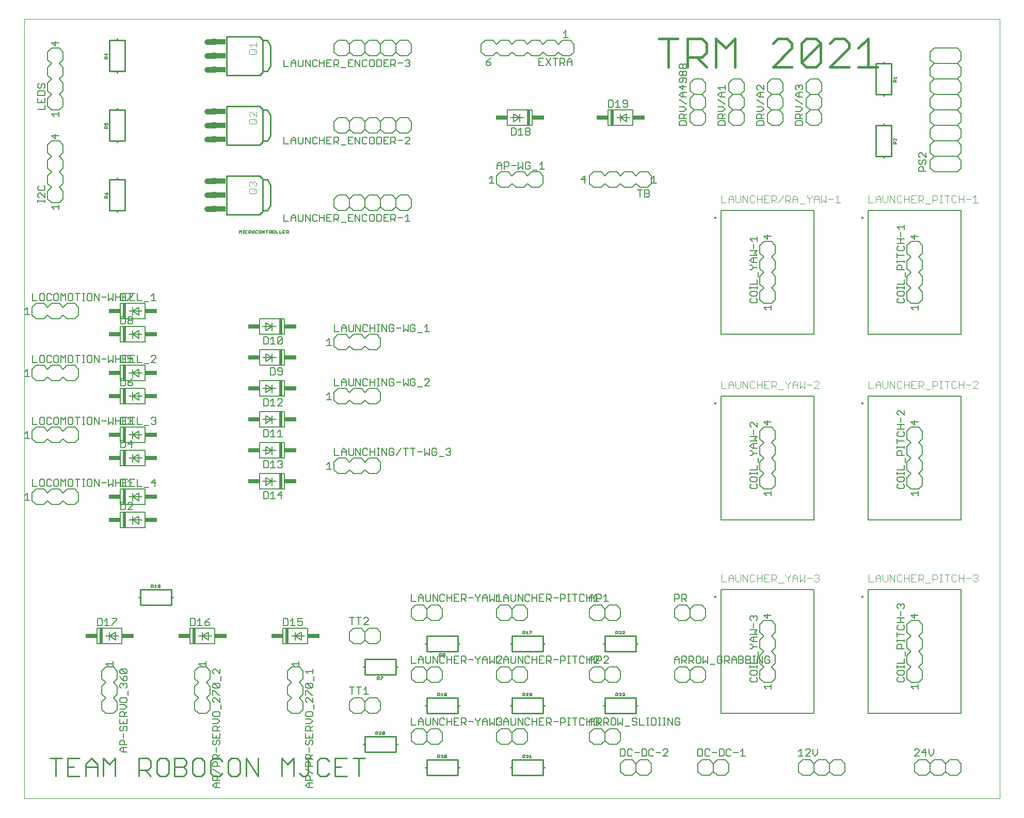
<source format=gto>
G75*
%MOIN*%
%OFA0B0*%
%FSLAX25Y25*%
%IPPOS*%
%LPD*%
%AMOC8*
5,1,8,0,0,1.08239X$1,22.5*
%
%ADD10C,0.00000*%
%ADD11C,0.01600*%
%ADD12C,0.01000*%
%ADD13C,0.00600*%
%ADD14C,0.00500*%
%ADD15R,0.02000X0.10000*%
%ADD16R,0.07500X0.03000*%
%ADD17C,0.00787*%
%ADD18C,0.00400*%
%ADD19C,0.03500*%
%ADD20R,0.03000X0.04400*%
%ADD21R,0.06000X0.03400*%
D10*
X0071250Y0006800D02*
X0071250Y0510501D01*
X0701171Y0510501D01*
X0701171Y0006800D01*
X0071250Y0006800D01*
D11*
X0487189Y0479600D02*
X0487189Y0498016D01*
X0493327Y0498016D02*
X0481050Y0498016D01*
X0499466Y0498016D02*
X0508674Y0498016D01*
X0511743Y0494946D01*
X0511743Y0488808D01*
X0508674Y0485739D01*
X0499466Y0485739D01*
X0505604Y0485739D02*
X0511743Y0479600D01*
X0517881Y0479600D02*
X0517881Y0498016D01*
X0524020Y0491877D01*
X0530159Y0498016D01*
X0530159Y0479600D01*
X0554713Y0479600D02*
X0566990Y0491877D01*
X0566990Y0494946D01*
X0563921Y0498016D01*
X0557782Y0498016D01*
X0554713Y0494946D01*
X0554713Y0479600D02*
X0566990Y0479600D01*
X0573129Y0482669D02*
X0585406Y0494946D01*
X0585406Y0482669D01*
X0582337Y0479600D01*
X0576198Y0479600D01*
X0573129Y0482669D01*
X0573129Y0494946D01*
X0576198Y0498016D01*
X0582337Y0498016D01*
X0585406Y0494946D01*
X0591544Y0494946D02*
X0594614Y0498016D01*
X0600752Y0498016D01*
X0603822Y0494946D01*
X0603822Y0491877D01*
X0591544Y0479600D01*
X0603822Y0479600D01*
X0609960Y0479600D02*
X0622237Y0479600D01*
X0616099Y0479600D02*
X0616099Y0498016D01*
X0609960Y0491877D01*
X0499466Y0498016D02*
X0499466Y0479600D01*
D12*
X0621250Y0481800D02*
X0621250Y0461800D01*
X0626250Y0461800D01*
X0626250Y0460800D01*
X0626250Y0461800D02*
X0631250Y0461800D01*
X0631250Y0481800D01*
X0626250Y0481800D01*
X0626250Y0482800D01*
X0626250Y0481800D02*
X0621250Y0481800D01*
X0626250Y0442800D02*
X0626250Y0441800D01*
X0631250Y0441800D01*
X0631250Y0421800D01*
X0626250Y0421800D01*
X0626250Y0420800D01*
X0626250Y0421800D02*
X0621250Y0421800D01*
X0621250Y0441800D01*
X0626250Y0441800D01*
X0230250Y0435300D02*
X0228250Y0431800D01*
X0225250Y0431800D01*
X0225250Y0451800D01*
X0228250Y0451800D01*
X0230250Y0448300D01*
X0230250Y0435300D01*
X0225250Y0431800D02*
X0225250Y0431300D01*
X0223250Y0429300D01*
X0201750Y0429300D01*
X0201750Y0454300D01*
X0223250Y0454300D01*
X0225250Y0452300D01*
X0225250Y0451800D01*
X0223250Y0474300D02*
X0201750Y0474300D01*
X0201750Y0499300D01*
X0223250Y0499300D01*
X0225250Y0497300D01*
X0225250Y0496800D01*
X0228250Y0496800D01*
X0230250Y0493300D01*
X0230250Y0480300D01*
X0228250Y0476800D01*
X0225250Y0476800D01*
X0225250Y0496800D01*
X0225250Y0476800D02*
X0225250Y0476300D01*
X0223250Y0474300D01*
X0136250Y0476800D02*
X0131250Y0476800D01*
X0131250Y0475800D01*
X0131250Y0476800D02*
X0126250Y0476800D01*
X0126250Y0496800D01*
X0131250Y0496800D01*
X0131250Y0497800D01*
X0131250Y0496800D02*
X0136250Y0496800D01*
X0136250Y0476800D01*
X0131250Y0452800D02*
X0131250Y0451800D01*
X0136250Y0451800D01*
X0136250Y0431800D01*
X0131250Y0431800D01*
X0131250Y0430800D01*
X0131250Y0431800D02*
X0126250Y0431800D01*
X0126250Y0451800D01*
X0131250Y0451800D01*
X0131250Y0407800D02*
X0131250Y0406800D01*
X0136250Y0406800D01*
X0136250Y0386800D01*
X0131250Y0386800D01*
X0131250Y0385800D01*
X0131250Y0386800D02*
X0126250Y0386800D01*
X0126250Y0406800D01*
X0131250Y0406800D01*
X0201750Y0409300D02*
X0201750Y0384300D01*
X0223250Y0384300D01*
X0225250Y0386300D01*
X0225250Y0386800D01*
X0228250Y0386800D01*
X0230250Y0390300D01*
X0230250Y0403300D01*
X0228250Y0406800D01*
X0225250Y0406800D01*
X0225250Y0407300D01*
X0223250Y0409300D01*
X0201750Y0409300D01*
X0225250Y0406800D02*
X0225250Y0386800D01*
X0166250Y0141800D02*
X0146250Y0141800D01*
X0146250Y0136800D01*
X0145250Y0136800D01*
X0146250Y0136800D02*
X0146250Y0131800D01*
X0166250Y0131800D01*
X0166250Y0136800D01*
X0167250Y0136800D01*
X0166250Y0136800D02*
X0166250Y0141800D01*
X0291250Y0096800D02*
X0291250Y0091800D01*
X0290250Y0091800D01*
X0291250Y0091800D02*
X0291250Y0086800D01*
X0311250Y0086800D01*
X0311250Y0091800D01*
X0312250Y0091800D01*
X0311250Y0091800D02*
X0311250Y0096800D01*
X0291250Y0096800D01*
X0330250Y0106800D02*
X0331250Y0106800D01*
X0331250Y0111800D01*
X0351250Y0111800D01*
X0351250Y0106800D01*
X0352250Y0106800D01*
X0351250Y0106800D02*
X0351250Y0101800D01*
X0331250Y0101800D01*
X0331250Y0106800D01*
X0331250Y0071800D02*
X0331250Y0066800D01*
X0330250Y0066800D01*
X0331250Y0066800D02*
X0331250Y0061800D01*
X0351250Y0061800D01*
X0351250Y0066800D01*
X0352250Y0066800D01*
X0351250Y0066800D02*
X0351250Y0071800D01*
X0331250Y0071800D01*
X0311250Y0046800D02*
X0311250Y0041800D01*
X0312250Y0041800D01*
X0311250Y0041800D02*
X0311250Y0036800D01*
X0291250Y0036800D01*
X0291250Y0041800D01*
X0290250Y0041800D01*
X0291250Y0041800D02*
X0291250Y0046800D01*
X0311250Y0046800D01*
X0291090Y0032810D02*
X0283417Y0032810D01*
X0279580Y0032810D02*
X0271907Y0032810D01*
X0271907Y0021300D01*
X0279580Y0021300D01*
X0275744Y0027055D02*
X0271907Y0027055D01*
X0268071Y0030892D02*
X0266152Y0032810D01*
X0262316Y0032810D01*
X0260397Y0030892D01*
X0260397Y0023218D01*
X0262316Y0021300D01*
X0266152Y0021300D01*
X0268071Y0023218D01*
X0254643Y0023218D02*
X0254643Y0032810D01*
X0256561Y0032810D02*
X0252724Y0032810D01*
X0245051Y0032810D02*
X0245051Y0021300D01*
X0248888Y0023218D02*
X0250806Y0021300D01*
X0252724Y0021300D01*
X0254643Y0023218D01*
X0245051Y0032810D02*
X0241214Y0028973D01*
X0237378Y0032810D01*
X0237378Y0021300D01*
X0222031Y0021300D02*
X0222031Y0032810D01*
X0214358Y0032810D02*
X0222031Y0021300D01*
X0214358Y0021300D02*
X0214358Y0032810D01*
X0210522Y0030892D02*
X0208603Y0032810D01*
X0204767Y0032810D01*
X0202848Y0030892D01*
X0202848Y0023218D01*
X0204767Y0021300D01*
X0208603Y0021300D01*
X0210522Y0023218D01*
X0210522Y0030892D01*
X0199012Y0030892D02*
X0197093Y0032810D01*
X0193257Y0032810D01*
X0191338Y0030892D01*
X0191338Y0023218D01*
X0193257Y0021300D01*
X0197093Y0021300D01*
X0199012Y0023218D01*
X0187502Y0023218D02*
X0187502Y0030892D01*
X0185584Y0032810D01*
X0181747Y0032810D01*
X0179829Y0030892D01*
X0179829Y0023218D01*
X0181747Y0021300D01*
X0185584Y0021300D01*
X0187502Y0023218D01*
X0175992Y0023218D02*
X0174074Y0021300D01*
X0168319Y0021300D01*
X0168319Y0032810D01*
X0174074Y0032810D01*
X0175992Y0030892D01*
X0175992Y0028973D01*
X0174074Y0027055D01*
X0168319Y0027055D01*
X0164482Y0030892D02*
X0162564Y0032810D01*
X0158727Y0032810D01*
X0156809Y0030892D01*
X0156809Y0023218D01*
X0158727Y0021300D01*
X0162564Y0021300D01*
X0164482Y0023218D01*
X0164482Y0030892D01*
X0174074Y0027055D02*
X0175992Y0025137D01*
X0175992Y0023218D01*
X0152972Y0021300D02*
X0149136Y0025137D01*
X0151054Y0025137D02*
X0145299Y0025137D01*
X0145299Y0021300D02*
X0145299Y0032810D01*
X0151054Y0032810D01*
X0152972Y0030892D01*
X0152972Y0027055D01*
X0151054Y0025137D01*
X0129953Y0021300D02*
X0129953Y0032810D01*
X0126116Y0028973D01*
X0122279Y0032810D01*
X0122279Y0021300D01*
X0118443Y0021300D02*
X0118443Y0028973D01*
X0114606Y0032810D01*
X0110770Y0028973D01*
X0110770Y0021300D01*
X0106933Y0021300D02*
X0099260Y0021300D01*
X0099260Y0032810D01*
X0106933Y0032810D01*
X0103096Y0027055D02*
X0099260Y0027055D01*
X0095423Y0032810D02*
X0087750Y0032810D01*
X0091587Y0032810D02*
X0091587Y0021300D01*
X0110770Y0027055D02*
X0118443Y0027055D01*
X0287254Y0021300D02*
X0287254Y0032810D01*
X0330250Y0026800D02*
X0331250Y0026800D01*
X0331250Y0031800D01*
X0351250Y0031800D01*
X0351250Y0026800D01*
X0352250Y0026800D01*
X0351250Y0026800D02*
X0351250Y0021800D01*
X0331250Y0021800D01*
X0331250Y0026800D01*
X0385250Y0026800D02*
X0386250Y0026800D01*
X0386250Y0031800D01*
X0406250Y0031800D01*
X0406250Y0026800D01*
X0407250Y0026800D01*
X0406250Y0026800D02*
X0406250Y0021800D01*
X0386250Y0021800D01*
X0386250Y0026800D01*
X0386250Y0061800D02*
X0386250Y0066800D01*
X0385250Y0066800D01*
X0386250Y0066800D02*
X0386250Y0071800D01*
X0406250Y0071800D01*
X0406250Y0066800D01*
X0407250Y0066800D01*
X0406250Y0066800D02*
X0406250Y0061800D01*
X0386250Y0061800D01*
X0445250Y0066800D02*
X0446250Y0066800D01*
X0446250Y0071800D01*
X0466250Y0071800D01*
X0466250Y0066800D01*
X0467250Y0066800D01*
X0466250Y0066800D02*
X0466250Y0061800D01*
X0446250Y0061800D01*
X0446250Y0066800D01*
X0446250Y0101800D02*
X0446250Y0106800D01*
X0445250Y0106800D01*
X0446250Y0106800D02*
X0446250Y0111800D01*
X0466250Y0111800D01*
X0466250Y0106800D01*
X0467250Y0106800D01*
X0466250Y0106800D02*
X0466250Y0101800D01*
X0446250Y0101800D01*
X0407250Y0106800D02*
X0406250Y0106800D01*
X0406250Y0101800D01*
X0386250Y0101800D01*
X0386250Y0106800D01*
X0385250Y0106800D01*
X0386250Y0106800D02*
X0386250Y0111800D01*
X0406250Y0111800D01*
X0406250Y0106800D01*
D13*
X0393750Y0091800D02*
X0388750Y0091800D01*
X0386250Y0089300D01*
X0386250Y0084300D01*
X0388750Y0081800D01*
X0393750Y0081800D01*
X0396250Y0084300D01*
X0396250Y0089300D01*
X0393750Y0091800D01*
X0386250Y0089300D02*
X0383750Y0091800D01*
X0378750Y0091800D01*
X0376250Y0089300D01*
X0376250Y0084300D01*
X0378750Y0081800D01*
X0383750Y0081800D01*
X0386250Y0084300D01*
X0341250Y0084300D02*
X0338750Y0081800D01*
X0333750Y0081800D01*
X0331250Y0084300D01*
X0328750Y0081800D01*
X0323750Y0081800D01*
X0321250Y0084300D01*
X0321250Y0089300D01*
X0323750Y0091800D01*
X0328750Y0091800D01*
X0331250Y0089300D01*
X0333750Y0091800D01*
X0338750Y0091800D01*
X0341250Y0089300D01*
X0341250Y0084300D01*
X0331250Y0084300D02*
X0331250Y0089300D01*
X0301250Y0069300D02*
X0301250Y0064300D01*
X0298750Y0061800D01*
X0293750Y0061800D01*
X0291250Y0064300D01*
X0288750Y0061800D01*
X0283750Y0061800D01*
X0281250Y0064300D01*
X0281250Y0069300D01*
X0283750Y0071800D01*
X0288750Y0071800D01*
X0291250Y0069300D01*
X0293750Y0071800D01*
X0298750Y0071800D01*
X0301250Y0069300D01*
X0291250Y0069300D02*
X0291250Y0064300D01*
X0321250Y0049300D02*
X0321250Y0044300D01*
X0323750Y0041800D01*
X0328750Y0041800D01*
X0331250Y0044300D01*
X0333750Y0041800D01*
X0338750Y0041800D01*
X0341250Y0044300D01*
X0341250Y0049300D01*
X0338750Y0051800D01*
X0333750Y0051800D01*
X0331250Y0049300D01*
X0331250Y0044300D01*
X0331250Y0049300D02*
X0328750Y0051800D01*
X0323750Y0051800D01*
X0321250Y0049300D01*
X0376250Y0049300D02*
X0376250Y0044300D01*
X0378750Y0041800D01*
X0383750Y0041800D01*
X0386250Y0044300D01*
X0388750Y0041800D01*
X0393750Y0041800D01*
X0396250Y0044300D01*
X0396250Y0049300D01*
X0393750Y0051800D01*
X0388750Y0051800D01*
X0386250Y0049300D01*
X0386250Y0044300D01*
X0386250Y0049300D02*
X0383750Y0051800D01*
X0378750Y0051800D01*
X0376250Y0049300D01*
X0436250Y0049300D02*
X0436250Y0044300D01*
X0438750Y0041800D01*
X0443750Y0041800D01*
X0446250Y0044300D01*
X0448750Y0041800D01*
X0453750Y0041800D01*
X0456250Y0044300D01*
X0456250Y0049300D01*
X0453750Y0051800D01*
X0448750Y0051800D01*
X0446250Y0049300D01*
X0446250Y0044300D01*
X0446250Y0049300D02*
X0443750Y0051800D01*
X0438750Y0051800D01*
X0436250Y0049300D01*
X0456250Y0029300D02*
X0458750Y0031800D01*
X0463750Y0031800D01*
X0466250Y0029300D01*
X0468750Y0031800D01*
X0473750Y0031800D01*
X0476250Y0029300D01*
X0476250Y0024300D01*
X0473750Y0021800D01*
X0468750Y0021800D01*
X0466250Y0024300D01*
X0463750Y0021800D01*
X0458750Y0021800D01*
X0456250Y0024300D01*
X0456250Y0029300D01*
X0466250Y0029300D02*
X0466250Y0024300D01*
X0506250Y0024300D02*
X0508750Y0021800D01*
X0513750Y0021800D01*
X0516250Y0024300D01*
X0518750Y0021800D01*
X0523750Y0021800D01*
X0526250Y0024300D01*
X0526250Y0029300D01*
X0523750Y0031800D01*
X0518750Y0031800D01*
X0516250Y0029300D01*
X0516250Y0024300D01*
X0516250Y0029300D02*
X0513750Y0031800D01*
X0508750Y0031800D01*
X0506250Y0029300D01*
X0506250Y0024300D01*
X0571250Y0024300D02*
X0573750Y0021800D01*
X0578750Y0021800D01*
X0581250Y0024300D01*
X0583750Y0021800D01*
X0588750Y0021800D01*
X0591250Y0024300D01*
X0593750Y0021800D01*
X0598750Y0021800D01*
X0601250Y0024300D01*
X0601250Y0029300D01*
X0598750Y0031800D01*
X0593750Y0031800D01*
X0591250Y0029300D01*
X0591250Y0024300D01*
X0591250Y0029300D02*
X0588750Y0031800D01*
X0583750Y0031800D01*
X0581250Y0029300D01*
X0581250Y0024300D01*
X0581250Y0029300D02*
X0578750Y0031800D01*
X0573750Y0031800D01*
X0571250Y0029300D01*
X0571250Y0024300D01*
X0646250Y0024300D02*
X0648750Y0021800D01*
X0653750Y0021800D01*
X0656250Y0024300D01*
X0658750Y0021800D01*
X0663750Y0021800D01*
X0666250Y0024300D01*
X0668750Y0021800D01*
X0673750Y0021800D01*
X0676250Y0024300D01*
X0676250Y0029300D01*
X0673750Y0031800D01*
X0668750Y0031800D01*
X0666250Y0029300D01*
X0666250Y0024300D01*
X0666250Y0029300D02*
X0663750Y0031800D01*
X0658750Y0031800D01*
X0656250Y0029300D01*
X0656250Y0024300D01*
X0656250Y0029300D02*
X0653750Y0031800D01*
X0648750Y0031800D01*
X0646250Y0029300D01*
X0646250Y0024300D01*
X0643750Y0081800D02*
X0641250Y0084300D01*
X0641250Y0089300D01*
X0643750Y0091800D01*
X0641250Y0094300D01*
X0641250Y0099300D01*
X0643750Y0101800D01*
X0641250Y0104300D01*
X0641250Y0109300D01*
X0643750Y0111800D01*
X0641250Y0114300D01*
X0641250Y0119300D01*
X0643750Y0121800D01*
X0648750Y0121800D01*
X0651250Y0119300D01*
X0651250Y0114300D01*
X0648750Y0111800D01*
X0651250Y0109300D01*
X0651250Y0104300D01*
X0648750Y0101800D01*
X0651250Y0099300D01*
X0651250Y0094300D01*
X0648750Y0091800D01*
X0651250Y0089300D01*
X0651250Y0084300D01*
X0648750Y0081800D01*
X0643750Y0081800D01*
X0556250Y0084300D02*
X0556250Y0089300D01*
X0553750Y0091800D01*
X0556250Y0094300D01*
X0556250Y0099300D01*
X0553750Y0101800D01*
X0556250Y0104300D01*
X0556250Y0109300D01*
X0553750Y0111800D01*
X0556250Y0114300D01*
X0556250Y0119300D01*
X0553750Y0121800D01*
X0548750Y0121800D01*
X0546250Y0119300D01*
X0546250Y0114300D01*
X0548750Y0111800D01*
X0546250Y0109300D01*
X0546250Y0104300D01*
X0548750Y0101800D01*
X0546250Y0099300D01*
X0546250Y0094300D01*
X0548750Y0091800D01*
X0546250Y0089300D01*
X0546250Y0084300D01*
X0548750Y0081800D01*
X0553750Y0081800D01*
X0556250Y0084300D01*
X0511250Y0084300D02*
X0508750Y0081800D01*
X0503750Y0081800D01*
X0501250Y0084300D01*
X0498750Y0081800D01*
X0493750Y0081800D01*
X0491250Y0084300D01*
X0491250Y0089300D01*
X0493750Y0091800D01*
X0498750Y0091800D01*
X0501250Y0089300D01*
X0503750Y0091800D01*
X0508750Y0091800D01*
X0511250Y0089300D01*
X0511250Y0084300D01*
X0501250Y0084300D02*
X0501250Y0089300D01*
X0498750Y0121800D02*
X0493750Y0121800D01*
X0491250Y0124300D01*
X0491250Y0129300D01*
X0493750Y0131800D01*
X0498750Y0131800D01*
X0501250Y0129300D01*
X0503750Y0131800D01*
X0508750Y0131800D01*
X0511250Y0129300D01*
X0511250Y0124300D01*
X0508750Y0121800D01*
X0503750Y0121800D01*
X0501250Y0124300D01*
X0498750Y0121800D01*
X0501250Y0124300D02*
X0501250Y0129300D01*
X0456250Y0129300D02*
X0456250Y0124300D01*
X0453750Y0121800D01*
X0448750Y0121800D01*
X0446250Y0124300D01*
X0443750Y0121800D01*
X0438750Y0121800D01*
X0436250Y0124300D01*
X0436250Y0129300D01*
X0438750Y0131800D01*
X0443750Y0131800D01*
X0446250Y0129300D01*
X0448750Y0131800D01*
X0453750Y0131800D01*
X0456250Y0129300D01*
X0446250Y0129300D02*
X0446250Y0124300D01*
X0443750Y0091800D02*
X0446250Y0089300D01*
X0448750Y0091800D01*
X0453750Y0091800D01*
X0456250Y0089300D01*
X0456250Y0084300D01*
X0453750Y0081800D01*
X0448750Y0081800D01*
X0446250Y0084300D01*
X0443750Y0081800D01*
X0438750Y0081800D01*
X0436250Y0084300D01*
X0436250Y0089300D01*
X0438750Y0091800D01*
X0443750Y0091800D01*
X0446250Y0089300D02*
X0446250Y0084300D01*
X0396250Y0124300D02*
X0393750Y0121800D01*
X0388750Y0121800D01*
X0386250Y0124300D01*
X0383750Y0121800D01*
X0378750Y0121800D01*
X0376250Y0124300D01*
X0376250Y0129300D01*
X0378750Y0131800D01*
X0383750Y0131800D01*
X0386250Y0129300D01*
X0388750Y0131800D01*
X0393750Y0131800D01*
X0396250Y0129300D01*
X0396250Y0124300D01*
X0386250Y0124300D02*
X0386250Y0129300D01*
X0341250Y0129300D02*
X0341250Y0124300D01*
X0338750Y0121800D01*
X0333750Y0121800D01*
X0331250Y0124300D01*
X0328750Y0121800D01*
X0323750Y0121800D01*
X0321250Y0124300D01*
X0321250Y0129300D01*
X0323750Y0131800D01*
X0328750Y0131800D01*
X0331250Y0129300D01*
X0333750Y0131800D01*
X0338750Y0131800D01*
X0341250Y0129300D01*
X0331250Y0129300D02*
X0331250Y0124300D01*
X0301250Y0114300D02*
X0301250Y0109300D01*
X0298750Y0106800D01*
X0293750Y0106800D01*
X0291250Y0109300D01*
X0288750Y0106800D01*
X0283750Y0106800D01*
X0281250Y0109300D01*
X0281250Y0114300D01*
X0283750Y0116800D01*
X0288750Y0116800D01*
X0291250Y0114300D01*
X0293750Y0116800D01*
X0298750Y0116800D01*
X0301250Y0114300D01*
X0291250Y0114300D02*
X0291250Y0109300D01*
X0254250Y0106800D02*
X0254250Y0116800D01*
X0238250Y0116800D01*
X0238250Y0106800D01*
X0254250Y0106800D01*
X0250250Y0109300D02*
X0246250Y0111800D01*
X0246250Y0109300D01*
X0246250Y0111800D02*
X0246250Y0114300D01*
X0246250Y0111800D02*
X0250250Y0114300D01*
X0250250Y0109300D01*
X0252250Y0111800D02*
X0246250Y0111800D01*
X0243750Y0111800D01*
X0243750Y0091800D02*
X0241250Y0089300D01*
X0241250Y0084300D01*
X0243750Y0081800D01*
X0241250Y0079300D01*
X0241250Y0074300D01*
X0243750Y0071800D01*
X0241250Y0069300D01*
X0241250Y0064300D01*
X0243750Y0061800D01*
X0248750Y0061800D01*
X0251250Y0064300D01*
X0251250Y0069300D01*
X0248750Y0071800D01*
X0251250Y0074300D01*
X0251250Y0079300D01*
X0248750Y0081800D01*
X0251250Y0084300D01*
X0251250Y0089300D01*
X0248750Y0091800D01*
X0243750Y0091800D01*
X0194250Y0106800D02*
X0194250Y0116800D01*
X0178250Y0116800D01*
X0178250Y0106800D01*
X0194250Y0106800D01*
X0190250Y0109300D02*
X0186250Y0111800D01*
X0186250Y0109300D01*
X0186250Y0111800D02*
X0186250Y0114300D01*
X0186250Y0111800D02*
X0190250Y0114300D01*
X0190250Y0109300D01*
X0192250Y0111800D02*
X0186250Y0111800D01*
X0183750Y0111800D01*
X0183750Y0091800D02*
X0181250Y0089300D01*
X0181250Y0084300D01*
X0183750Y0081800D01*
X0181250Y0079300D01*
X0181250Y0074300D01*
X0183750Y0071800D01*
X0181250Y0069300D01*
X0181250Y0064300D01*
X0183750Y0061800D01*
X0188750Y0061800D01*
X0191250Y0064300D01*
X0191250Y0069300D01*
X0188750Y0071800D01*
X0191250Y0074300D01*
X0191250Y0079300D01*
X0188750Y0081800D01*
X0191250Y0084300D01*
X0191250Y0089300D01*
X0188750Y0091800D01*
X0183750Y0091800D01*
X0134250Y0106800D02*
X0134250Y0116800D01*
X0118250Y0116800D01*
X0118250Y0106800D01*
X0134250Y0106800D01*
X0130250Y0109300D02*
X0126250Y0111800D01*
X0126250Y0109300D01*
X0126250Y0111800D02*
X0126250Y0114300D01*
X0126250Y0111800D02*
X0130250Y0114300D01*
X0130250Y0109300D01*
X0132250Y0111800D02*
X0126250Y0111800D01*
X0123750Y0111800D01*
X0123750Y0091800D02*
X0121250Y0089300D01*
X0121250Y0084300D01*
X0123750Y0081800D01*
X0121250Y0079300D01*
X0121250Y0074300D01*
X0123750Y0071800D01*
X0121250Y0069300D01*
X0121250Y0064300D01*
X0123750Y0061800D01*
X0128750Y0061800D01*
X0131250Y0064300D01*
X0131250Y0069300D01*
X0128750Y0071800D01*
X0131250Y0074300D01*
X0131250Y0079300D01*
X0128750Y0081800D01*
X0131250Y0084300D01*
X0131250Y0089300D01*
X0128750Y0091800D01*
X0123750Y0091800D01*
X0133250Y0181800D02*
X0133250Y0191800D01*
X0149250Y0191800D01*
X0149250Y0181800D01*
X0133250Y0181800D01*
X0138750Y0186800D02*
X0141250Y0186800D01*
X0141250Y0184300D01*
X0141250Y0186800D02*
X0145250Y0184300D01*
X0145250Y0189300D01*
X0141250Y0186800D01*
X0141250Y0189300D01*
X0141250Y0186800D02*
X0147250Y0186800D01*
X0149250Y0196800D02*
X0133250Y0196800D01*
X0133250Y0206800D01*
X0149250Y0206800D01*
X0149250Y0196800D01*
X0145250Y0199300D02*
X0141250Y0201800D01*
X0141250Y0199300D01*
X0141250Y0201800D02*
X0141250Y0204300D01*
X0141250Y0201800D02*
X0145250Y0204300D01*
X0145250Y0199300D01*
X0147250Y0201800D02*
X0141250Y0201800D01*
X0138750Y0201800D01*
X0133250Y0221800D02*
X0133250Y0231800D01*
X0149250Y0231800D01*
X0149250Y0221800D01*
X0133250Y0221800D01*
X0138750Y0226800D02*
X0141250Y0226800D01*
X0141250Y0224300D01*
X0141250Y0226800D02*
X0141250Y0229300D01*
X0141250Y0226800D02*
X0145250Y0229300D01*
X0145250Y0224300D01*
X0141250Y0226800D01*
X0147250Y0226800D01*
X0149250Y0236800D02*
X0133250Y0236800D01*
X0133250Y0246800D01*
X0149250Y0246800D01*
X0149250Y0236800D01*
X0145250Y0239300D02*
X0141250Y0241800D01*
X0141250Y0239300D01*
X0141250Y0241800D02*
X0141250Y0244300D01*
X0141250Y0241800D02*
X0145250Y0244300D01*
X0145250Y0239300D01*
X0147250Y0241800D02*
X0141250Y0241800D01*
X0138750Y0241800D01*
X0133250Y0261800D02*
X0133250Y0271800D01*
X0149250Y0271800D01*
X0149250Y0261800D01*
X0133250Y0261800D01*
X0138750Y0266800D02*
X0141250Y0266800D01*
X0141250Y0264300D01*
X0141250Y0266800D02*
X0145250Y0264300D01*
X0145250Y0269300D01*
X0141250Y0266800D01*
X0141250Y0269300D01*
X0141250Y0266800D02*
X0147250Y0266800D01*
X0149250Y0276800D02*
X0133250Y0276800D01*
X0133250Y0286800D01*
X0149250Y0286800D01*
X0149250Y0276800D01*
X0145250Y0279300D02*
X0141250Y0281800D01*
X0141250Y0279300D01*
X0141250Y0281800D02*
X0138750Y0281800D01*
X0141250Y0281800D02*
X0141250Y0284300D01*
X0141250Y0281800D02*
X0145250Y0284300D01*
X0145250Y0279300D01*
X0147250Y0281800D02*
X0141250Y0281800D01*
X0133250Y0301800D02*
X0133250Y0311800D01*
X0149250Y0311800D01*
X0149250Y0301800D01*
X0133250Y0301800D01*
X0138750Y0306800D02*
X0141250Y0306800D01*
X0141250Y0304300D01*
X0141250Y0306800D02*
X0145250Y0304300D01*
X0145250Y0309300D01*
X0141250Y0306800D01*
X0141250Y0309300D01*
X0141250Y0306800D02*
X0147250Y0306800D01*
X0149250Y0316800D02*
X0133250Y0316800D01*
X0133250Y0326800D01*
X0149250Y0326800D01*
X0149250Y0316800D01*
X0145250Y0319300D02*
X0141250Y0321800D01*
X0141250Y0319300D01*
X0141250Y0321800D02*
X0138750Y0321800D01*
X0141250Y0321800D02*
X0141250Y0324300D01*
X0141250Y0321800D02*
X0145250Y0324300D01*
X0145250Y0319300D01*
X0147250Y0321800D02*
X0141250Y0321800D01*
X0106250Y0324300D02*
X0106250Y0319300D01*
X0103750Y0316800D01*
X0098750Y0316800D01*
X0096250Y0319300D01*
X0093750Y0316800D01*
X0088750Y0316800D01*
X0086250Y0319300D01*
X0083750Y0316800D01*
X0078750Y0316800D01*
X0076250Y0319300D01*
X0076250Y0324300D01*
X0078750Y0326800D01*
X0083750Y0326800D01*
X0086250Y0324300D01*
X0088750Y0326800D01*
X0093750Y0326800D01*
X0096250Y0324300D01*
X0098750Y0326800D01*
X0103750Y0326800D01*
X0106250Y0324300D01*
X0103750Y0286800D02*
X0098750Y0286800D01*
X0096250Y0284300D01*
X0093750Y0286800D01*
X0088750Y0286800D01*
X0086250Y0284300D01*
X0083750Y0286800D01*
X0078750Y0286800D01*
X0076250Y0284300D01*
X0076250Y0279300D01*
X0078750Y0276800D01*
X0083750Y0276800D01*
X0086250Y0279300D01*
X0088750Y0276800D01*
X0093750Y0276800D01*
X0096250Y0279300D01*
X0098750Y0276800D01*
X0103750Y0276800D01*
X0106250Y0279300D01*
X0106250Y0284300D01*
X0103750Y0286800D01*
X0103750Y0246800D02*
X0098750Y0246800D01*
X0096250Y0244300D01*
X0093750Y0246800D01*
X0088750Y0246800D01*
X0086250Y0244300D01*
X0083750Y0246800D01*
X0078750Y0246800D01*
X0076250Y0244300D01*
X0076250Y0239300D01*
X0078750Y0236800D01*
X0083750Y0236800D01*
X0086250Y0239300D01*
X0088750Y0236800D01*
X0093750Y0236800D01*
X0096250Y0239300D01*
X0098750Y0236800D01*
X0103750Y0236800D01*
X0106250Y0239300D01*
X0106250Y0244300D01*
X0103750Y0246800D01*
X0103750Y0206800D02*
X0098750Y0206800D01*
X0096250Y0204300D01*
X0093750Y0206800D01*
X0088750Y0206800D01*
X0086250Y0204300D01*
X0083750Y0206800D01*
X0078750Y0206800D01*
X0076250Y0204300D01*
X0076250Y0199300D01*
X0078750Y0196800D01*
X0083750Y0196800D01*
X0086250Y0199300D01*
X0088750Y0196800D01*
X0093750Y0196800D01*
X0096250Y0199300D01*
X0098750Y0196800D01*
X0103750Y0196800D01*
X0106250Y0199300D01*
X0106250Y0204300D01*
X0103750Y0206800D01*
X0223250Y0206800D02*
X0239250Y0206800D01*
X0239250Y0216800D01*
X0223250Y0216800D01*
X0223250Y0206800D01*
X0227250Y0209300D02*
X0231250Y0211800D01*
X0231250Y0214300D01*
X0231250Y0211800D02*
X0227250Y0214300D01*
X0227250Y0209300D01*
X0225250Y0211800D02*
X0231250Y0211800D01*
X0231250Y0209300D01*
X0231250Y0211800D02*
X0233750Y0211800D01*
X0239250Y0226800D02*
X0223250Y0226800D01*
X0223250Y0236800D01*
X0239250Y0236800D01*
X0239250Y0226800D01*
X0233750Y0231800D02*
X0231250Y0231800D01*
X0231250Y0234300D01*
X0231250Y0231800D02*
X0227250Y0234300D01*
X0227250Y0229300D01*
X0231250Y0231800D01*
X0231250Y0229300D01*
X0231250Y0231800D02*
X0225250Y0231800D01*
X0223250Y0246800D02*
X0239250Y0246800D01*
X0239250Y0256800D01*
X0223250Y0256800D01*
X0223250Y0246800D01*
X0227250Y0249300D02*
X0231250Y0251800D01*
X0231250Y0254300D01*
X0231250Y0251800D02*
X0227250Y0254300D01*
X0227250Y0249300D01*
X0225250Y0251800D02*
X0231250Y0251800D01*
X0231250Y0249300D01*
X0231250Y0251800D02*
X0233750Y0251800D01*
X0239250Y0266800D02*
X0223250Y0266800D01*
X0223250Y0276800D01*
X0239250Y0276800D01*
X0239250Y0266800D01*
X0233750Y0271800D02*
X0231250Y0271800D01*
X0231250Y0274300D01*
X0231250Y0271800D02*
X0231250Y0269300D01*
X0231250Y0271800D02*
X0227250Y0269300D01*
X0227250Y0274300D01*
X0231250Y0271800D01*
X0225250Y0271800D01*
X0223250Y0286800D02*
X0239250Y0286800D01*
X0239250Y0296800D01*
X0223250Y0296800D01*
X0223250Y0286800D01*
X0227250Y0289300D02*
X0231250Y0291800D01*
X0231250Y0294300D01*
X0231250Y0291800D02*
X0231250Y0289300D01*
X0231250Y0291800D02*
X0225250Y0291800D01*
X0227250Y0289300D02*
X0227250Y0294300D01*
X0231250Y0291800D01*
X0233750Y0291800D01*
X0239250Y0306800D02*
X0223250Y0306800D01*
X0223250Y0316800D01*
X0239250Y0316800D01*
X0239250Y0306800D01*
X0233750Y0311800D02*
X0231250Y0311800D01*
X0231250Y0314300D01*
X0231250Y0311800D02*
X0231250Y0309300D01*
X0231250Y0311800D02*
X0227250Y0309300D01*
X0227250Y0314300D01*
X0231250Y0311800D01*
X0225250Y0311800D01*
X0271250Y0304300D02*
X0271250Y0299300D01*
X0273750Y0296800D01*
X0278750Y0296800D01*
X0281250Y0299300D01*
X0283750Y0296800D01*
X0288750Y0296800D01*
X0291250Y0299300D01*
X0293750Y0296800D01*
X0298750Y0296800D01*
X0301250Y0299300D01*
X0301250Y0304300D01*
X0298750Y0306800D01*
X0293750Y0306800D01*
X0291250Y0304300D01*
X0288750Y0306800D01*
X0283750Y0306800D01*
X0281250Y0304300D01*
X0278750Y0306800D01*
X0273750Y0306800D01*
X0271250Y0304300D01*
X0273750Y0271800D02*
X0271250Y0269300D01*
X0271250Y0264300D01*
X0273750Y0261800D01*
X0278750Y0261800D01*
X0281250Y0264300D01*
X0283750Y0261800D01*
X0288750Y0261800D01*
X0291250Y0264300D01*
X0293750Y0261800D01*
X0298750Y0261800D01*
X0301250Y0264300D01*
X0301250Y0269300D01*
X0298750Y0271800D01*
X0293750Y0271800D01*
X0291250Y0269300D01*
X0288750Y0271800D01*
X0283750Y0271800D01*
X0281250Y0269300D01*
X0278750Y0271800D01*
X0273750Y0271800D01*
X0273750Y0226800D02*
X0271250Y0224300D01*
X0271250Y0219300D01*
X0273750Y0216800D01*
X0278750Y0216800D01*
X0281250Y0219300D01*
X0283750Y0216800D01*
X0288750Y0216800D01*
X0291250Y0219300D01*
X0293750Y0216800D01*
X0298750Y0216800D01*
X0301250Y0219300D01*
X0301250Y0224300D01*
X0298750Y0226800D01*
X0293750Y0226800D01*
X0291250Y0224300D01*
X0288750Y0226800D01*
X0283750Y0226800D01*
X0281250Y0224300D01*
X0278750Y0226800D01*
X0273750Y0226800D01*
X0273750Y0386800D02*
X0271250Y0389300D01*
X0271250Y0394300D01*
X0273750Y0396800D01*
X0278750Y0396800D01*
X0281250Y0394300D01*
X0283750Y0396800D01*
X0288750Y0396800D01*
X0291250Y0394300D01*
X0293750Y0396800D01*
X0298750Y0396800D01*
X0301250Y0394300D01*
X0303750Y0396800D01*
X0308750Y0396800D01*
X0311250Y0394300D01*
X0313750Y0396800D01*
X0318750Y0396800D01*
X0321250Y0394300D01*
X0321250Y0389300D01*
X0318750Y0386800D01*
X0313750Y0386800D01*
X0311250Y0389300D01*
X0308750Y0386800D01*
X0303750Y0386800D01*
X0301250Y0389300D01*
X0301250Y0394300D01*
X0301250Y0389300D02*
X0298750Y0386800D01*
X0293750Y0386800D01*
X0291250Y0389300D01*
X0288750Y0386800D01*
X0283750Y0386800D01*
X0281250Y0389300D01*
X0278750Y0386800D01*
X0273750Y0386800D01*
X0281250Y0389300D02*
X0281250Y0394300D01*
X0291250Y0394300D02*
X0291250Y0389300D01*
X0311250Y0389300D02*
X0311250Y0394300D01*
X0308750Y0436800D02*
X0303750Y0436800D01*
X0301250Y0439300D01*
X0301250Y0444300D01*
X0303750Y0446800D01*
X0308750Y0446800D01*
X0311250Y0444300D01*
X0313750Y0446800D01*
X0318750Y0446800D01*
X0321250Y0444300D01*
X0321250Y0439300D01*
X0318750Y0436800D01*
X0313750Y0436800D01*
X0311250Y0439300D01*
X0308750Y0436800D01*
X0311250Y0439300D02*
X0311250Y0444300D01*
X0301250Y0444300D02*
X0298750Y0446800D01*
X0293750Y0446800D01*
X0291250Y0444300D01*
X0288750Y0446800D01*
X0283750Y0446800D01*
X0281250Y0444300D01*
X0278750Y0446800D01*
X0273750Y0446800D01*
X0271250Y0444300D01*
X0271250Y0439300D01*
X0273750Y0436800D01*
X0278750Y0436800D01*
X0281250Y0439300D01*
X0281250Y0444300D01*
X0281250Y0439300D02*
X0283750Y0436800D01*
X0288750Y0436800D01*
X0291250Y0439300D01*
X0291250Y0444300D01*
X0291250Y0439300D02*
X0293750Y0436800D01*
X0298750Y0436800D01*
X0301250Y0439300D01*
X0298750Y0486800D02*
X0293750Y0486800D01*
X0291250Y0489300D01*
X0288750Y0486800D01*
X0283750Y0486800D01*
X0281250Y0489300D01*
X0278750Y0486800D01*
X0273750Y0486800D01*
X0271250Y0489300D01*
X0271250Y0494300D01*
X0273750Y0496800D01*
X0278750Y0496800D01*
X0281250Y0494300D01*
X0283750Y0496800D01*
X0288750Y0496800D01*
X0291250Y0494300D01*
X0293750Y0496800D01*
X0298750Y0496800D01*
X0301250Y0494300D01*
X0303750Y0496800D01*
X0308750Y0496800D01*
X0311250Y0494300D01*
X0313750Y0496800D01*
X0318750Y0496800D01*
X0321250Y0494300D01*
X0321250Y0489300D01*
X0318750Y0486800D01*
X0313750Y0486800D01*
X0311250Y0489300D01*
X0308750Y0486800D01*
X0303750Y0486800D01*
X0301250Y0489300D01*
X0301250Y0494300D01*
X0301250Y0489300D02*
X0298750Y0486800D01*
X0291250Y0489300D02*
X0291250Y0494300D01*
X0281250Y0494300D02*
X0281250Y0489300D01*
X0311250Y0489300D02*
X0311250Y0494300D01*
X0366250Y0494300D02*
X0366250Y0489300D01*
X0368750Y0486800D01*
X0373750Y0486800D01*
X0376250Y0489300D01*
X0378750Y0486800D01*
X0383750Y0486800D01*
X0386250Y0489300D01*
X0388750Y0486800D01*
X0393750Y0486800D01*
X0396250Y0489300D01*
X0398750Y0486800D01*
X0403750Y0486800D01*
X0406250Y0489300D01*
X0408750Y0486800D01*
X0413750Y0486800D01*
X0416250Y0489300D01*
X0418750Y0486800D01*
X0423750Y0486800D01*
X0426250Y0489300D01*
X0426250Y0494300D01*
X0423750Y0496800D01*
X0418750Y0496800D01*
X0416250Y0494300D01*
X0413750Y0496800D01*
X0408750Y0496800D01*
X0406250Y0494300D01*
X0403750Y0496800D01*
X0398750Y0496800D01*
X0396250Y0494300D01*
X0393750Y0496800D01*
X0388750Y0496800D01*
X0386250Y0494300D01*
X0383750Y0496800D01*
X0378750Y0496800D01*
X0376250Y0494300D01*
X0373750Y0496800D01*
X0368750Y0496800D01*
X0366250Y0494300D01*
X0383250Y0451800D02*
X0383250Y0441800D01*
X0399250Y0441800D01*
X0399250Y0451800D01*
X0383250Y0451800D01*
X0387250Y0449300D02*
X0391250Y0446800D01*
X0391250Y0449300D01*
X0391250Y0446800D02*
X0391250Y0444300D01*
X0391250Y0446800D02*
X0385250Y0446800D01*
X0387250Y0444300D02*
X0387250Y0449300D01*
X0391250Y0446800D02*
X0387250Y0444300D01*
X0391250Y0446800D02*
X0393750Y0446800D01*
X0393750Y0411800D02*
X0388750Y0411800D01*
X0386250Y0409300D01*
X0383750Y0411800D01*
X0378750Y0411800D01*
X0376250Y0409300D01*
X0376250Y0404300D01*
X0378750Y0401800D01*
X0383750Y0401800D01*
X0386250Y0404300D01*
X0388750Y0401800D01*
X0393750Y0401800D01*
X0396250Y0404300D01*
X0398750Y0401800D01*
X0403750Y0401800D01*
X0406250Y0404300D01*
X0406250Y0409300D01*
X0403750Y0411800D01*
X0398750Y0411800D01*
X0396250Y0409300D01*
X0393750Y0411800D01*
X0436250Y0409300D02*
X0436250Y0404300D01*
X0438750Y0401800D01*
X0443750Y0401800D01*
X0446250Y0404300D01*
X0448750Y0401800D01*
X0453750Y0401800D01*
X0456250Y0404300D01*
X0458750Y0401800D01*
X0463750Y0401800D01*
X0466250Y0404300D01*
X0468750Y0401800D01*
X0473750Y0401800D01*
X0476250Y0404300D01*
X0476250Y0409300D01*
X0473750Y0411800D01*
X0468750Y0411800D01*
X0466250Y0409300D01*
X0463750Y0411800D01*
X0458750Y0411800D01*
X0456250Y0409300D01*
X0453750Y0411800D01*
X0448750Y0411800D01*
X0446250Y0409300D01*
X0443750Y0411800D01*
X0438750Y0411800D01*
X0436250Y0409300D01*
X0448250Y0441800D02*
X0448250Y0451800D01*
X0464250Y0451800D01*
X0464250Y0441800D01*
X0448250Y0441800D01*
X0453750Y0446800D02*
X0456250Y0446800D01*
X0456250Y0444300D01*
X0456250Y0446800D02*
X0460250Y0444300D01*
X0460250Y0449300D01*
X0456250Y0446800D01*
X0456250Y0449300D01*
X0456250Y0446800D02*
X0462250Y0446800D01*
X0501250Y0444300D02*
X0503750Y0441800D01*
X0508750Y0441800D01*
X0511250Y0444300D01*
X0511250Y0449300D01*
X0508750Y0451800D01*
X0511250Y0454300D01*
X0511250Y0459300D01*
X0508750Y0461800D01*
X0511250Y0464300D01*
X0511250Y0469300D01*
X0508750Y0471800D01*
X0503750Y0471800D01*
X0501250Y0469300D01*
X0501250Y0464300D01*
X0503750Y0461800D01*
X0508750Y0461800D01*
X0503750Y0461800D02*
X0501250Y0459300D01*
X0501250Y0454300D01*
X0503750Y0451800D01*
X0508750Y0451800D01*
X0503750Y0451800D02*
X0501250Y0449300D01*
X0501250Y0444300D01*
X0526250Y0444300D02*
X0528750Y0441800D01*
X0533750Y0441800D01*
X0536250Y0444300D01*
X0536250Y0449300D01*
X0533750Y0451800D01*
X0536250Y0454300D01*
X0536250Y0459300D01*
X0533750Y0461800D01*
X0536250Y0464300D01*
X0536250Y0469300D01*
X0533750Y0471800D01*
X0528750Y0471800D01*
X0526250Y0469300D01*
X0526250Y0464300D01*
X0528750Y0461800D01*
X0533750Y0461800D01*
X0528750Y0461800D02*
X0526250Y0459300D01*
X0526250Y0454300D01*
X0528750Y0451800D01*
X0533750Y0451800D01*
X0528750Y0451800D02*
X0526250Y0449300D01*
X0526250Y0444300D01*
X0551250Y0444300D02*
X0553750Y0441800D01*
X0558750Y0441800D01*
X0561250Y0444300D01*
X0561250Y0449300D01*
X0558750Y0451800D01*
X0561250Y0454300D01*
X0561250Y0459300D01*
X0558750Y0461800D01*
X0561250Y0464300D01*
X0561250Y0469300D01*
X0558750Y0471800D01*
X0553750Y0471800D01*
X0551250Y0469300D01*
X0551250Y0464300D01*
X0553750Y0461800D01*
X0558750Y0461800D01*
X0553750Y0461800D02*
X0551250Y0459300D01*
X0551250Y0454300D01*
X0553750Y0451800D01*
X0558750Y0451800D01*
X0553750Y0451800D02*
X0551250Y0449300D01*
X0551250Y0444300D01*
X0576250Y0444300D02*
X0578750Y0441800D01*
X0583750Y0441800D01*
X0586250Y0444300D01*
X0586250Y0449300D01*
X0583750Y0451800D01*
X0586250Y0454300D01*
X0586250Y0459300D01*
X0583750Y0461800D01*
X0586250Y0464300D01*
X0586250Y0469300D01*
X0583750Y0471800D01*
X0578750Y0471800D01*
X0576250Y0469300D01*
X0576250Y0464300D01*
X0578750Y0461800D01*
X0583750Y0461800D01*
X0578750Y0461800D02*
X0576250Y0459300D01*
X0576250Y0454300D01*
X0578750Y0451800D01*
X0583750Y0451800D01*
X0578750Y0451800D02*
X0576250Y0449300D01*
X0576250Y0444300D01*
X0656250Y0444300D02*
X0656250Y0449300D01*
X0658750Y0451800D01*
X0673750Y0451800D01*
X0676250Y0454300D01*
X0676250Y0459300D01*
X0673750Y0461800D01*
X0658750Y0461800D01*
X0656250Y0464300D01*
X0656250Y0469300D01*
X0658750Y0471800D01*
X0673750Y0471800D01*
X0676250Y0474300D01*
X0676250Y0479300D01*
X0673750Y0481800D01*
X0676250Y0484300D01*
X0676250Y0489300D01*
X0673750Y0491800D01*
X0658750Y0491800D01*
X0656250Y0489300D01*
X0656250Y0484300D01*
X0658750Y0481800D01*
X0673750Y0481800D01*
X0673750Y0471800D02*
X0676250Y0469300D01*
X0676250Y0464300D01*
X0673750Y0461800D01*
X0673750Y0451800D02*
X0676250Y0449300D01*
X0676250Y0444300D01*
X0673750Y0441800D01*
X0658750Y0441800D01*
X0656250Y0444300D01*
X0658750Y0441800D02*
X0656250Y0439300D01*
X0656250Y0434300D01*
X0658750Y0431800D01*
X0673750Y0431800D01*
X0676250Y0434300D01*
X0676250Y0439300D01*
X0673750Y0441800D01*
X0673750Y0431800D02*
X0676250Y0429300D01*
X0676250Y0424300D01*
X0673750Y0421800D01*
X0658750Y0421800D01*
X0656250Y0424300D01*
X0656250Y0429300D01*
X0658750Y0431800D01*
X0658750Y0421800D02*
X0656250Y0419300D01*
X0656250Y0414300D01*
X0658750Y0411800D01*
X0673750Y0411800D01*
X0676250Y0414300D01*
X0676250Y0419300D01*
X0673750Y0421800D01*
X0658750Y0451800D02*
X0656250Y0454300D01*
X0656250Y0459300D01*
X0658750Y0461800D01*
X0658750Y0471800D02*
X0656250Y0474300D01*
X0656250Y0479300D01*
X0658750Y0481800D01*
X0648750Y0366800D02*
X0643750Y0366800D01*
X0641250Y0364300D01*
X0641250Y0359300D01*
X0643750Y0356800D01*
X0641250Y0354300D01*
X0641250Y0349300D01*
X0643750Y0346800D01*
X0641250Y0344300D01*
X0641250Y0339300D01*
X0643750Y0336800D01*
X0641250Y0334300D01*
X0641250Y0329300D01*
X0643750Y0326800D01*
X0648750Y0326800D01*
X0651250Y0329300D01*
X0651250Y0334300D01*
X0648750Y0336800D01*
X0651250Y0339300D01*
X0651250Y0344300D01*
X0648750Y0346800D01*
X0651250Y0349300D01*
X0651250Y0354300D01*
X0648750Y0356800D01*
X0651250Y0359300D01*
X0651250Y0364300D01*
X0648750Y0366800D01*
X0556250Y0364300D02*
X0556250Y0359300D01*
X0553750Y0356800D01*
X0556250Y0354300D01*
X0556250Y0349300D01*
X0553750Y0346800D01*
X0556250Y0344300D01*
X0556250Y0339300D01*
X0553750Y0336800D01*
X0556250Y0334300D01*
X0556250Y0329300D01*
X0553750Y0326800D01*
X0548750Y0326800D01*
X0546250Y0329300D01*
X0546250Y0334300D01*
X0548750Y0336800D01*
X0546250Y0339300D01*
X0546250Y0344300D01*
X0548750Y0346800D01*
X0546250Y0349300D01*
X0546250Y0354300D01*
X0548750Y0356800D01*
X0546250Y0359300D01*
X0546250Y0364300D01*
X0548750Y0366800D01*
X0553750Y0366800D01*
X0556250Y0364300D01*
X0553750Y0246800D02*
X0556250Y0244300D01*
X0556250Y0239300D01*
X0553750Y0236800D01*
X0556250Y0234300D01*
X0556250Y0229300D01*
X0553750Y0226800D01*
X0556250Y0224300D01*
X0556250Y0219300D01*
X0553750Y0216800D01*
X0556250Y0214300D01*
X0556250Y0209300D01*
X0553750Y0206800D01*
X0548750Y0206800D01*
X0546250Y0209300D01*
X0546250Y0214300D01*
X0548750Y0216800D01*
X0546250Y0219300D01*
X0546250Y0224300D01*
X0548750Y0226800D01*
X0546250Y0229300D01*
X0546250Y0234300D01*
X0548750Y0236800D01*
X0546250Y0239300D01*
X0546250Y0244300D01*
X0548750Y0246800D01*
X0553750Y0246800D01*
X0641250Y0244300D02*
X0641250Y0239300D01*
X0643750Y0236800D01*
X0641250Y0234300D01*
X0641250Y0229300D01*
X0643750Y0226800D01*
X0641250Y0224300D01*
X0641250Y0219300D01*
X0643750Y0216800D01*
X0641250Y0214300D01*
X0641250Y0209300D01*
X0643750Y0206800D01*
X0648750Y0206800D01*
X0651250Y0209300D01*
X0651250Y0214300D01*
X0648750Y0216800D01*
X0651250Y0219300D01*
X0651250Y0224300D01*
X0648750Y0226800D01*
X0651250Y0229300D01*
X0651250Y0234300D01*
X0648750Y0236800D01*
X0651250Y0239300D01*
X0651250Y0244300D01*
X0648750Y0246800D01*
X0643750Y0246800D01*
X0641250Y0244300D01*
X0096250Y0394300D02*
X0096250Y0399300D01*
X0093750Y0401800D01*
X0096250Y0404300D01*
X0096250Y0409300D01*
X0093750Y0411800D01*
X0096250Y0414300D01*
X0096250Y0419300D01*
X0093750Y0421800D01*
X0096250Y0424300D01*
X0096250Y0429300D01*
X0093750Y0431800D01*
X0088750Y0431800D01*
X0086250Y0429300D01*
X0086250Y0424300D01*
X0088750Y0421800D01*
X0086250Y0419300D01*
X0086250Y0414300D01*
X0088750Y0411800D01*
X0086250Y0409300D01*
X0086250Y0404300D01*
X0088750Y0401800D01*
X0086250Y0399300D01*
X0086250Y0394300D01*
X0088750Y0391800D01*
X0093750Y0391800D01*
X0096250Y0394300D01*
X0093750Y0451800D02*
X0096250Y0454300D01*
X0096250Y0459300D01*
X0093750Y0461800D01*
X0096250Y0464300D01*
X0096250Y0469300D01*
X0093750Y0471800D01*
X0096250Y0474300D01*
X0096250Y0479300D01*
X0093750Y0481800D01*
X0096250Y0484300D01*
X0096250Y0489300D01*
X0093750Y0491800D01*
X0088750Y0491800D01*
X0086250Y0489300D01*
X0086250Y0484300D01*
X0088750Y0481800D01*
X0086250Y0479300D01*
X0086250Y0474300D01*
X0088750Y0471800D01*
X0086250Y0469300D01*
X0086250Y0464300D01*
X0088750Y0461800D01*
X0086250Y0459300D01*
X0086250Y0454300D01*
X0088750Y0451800D01*
X0093750Y0451800D01*
D14*
X0093500Y0450553D02*
X0093500Y0447550D01*
X0093500Y0449051D02*
X0088996Y0449051D01*
X0090497Y0447550D01*
X0084500Y0452050D02*
X0084500Y0455053D01*
X0084500Y0456654D02*
X0084500Y0459656D01*
X0084500Y0461258D02*
X0084500Y0463510D01*
X0083749Y0464260D01*
X0080747Y0464260D01*
X0079996Y0463510D01*
X0079996Y0461258D01*
X0084500Y0461258D01*
X0082248Y0458155D02*
X0082248Y0456654D01*
X0079996Y0456654D02*
X0084500Y0456654D01*
X0079996Y0456654D02*
X0079996Y0459656D01*
X0080747Y0465862D02*
X0081497Y0465862D01*
X0082248Y0466612D01*
X0082248Y0468114D01*
X0082999Y0468864D01*
X0083749Y0468864D01*
X0084500Y0468114D01*
X0084500Y0466612D01*
X0083749Y0465862D01*
X0080747Y0465862D02*
X0079996Y0466612D01*
X0079996Y0468114D01*
X0080747Y0468864D01*
X0079996Y0452050D02*
X0084500Y0452050D01*
X0091248Y0436053D02*
X0091248Y0433050D01*
X0088996Y0435302D01*
X0093500Y0435302D01*
X0123098Y0439840D02*
X0123098Y0440791D01*
X0123415Y0441108D01*
X0124049Y0441108D01*
X0124366Y0440791D01*
X0124366Y0439840D01*
X0124366Y0440474D02*
X0125000Y0441108D01*
X0124683Y0442050D02*
X0125000Y0442367D01*
X0125000Y0443001D01*
X0124683Y0443318D01*
X0124049Y0443318D01*
X0123732Y0443001D01*
X0123732Y0442684D01*
X0124049Y0442050D01*
X0123098Y0442050D01*
X0123098Y0443318D01*
X0123098Y0439840D02*
X0125000Y0439840D01*
X0084500Y0401975D02*
X0083749Y0402726D01*
X0084500Y0401975D02*
X0084500Y0400474D01*
X0083749Y0399723D01*
X0080747Y0399723D01*
X0079996Y0400474D01*
X0079996Y0401975D01*
X0080747Y0402726D01*
X0080747Y0398122D02*
X0079996Y0397371D01*
X0079996Y0395870D01*
X0080747Y0395119D01*
X0079996Y0393551D02*
X0079996Y0392050D01*
X0079996Y0392801D02*
X0084500Y0392801D01*
X0084500Y0393551D02*
X0084500Y0392050D01*
X0084500Y0395119D02*
X0081497Y0398122D01*
X0080747Y0398122D01*
X0084500Y0398122D02*
X0084500Y0395119D01*
X0088996Y0389051D02*
X0093500Y0389051D01*
X0093500Y0387550D02*
X0093500Y0390553D01*
X0090497Y0387550D02*
X0088996Y0389051D01*
X0123098Y0394840D02*
X0123098Y0395791D01*
X0123415Y0396108D01*
X0124049Y0396108D01*
X0124366Y0395791D01*
X0124366Y0394840D01*
X0124366Y0395474D02*
X0125000Y0396108D01*
X0124683Y0397050D02*
X0125000Y0397367D01*
X0125000Y0398001D01*
X0124683Y0398318D01*
X0124366Y0398318D01*
X0124049Y0398001D01*
X0124049Y0397050D01*
X0124683Y0397050D01*
X0124049Y0397050D02*
X0123415Y0397684D01*
X0123098Y0398318D01*
X0123098Y0394840D02*
X0125000Y0394840D01*
X0210294Y0373952D02*
X0210928Y0373318D01*
X0211562Y0373952D01*
X0211562Y0372050D01*
X0212504Y0372050D02*
X0213138Y0372050D01*
X0212821Y0372050D02*
X0212821Y0373952D01*
X0212504Y0373952D02*
X0213138Y0373952D01*
X0213977Y0373635D02*
X0213977Y0372367D01*
X0214294Y0372050D01*
X0214928Y0372050D01*
X0215245Y0372367D01*
X0216187Y0372684D02*
X0217138Y0372684D01*
X0217455Y0373001D01*
X0217455Y0373635D01*
X0217138Y0373952D01*
X0216187Y0373952D01*
X0216187Y0372050D01*
X0216821Y0372684D02*
X0217455Y0372050D01*
X0218397Y0372367D02*
X0218714Y0372050D01*
X0219348Y0372050D01*
X0219665Y0372367D01*
X0219665Y0373635D01*
X0219348Y0373952D01*
X0218714Y0373952D01*
X0218397Y0373635D01*
X0218397Y0372367D01*
X0220607Y0372367D02*
X0220607Y0373635D01*
X0220924Y0373952D01*
X0221558Y0373952D01*
X0221875Y0373635D01*
X0222817Y0373635D02*
X0222817Y0372367D01*
X0223134Y0372050D01*
X0223768Y0372050D01*
X0224085Y0372367D01*
X0224085Y0373635D01*
X0223768Y0373952D01*
X0223134Y0373952D01*
X0222817Y0373635D01*
X0221875Y0372367D02*
X0221558Y0372050D01*
X0220924Y0372050D01*
X0220607Y0372367D01*
X0225027Y0372050D02*
X0225027Y0373952D01*
X0226294Y0372050D01*
X0226294Y0373952D01*
X0227237Y0373952D02*
X0228504Y0373952D01*
X0227870Y0373952D02*
X0227870Y0372050D01*
X0229446Y0372050D02*
X0229446Y0373952D01*
X0230397Y0373952D01*
X0230714Y0373635D01*
X0230714Y0373001D01*
X0230397Y0372684D01*
X0229446Y0372684D01*
X0230080Y0372684D02*
X0230714Y0372050D01*
X0231656Y0372367D02*
X0231973Y0372050D01*
X0232607Y0372050D01*
X0232924Y0372367D01*
X0232924Y0373635D01*
X0232607Y0373952D01*
X0231973Y0373952D01*
X0231656Y0373635D01*
X0231656Y0372367D01*
X0233866Y0372050D02*
X0235134Y0372050D01*
X0236076Y0372050D02*
X0237344Y0372050D01*
X0238286Y0372050D02*
X0239554Y0372050D01*
X0240496Y0372050D02*
X0240496Y0373952D01*
X0241447Y0373952D01*
X0241764Y0373635D01*
X0241764Y0373001D01*
X0241447Y0372684D01*
X0240496Y0372684D01*
X0241130Y0372684D02*
X0241764Y0372050D01*
X0239554Y0373952D02*
X0238286Y0373952D01*
X0238286Y0372050D01*
X0238286Y0373001D02*
X0238920Y0373001D01*
X0236076Y0373952D02*
X0236076Y0372050D01*
X0233866Y0372050D02*
X0233866Y0373952D01*
X0238929Y0379850D02*
X0241932Y0379850D01*
X0243533Y0379850D02*
X0243533Y0382853D01*
X0245034Y0384354D01*
X0246536Y0382853D01*
X0246536Y0379850D01*
X0248137Y0380601D02*
X0248888Y0379850D01*
X0250389Y0379850D01*
X0251140Y0380601D01*
X0251140Y0384354D01*
X0252741Y0384354D02*
X0255744Y0379850D01*
X0255744Y0384354D01*
X0257345Y0383603D02*
X0257345Y0380601D01*
X0258096Y0379850D01*
X0259597Y0379850D01*
X0260347Y0380601D01*
X0261949Y0379850D02*
X0261949Y0384354D01*
X0260347Y0383603D02*
X0259597Y0384354D01*
X0258096Y0384354D01*
X0257345Y0383603D01*
X0252741Y0384354D02*
X0252741Y0379850D01*
X0248137Y0380601D02*
X0248137Y0384354D01*
X0246536Y0382102D02*
X0243533Y0382102D01*
X0238929Y0384354D02*
X0238929Y0379850D01*
X0261949Y0382102D02*
X0264951Y0382102D01*
X0266553Y0382102D02*
X0268054Y0382102D01*
X0266553Y0384354D02*
X0266553Y0379850D01*
X0269555Y0379850D01*
X0271157Y0379850D02*
X0271157Y0384354D01*
X0273409Y0384354D01*
X0274159Y0383603D01*
X0274159Y0382102D01*
X0273409Y0381351D01*
X0271157Y0381351D01*
X0272658Y0381351D02*
X0274159Y0379850D01*
X0275761Y0379099D02*
X0278763Y0379099D01*
X0280364Y0379850D02*
X0283367Y0379850D01*
X0284968Y0379850D02*
X0284968Y0384354D01*
X0287971Y0379850D01*
X0287971Y0384354D01*
X0289572Y0383603D02*
X0289572Y0380601D01*
X0290323Y0379850D01*
X0291824Y0379850D01*
X0292575Y0380601D01*
X0294176Y0380601D02*
X0294927Y0379850D01*
X0296428Y0379850D01*
X0297179Y0380601D01*
X0297179Y0383603D01*
X0296428Y0384354D01*
X0294927Y0384354D01*
X0294176Y0383603D01*
X0294176Y0380601D01*
X0292575Y0383603D02*
X0291824Y0384354D01*
X0290323Y0384354D01*
X0289572Y0383603D01*
X0283367Y0384354D02*
X0280364Y0384354D01*
X0280364Y0379850D01*
X0280364Y0382102D02*
X0281866Y0382102D01*
X0269555Y0384354D02*
X0266553Y0384354D01*
X0264951Y0384354D02*
X0264951Y0379850D01*
X0298780Y0379850D02*
X0301032Y0379850D01*
X0301783Y0380601D01*
X0301783Y0383603D01*
X0301032Y0384354D01*
X0298780Y0384354D01*
X0298780Y0379850D01*
X0303384Y0379850D02*
X0306387Y0379850D01*
X0307988Y0379850D02*
X0307988Y0384354D01*
X0310240Y0384354D01*
X0310991Y0383603D01*
X0310991Y0382102D01*
X0310240Y0381351D01*
X0307988Y0381351D01*
X0309489Y0381351D02*
X0310991Y0379850D01*
X0312592Y0382102D02*
X0315595Y0382102D01*
X0317196Y0382853D02*
X0318697Y0384354D01*
X0318697Y0379850D01*
X0317196Y0379850D02*
X0320198Y0379850D01*
X0306387Y0384354D02*
X0303384Y0384354D01*
X0303384Y0379850D01*
X0303384Y0382102D02*
X0304885Y0382102D01*
X0371500Y0404550D02*
X0374503Y0404550D01*
X0373001Y0404550D02*
X0373001Y0409054D01*
X0371500Y0407553D01*
X0376500Y0413550D02*
X0376500Y0416553D01*
X0378001Y0418054D01*
X0379503Y0416553D01*
X0379503Y0413550D01*
X0381104Y0413550D02*
X0381104Y0418054D01*
X0383356Y0418054D01*
X0384106Y0417303D01*
X0384106Y0415802D01*
X0383356Y0415051D01*
X0381104Y0415051D01*
X0379503Y0415802D02*
X0376500Y0415802D01*
X0385708Y0415802D02*
X0388710Y0415802D01*
X0390312Y0418054D02*
X0390312Y0413550D01*
X0391813Y0415051D01*
X0393314Y0413550D01*
X0393314Y0418054D01*
X0394916Y0417303D02*
X0394916Y0414301D01*
X0395666Y0413550D01*
X0397168Y0413550D01*
X0397918Y0414301D01*
X0397918Y0415802D01*
X0396417Y0415802D01*
X0397918Y0417303D02*
X0397168Y0418054D01*
X0395666Y0418054D01*
X0394916Y0417303D01*
X0399520Y0412799D02*
X0402522Y0412799D01*
X0404124Y0413550D02*
X0407126Y0413550D01*
X0405625Y0413550D02*
X0405625Y0418054D01*
X0404124Y0416553D01*
X0397148Y0435550D02*
X0395647Y0435550D01*
X0394896Y0436301D01*
X0394896Y0437051D01*
X0395647Y0437802D01*
X0397148Y0437802D01*
X0397899Y0437051D01*
X0397899Y0436301D01*
X0397148Y0435550D01*
X0397148Y0437802D02*
X0397899Y0438553D01*
X0397899Y0439303D01*
X0397148Y0440054D01*
X0395647Y0440054D01*
X0394896Y0439303D01*
X0394896Y0438553D01*
X0395647Y0437802D01*
X0393295Y0435550D02*
X0390292Y0435550D01*
X0391793Y0435550D02*
X0391793Y0440054D01*
X0390292Y0438553D01*
X0388691Y0439303D02*
X0387940Y0440054D01*
X0385688Y0440054D01*
X0385688Y0435550D01*
X0387940Y0435550D01*
X0388691Y0436301D01*
X0388691Y0439303D01*
X0430896Y0406802D02*
X0433899Y0406802D01*
X0433148Y0409054D02*
X0430896Y0406802D01*
X0433148Y0404550D02*
X0433148Y0409054D01*
X0467292Y0400054D02*
X0470295Y0400054D01*
X0468793Y0400054D02*
X0468793Y0395550D01*
X0471896Y0395550D02*
X0471896Y0400054D01*
X0474148Y0400054D01*
X0474899Y0399303D01*
X0474899Y0398553D01*
X0474148Y0397802D01*
X0471896Y0397802D01*
X0474148Y0397802D02*
X0474899Y0397051D01*
X0474899Y0396301D01*
X0474148Y0395550D01*
X0471896Y0395550D01*
X0476396Y0404550D02*
X0479399Y0404550D01*
X0477897Y0404550D02*
X0477897Y0409054D01*
X0476396Y0407553D01*
X0521250Y0386800D02*
X0521250Y0306800D01*
X0581250Y0306800D01*
X0581250Y0386800D01*
X0521250Y0386800D01*
X0539996Y0368452D02*
X0544500Y0368452D01*
X0544500Y0366951D02*
X0544500Y0369953D01*
X0541497Y0366951D02*
X0539996Y0368452D01*
X0542248Y0365349D02*
X0542248Y0362347D01*
X0544500Y0360745D02*
X0539996Y0360745D01*
X0539996Y0357743D02*
X0544500Y0357743D01*
X0542999Y0359244D01*
X0544500Y0360745D01*
X0544500Y0356141D02*
X0541497Y0356141D01*
X0539996Y0354640D01*
X0541497Y0353139D01*
X0544500Y0353139D01*
X0542248Y0353139D02*
X0542248Y0356141D01*
X0540747Y0351538D02*
X0539996Y0351538D01*
X0540747Y0351538D02*
X0542248Y0350036D01*
X0544500Y0350036D01*
X0542248Y0350036D02*
X0540747Y0348535D01*
X0539996Y0348535D01*
X0545251Y0346934D02*
X0545251Y0343931D01*
X0544500Y0342330D02*
X0544500Y0339327D01*
X0539996Y0339327D01*
X0539996Y0337759D02*
X0539996Y0336258D01*
X0539996Y0337008D02*
X0544500Y0337008D01*
X0544500Y0336258D02*
X0544500Y0337759D01*
X0543749Y0334656D02*
X0540747Y0334656D01*
X0539996Y0333906D01*
X0539996Y0332405D01*
X0540747Y0331654D01*
X0543749Y0331654D01*
X0544500Y0332405D01*
X0544500Y0333906D01*
X0543749Y0334656D01*
X0543749Y0330053D02*
X0544500Y0329302D01*
X0544500Y0327801D01*
X0543749Y0327050D01*
X0540747Y0327050D01*
X0539996Y0327801D01*
X0539996Y0329302D01*
X0540747Y0330053D01*
X0548996Y0324051D02*
X0553500Y0324051D01*
X0553500Y0322550D02*
X0553500Y0325553D01*
X0550497Y0322550D02*
X0548996Y0324051D01*
X0551248Y0368050D02*
X0551248Y0371053D01*
X0548996Y0370302D02*
X0551248Y0368050D01*
X0553500Y0370302D02*
X0548996Y0370302D01*
X0616250Y0386800D02*
X0616250Y0306800D01*
X0676250Y0306800D01*
X0676250Y0386800D01*
X0616250Y0386800D01*
X0634996Y0376125D02*
X0639500Y0376125D01*
X0639500Y0374624D02*
X0639500Y0377626D01*
X0636497Y0374624D02*
X0634996Y0376125D01*
X0637248Y0373023D02*
X0637248Y0370020D01*
X0637248Y0368419D02*
X0637248Y0365416D01*
X0635747Y0363815D02*
X0634996Y0363064D01*
X0634996Y0361563D01*
X0635747Y0360812D01*
X0638749Y0360812D01*
X0639500Y0361563D01*
X0639500Y0363064D01*
X0638749Y0363815D01*
X0639500Y0365416D02*
X0634996Y0365416D01*
X0634996Y0368419D02*
X0639500Y0368419D01*
X0643996Y0370302D02*
X0646248Y0368050D01*
X0646248Y0371053D01*
X0648500Y0370302D02*
X0643996Y0370302D01*
X0634996Y0359211D02*
X0634996Y0356208D01*
X0634996Y0357709D02*
X0639500Y0357709D01*
X0639500Y0354640D02*
X0639500Y0353139D01*
X0639500Y0353890D02*
X0634996Y0353890D01*
X0634996Y0354640D02*
X0634996Y0353139D01*
X0635747Y0351538D02*
X0637248Y0351538D01*
X0637999Y0350787D01*
X0637999Y0348535D01*
X0639500Y0348535D02*
X0634996Y0348535D01*
X0634996Y0350787D01*
X0635747Y0351538D01*
X0640251Y0346934D02*
X0640251Y0343931D01*
X0639500Y0342330D02*
X0639500Y0339327D01*
X0634996Y0339327D01*
X0634996Y0337759D02*
X0634996Y0336258D01*
X0634996Y0337008D02*
X0639500Y0337008D01*
X0639500Y0336258D02*
X0639500Y0337759D01*
X0638749Y0334656D02*
X0635747Y0334656D01*
X0634996Y0333906D01*
X0634996Y0332405D01*
X0635747Y0331654D01*
X0638749Y0331654D01*
X0639500Y0332405D01*
X0639500Y0333906D01*
X0638749Y0334656D01*
X0638749Y0330053D02*
X0639500Y0329302D01*
X0639500Y0327801D01*
X0638749Y0327050D01*
X0635747Y0327050D01*
X0634996Y0327801D01*
X0634996Y0329302D01*
X0635747Y0330053D01*
X0643996Y0324051D02*
X0648500Y0324051D01*
X0648500Y0322550D02*
X0648500Y0325553D01*
X0645497Y0322550D02*
X0643996Y0324051D01*
X0616250Y0266800D02*
X0616250Y0186800D01*
X0676250Y0186800D01*
X0676250Y0266800D01*
X0616250Y0266800D01*
X0634996Y0256876D02*
X0634996Y0255375D01*
X0635747Y0254624D01*
X0637248Y0253023D02*
X0637248Y0250020D01*
X0637248Y0248419D02*
X0637248Y0245416D01*
X0635747Y0243815D02*
X0634996Y0243064D01*
X0634996Y0241563D01*
X0635747Y0240812D01*
X0638749Y0240812D01*
X0639500Y0241563D01*
X0639500Y0243064D01*
X0638749Y0243815D01*
X0639500Y0245416D02*
X0634996Y0245416D01*
X0634996Y0248419D02*
X0639500Y0248419D01*
X0643996Y0250302D02*
X0646248Y0248050D01*
X0646248Y0251053D01*
X0648500Y0250302D02*
X0643996Y0250302D01*
X0639500Y0254624D02*
X0636497Y0257626D01*
X0635747Y0257626D01*
X0634996Y0256876D01*
X0639500Y0257626D02*
X0639500Y0254624D01*
X0634996Y0239211D02*
X0634996Y0236208D01*
X0634996Y0237709D02*
X0639500Y0237709D01*
X0639500Y0234640D02*
X0639500Y0233139D01*
X0639500Y0233890D02*
X0634996Y0233890D01*
X0634996Y0234640D02*
X0634996Y0233139D01*
X0635747Y0231538D02*
X0637248Y0231538D01*
X0637999Y0230787D01*
X0637999Y0228535D01*
X0639500Y0228535D02*
X0634996Y0228535D01*
X0634996Y0230787D01*
X0635747Y0231538D01*
X0640251Y0226934D02*
X0640251Y0223931D01*
X0639500Y0222330D02*
X0639500Y0219327D01*
X0634996Y0219327D01*
X0634996Y0217759D02*
X0634996Y0216258D01*
X0634996Y0217008D02*
X0639500Y0217008D01*
X0639500Y0216258D02*
X0639500Y0217759D01*
X0638749Y0214656D02*
X0635747Y0214656D01*
X0634996Y0213906D01*
X0634996Y0212405D01*
X0635747Y0211654D01*
X0638749Y0211654D01*
X0639500Y0212405D01*
X0639500Y0213906D01*
X0638749Y0214656D01*
X0638749Y0210053D02*
X0639500Y0209302D01*
X0639500Y0207801D01*
X0638749Y0207050D01*
X0635747Y0207050D01*
X0634996Y0207801D01*
X0634996Y0209302D01*
X0635747Y0210053D01*
X0643996Y0204051D02*
X0648500Y0204051D01*
X0648500Y0202550D02*
X0648500Y0205553D01*
X0645497Y0202550D02*
X0643996Y0204051D01*
X0581250Y0186800D02*
X0521250Y0186800D01*
X0521250Y0266800D01*
X0581250Y0266800D01*
X0581250Y0186800D01*
X0553500Y0202550D02*
X0553500Y0205553D01*
X0553500Y0204051D02*
X0548996Y0204051D01*
X0550497Y0202550D01*
X0544500Y0207801D02*
X0544500Y0209302D01*
X0543749Y0210053D01*
X0543749Y0211654D02*
X0544500Y0212405D01*
X0544500Y0213906D01*
X0543749Y0214656D01*
X0540747Y0214656D01*
X0539996Y0213906D01*
X0539996Y0212405D01*
X0540747Y0211654D01*
X0543749Y0211654D01*
X0540747Y0210053D02*
X0539996Y0209302D01*
X0539996Y0207801D01*
X0540747Y0207050D01*
X0543749Y0207050D01*
X0544500Y0207801D01*
X0544500Y0216258D02*
X0544500Y0217759D01*
X0544500Y0217008D02*
X0539996Y0217008D01*
X0539996Y0216258D02*
X0539996Y0217759D01*
X0539996Y0219327D02*
X0544500Y0219327D01*
X0544500Y0222330D01*
X0545251Y0223931D02*
X0545251Y0226934D01*
X0544500Y0230036D02*
X0542248Y0230036D01*
X0540747Y0231538D01*
X0539996Y0231538D01*
X0541497Y0233139D02*
X0539996Y0234640D01*
X0541497Y0236141D01*
X0544500Y0236141D01*
X0544500Y0237743D02*
X0542999Y0239244D01*
X0544500Y0240745D01*
X0539996Y0240745D01*
X0542248Y0242347D02*
X0542248Y0245349D01*
X0540747Y0246951D02*
X0539996Y0247701D01*
X0539996Y0249203D01*
X0540747Y0249953D01*
X0541497Y0249953D01*
X0544500Y0246951D01*
X0544500Y0249953D01*
X0548996Y0250302D02*
X0551248Y0248050D01*
X0551248Y0251053D01*
X0553500Y0250302D02*
X0548996Y0250302D01*
X0544500Y0237743D02*
X0539996Y0237743D01*
X0542248Y0236141D02*
X0542248Y0233139D01*
X0541497Y0233139D02*
X0544500Y0233139D01*
X0542248Y0230036D02*
X0540747Y0228535D01*
X0539996Y0228535D01*
X0521250Y0141800D02*
X0521250Y0061800D01*
X0581250Y0061800D01*
X0581250Y0141800D01*
X0521250Y0141800D01*
X0498806Y0138003D02*
X0498806Y0136502D01*
X0498056Y0135751D01*
X0495804Y0135751D01*
X0495804Y0134250D02*
X0495804Y0138754D01*
X0498056Y0138754D01*
X0498806Y0138003D01*
X0497305Y0135751D02*
X0498806Y0134250D01*
X0494203Y0136502D02*
X0493452Y0135751D01*
X0491200Y0135751D01*
X0491200Y0134250D02*
X0491200Y0138754D01*
X0493452Y0138754D01*
X0494203Y0138003D01*
X0494203Y0136502D01*
X0458873Y0114635D02*
X0458556Y0114952D01*
X0457922Y0114952D01*
X0457605Y0114635D01*
X0456663Y0114635D02*
X0456663Y0114318D01*
X0456346Y0114001D01*
X0456663Y0113684D01*
X0456663Y0113367D01*
X0456346Y0113050D01*
X0455712Y0113050D01*
X0455395Y0113367D01*
X0456029Y0114001D02*
X0456346Y0114001D01*
X0456663Y0114635D02*
X0456346Y0114952D01*
X0455712Y0114952D01*
X0455395Y0114635D01*
X0454453Y0114635D02*
X0454453Y0114001D01*
X0454136Y0113684D01*
X0453185Y0113684D01*
X0453185Y0113050D02*
X0453185Y0114952D01*
X0454136Y0114952D01*
X0454453Y0114635D01*
X0453819Y0113684D02*
X0454453Y0113050D01*
X0457605Y0113050D02*
X0458873Y0114318D01*
X0458873Y0114635D01*
X0458873Y0113050D02*
X0457605Y0113050D01*
X0447660Y0098754D02*
X0446158Y0098754D01*
X0445408Y0098003D01*
X0443806Y0098003D02*
X0443806Y0096502D01*
X0443056Y0095751D01*
X0440804Y0095751D01*
X0440804Y0094250D02*
X0440804Y0098754D01*
X0443056Y0098754D01*
X0443806Y0098003D01*
X0442123Y0098003D02*
X0441372Y0098754D01*
X0439871Y0098754D01*
X0439120Y0098003D01*
X0439203Y0097253D02*
X0439203Y0094250D01*
X0439120Y0094250D02*
X0442123Y0097253D01*
X0442123Y0098003D01*
X0439203Y0097253D02*
X0437701Y0098754D01*
X0436200Y0097253D01*
X0436200Y0094250D01*
X0437519Y0094250D02*
X0437519Y0098754D01*
X0437519Y0096502D02*
X0434516Y0096502D01*
X0436200Y0096502D02*
X0439203Y0096502D01*
X0439120Y0094250D02*
X0442123Y0094250D01*
X0445408Y0094250D02*
X0448410Y0097253D01*
X0448410Y0098003D01*
X0447660Y0098754D01*
X0448410Y0094250D02*
X0445408Y0094250D01*
X0434516Y0094250D02*
X0434516Y0098754D01*
X0432915Y0098003D02*
X0432164Y0098754D01*
X0430663Y0098754D01*
X0429912Y0098003D01*
X0429912Y0095001D01*
X0430663Y0094250D01*
X0432164Y0094250D01*
X0432915Y0095001D01*
X0428311Y0098754D02*
X0425309Y0098754D01*
X0426810Y0098754D02*
X0426810Y0094250D01*
X0423741Y0094250D02*
X0422239Y0094250D01*
X0422990Y0094250D02*
X0422990Y0098754D01*
X0422239Y0098754D02*
X0423741Y0098754D01*
X0420638Y0098003D02*
X0420638Y0096502D01*
X0419887Y0095751D01*
X0417635Y0095751D01*
X0417635Y0094250D02*
X0417635Y0098754D01*
X0419887Y0098754D01*
X0420638Y0098003D01*
X0416034Y0096502D02*
X0413031Y0096502D01*
X0411430Y0096502D02*
X0410679Y0095751D01*
X0408427Y0095751D01*
X0408427Y0094250D02*
X0408427Y0098754D01*
X0410679Y0098754D01*
X0411430Y0098003D01*
X0411430Y0096502D01*
X0409929Y0095751D02*
X0411430Y0094250D01*
X0406826Y0094250D02*
X0403824Y0094250D01*
X0403824Y0098754D01*
X0406826Y0098754D01*
X0405325Y0096502D02*
X0403824Y0096502D01*
X0402222Y0096502D02*
X0399220Y0096502D01*
X0397618Y0098003D02*
X0396868Y0098754D01*
X0395366Y0098754D01*
X0394616Y0098003D01*
X0394616Y0095001D01*
X0395366Y0094250D01*
X0396868Y0094250D01*
X0397618Y0095001D01*
X0399220Y0094250D02*
X0399220Y0098754D01*
X0402222Y0098754D02*
X0402222Y0094250D01*
X0393014Y0094250D02*
X0393014Y0098754D01*
X0390012Y0098754D02*
X0390012Y0094250D01*
X0388410Y0095001D02*
X0388410Y0098754D01*
X0390012Y0098754D02*
X0393014Y0094250D01*
X0388410Y0095001D02*
X0387660Y0094250D01*
X0386158Y0094250D01*
X0385408Y0095001D01*
X0385408Y0098754D01*
X0383806Y0097253D02*
X0383806Y0094250D01*
X0383806Y0096502D02*
X0380804Y0096502D01*
X0380804Y0097253D02*
X0382305Y0098754D01*
X0383806Y0097253D01*
X0380804Y0097253D02*
X0380804Y0094250D01*
X0379450Y0094250D02*
X0376447Y0094250D01*
X0379450Y0097253D01*
X0379450Y0098003D01*
X0378699Y0098754D01*
X0377198Y0098754D01*
X0376447Y0098003D01*
X0376200Y0098754D02*
X0376200Y0094250D01*
X0379203Y0094250D01*
X0374846Y0094250D02*
X0374846Y0098754D01*
X0371843Y0098754D02*
X0371843Y0094250D01*
X0373344Y0095751D01*
X0374846Y0094250D01*
X0370242Y0094250D02*
X0370242Y0097253D01*
X0368741Y0098754D01*
X0367239Y0097253D01*
X0367239Y0094250D01*
X0367239Y0096502D02*
X0370242Y0096502D01*
X0365638Y0098003D02*
X0365638Y0098754D01*
X0365638Y0098003D02*
X0364137Y0096502D01*
X0364137Y0094250D01*
X0364137Y0096502D02*
X0362635Y0098003D01*
X0362635Y0098754D01*
X0361034Y0096502D02*
X0358031Y0096502D01*
X0356430Y0096502D02*
X0355679Y0095751D01*
X0353427Y0095751D01*
X0353427Y0094250D02*
X0353427Y0098754D01*
X0355679Y0098754D01*
X0356430Y0098003D01*
X0356430Y0096502D01*
X0354929Y0095751D02*
X0356430Y0094250D01*
X0351826Y0094250D02*
X0348824Y0094250D01*
X0348824Y0098754D01*
X0351826Y0098754D01*
X0350325Y0096502D02*
X0348824Y0096502D01*
X0347222Y0096502D02*
X0344220Y0096502D01*
X0342618Y0098003D02*
X0341868Y0098754D01*
X0340366Y0098754D01*
X0339616Y0098003D01*
X0339616Y0095001D01*
X0340366Y0094250D01*
X0341868Y0094250D01*
X0342618Y0095001D01*
X0344220Y0094250D02*
X0344220Y0098754D01*
X0342768Y0098967D02*
X0342451Y0098650D01*
X0341817Y0098650D01*
X0341500Y0098967D01*
X0341500Y0099284D01*
X0341817Y0099601D01*
X0342451Y0099601D01*
X0342768Y0099284D01*
X0342768Y0098967D01*
X0342451Y0099601D02*
X0342768Y0099918D01*
X0342768Y0100235D01*
X0342451Y0100552D01*
X0341817Y0100552D01*
X0341500Y0100235D01*
X0341500Y0099918D01*
X0341817Y0099601D01*
X0340558Y0099601D02*
X0340241Y0099284D01*
X0339290Y0099284D01*
X0339924Y0099284D02*
X0340558Y0098650D01*
X0340558Y0099601D02*
X0340558Y0100235D01*
X0340241Y0100552D01*
X0339290Y0100552D01*
X0339290Y0098650D01*
X0338014Y0098754D02*
X0338014Y0094250D01*
X0335012Y0098754D01*
X0335012Y0094250D01*
X0333410Y0095001D02*
X0333410Y0098754D01*
X0330408Y0098754D02*
X0330408Y0095001D01*
X0331158Y0094250D01*
X0332660Y0094250D01*
X0333410Y0095001D01*
X0328806Y0094250D02*
X0328806Y0097253D01*
X0327305Y0098754D01*
X0325804Y0097253D01*
X0325804Y0094250D01*
X0324203Y0094250D02*
X0321200Y0094250D01*
X0321200Y0098754D01*
X0325804Y0096502D02*
X0328806Y0096502D01*
X0347222Y0098754D02*
X0347222Y0094250D01*
X0343556Y0074952D02*
X0343873Y0074635D01*
X0343873Y0074318D01*
X0343556Y0074001D01*
X0342922Y0074001D01*
X0342605Y0074318D01*
X0342605Y0074635D01*
X0342922Y0074952D01*
X0343556Y0074952D01*
X0343556Y0074001D02*
X0343873Y0073684D01*
X0343873Y0073367D01*
X0343556Y0073050D01*
X0342922Y0073050D01*
X0342605Y0073367D01*
X0342605Y0073684D01*
X0342922Y0074001D01*
X0341663Y0073050D02*
X0340395Y0073050D01*
X0341029Y0073050D02*
X0341029Y0074952D01*
X0340395Y0074318D01*
X0339453Y0074635D02*
X0339453Y0074001D01*
X0339136Y0073684D01*
X0338185Y0073684D01*
X0338185Y0073050D02*
X0338185Y0074952D01*
X0339136Y0074952D01*
X0339453Y0074635D01*
X0338819Y0073684D02*
X0339453Y0073050D01*
X0340366Y0058754D02*
X0339616Y0058003D01*
X0339616Y0055001D01*
X0340366Y0054250D01*
X0341868Y0054250D01*
X0342618Y0055001D01*
X0344220Y0054250D02*
X0344220Y0058754D01*
X0342618Y0058003D02*
X0341868Y0058754D01*
X0340366Y0058754D01*
X0338014Y0058754D02*
X0338014Y0054250D01*
X0335012Y0058754D01*
X0335012Y0054250D01*
X0333410Y0055001D02*
X0333410Y0058754D01*
X0330408Y0058754D02*
X0330408Y0055001D01*
X0331158Y0054250D01*
X0332660Y0054250D01*
X0333410Y0055001D01*
X0328806Y0054250D02*
X0328806Y0057253D01*
X0327305Y0058754D01*
X0325804Y0057253D01*
X0325804Y0054250D01*
X0324203Y0054250D02*
X0321200Y0054250D01*
X0321200Y0058754D01*
X0325804Y0056502D02*
X0328806Y0056502D01*
X0344220Y0056502D02*
X0347222Y0056502D01*
X0348824Y0056502D02*
X0350325Y0056502D01*
X0351826Y0058754D02*
X0348824Y0058754D01*
X0348824Y0054250D01*
X0351826Y0054250D01*
X0353427Y0054250D02*
X0353427Y0058754D01*
X0355679Y0058754D01*
X0356430Y0058003D01*
X0356430Y0056502D01*
X0355679Y0055751D01*
X0353427Y0055751D01*
X0354929Y0055751D02*
X0356430Y0054250D01*
X0358031Y0056502D02*
X0361034Y0056502D01*
X0362635Y0058003D02*
X0364137Y0056502D01*
X0364137Y0054250D01*
X0364137Y0056502D02*
X0365638Y0058003D01*
X0365638Y0058754D01*
X0367239Y0057253D02*
X0368741Y0058754D01*
X0370242Y0057253D01*
X0370242Y0054250D01*
X0371843Y0054250D02*
X0373344Y0055751D01*
X0374846Y0054250D01*
X0374846Y0058754D01*
X0376200Y0058754D02*
X0376200Y0054250D01*
X0379203Y0054250D01*
X0378699Y0054250D02*
X0377198Y0054250D01*
X0376447Y0055001D01*
X0377948Y0056502D02*
X0378699Y0056502D01*
X0379450Y0055751D01*
X0379450Y0055001D01*
X0378699Y0054250D01*
X0380804Y0054250D02*
X0380804Y0057253D01*
X0382305Y0058754D01*
X0383806Y0057253D01*
X0383806Y0054250D01*
X0385408Y0055001D02*
X0386158Y0054250D01*
X0387660Y0054250D01*
X0388410Y0055001D01*
X0388410Y0058754D01*
X0390012Y0058754D02*
X0393014Y0054250D01*
X0393014Y0058754D01*
X0394616Y0058003D02*
X0394616Y0055001D01*
X0395366Y0054250D01*
X0396868Y0054250D01*
X0397618Y0055001D01*
X0399220Y0054250D02*
X0399220Y0058754D01*
X0397618Y0058003D02*
X0396868Y0058754D01*
X0395366Y0058754D01*
X0394616Y0058003D01*
X0390012Y0058754D02*
X0390012Y0054250D01*
X0385408Y0055001D02*
X0385408Y0058754D01*
X0383806Y0056502D02*
X0380804Y0056502D01*
X0379450Y0057253D02*
X0378699Y0056502D01*
X0379450Y0057253D02*
X0379450Y0058003D01*
X0378699Y0058754D01*
X0377198Y0058754D01*
X0376447Y0058003D01*
X0371843Y0058754D02*
X0371843Y0054250D01*
X0370242Y0056502D02*
X0367239Y0056502D01*
X0367239Y0057253D02*
X0367239Y0054250D01*
X0362635Y0058003D02*
X0362635Y0058754D01*
X0347222Y0058754D02*
X0347222Y0054250D01*
X0343556Y0034952D02*
X0343873Y0034635D01*
X0342605Y0033367D01*
X0342922Y0033050D01*
X0343556Y0033050D01*
X0343873Y0033367D01*
X0343873Y0034635D01*
X0343556Y0034952D02*
X0342922Y0034952D01*
X0342605Y0034635D01*
X0342605Y0033367D01*
X0341663Y0033367D02*
X0341346Y0033050D01*
X0340712Y0033050D01*
X0340395Y0033367D01*
X0341029Y0034001D02*
X0341346Y0034001D01*
X0341663Y0033684D01*
X0341663Y0033367D01*
X0341346Y0034001D02*
X0341663Y0034318D01*
X0341663Y0034635D01*
X0341346Y0034952D01*
X0340712Y0034952D01*
X0340395Y0034635D01*
X0339453Y0034635D02*
X0339453Y0034001D01*
X0339136Y0033684D01*
X0338185Y0033684D01*
X0338185Y0033050D02*
X0338185Y0034952D01*
X0339136Y0034952D01*
X0339453Y0034635D01*
X0338819Y0033684D02*
X0339453Y0033050D01*
X0303873Y0048367D02*
X0303556Y0048050D01*
X0302922Y0048050D01*
X0302605Y0048367D01*
X0303873Y0049635D01*
X0303873Y0048367D01*
X0303873Y0049635D02*
X0303556Y0049952D01*
X0302922Y0049952D01*
X0302605Y0049635D01*
X0302605Y0048367D01*
X0301663Y0048050D02*
X0300395Y0048050D01*
X0301663Y0049318D01*
X0301663Y0049635D01*
X0301346Y0049952D01*
X0300712Y0049952D01*
X0300395Y0049635D01*
X0299453Y0049635D02*
X0299453Y0049001D01*
X0299136Y0048684D01*
X0298185Y0048684D01*
X0298185Y0048050D02*
X0298185Y0049952D01*
X0299136Y0049952D01*
X0299453Y0049635D01*
X0298819Y0048684D02*
X0299453Y0048050D01*
X0293410Y0074250D02*
X0290408Y0074250D01*
X0291909Y0074250D02*
X0291909Y0078754D01*
X0290408Y0077253D01*
X0288806Y0078754D02*
X0285804Y0078754D01*
X0287305Y0078754D02*
X0287305Y0074250D01*
X0282701Y0074250D02*
X0282701Y0078754D01*
X0281200Y0078754D02*
X0284203Y0078754D01*
X0299290Y0083650D02*
X0299290Y0085552D01*
X0300241Y0085552D01*
X0300558Y0085235D01*
X0300558Y0084601D01*
X0300241Y0084284D01*
X0299290Y0084284D01*
X0299924Y0084284D02*
X0300558Y0083650D01*
X0301500Y0083650D02*
X0301500Y0083967D01*
X0302768Y0085235D01*
X0302768Y0085552D01*
X0301500Y0085552D01*
X0258251Y0085845D02*
X0258251Y0082842D01*
X0256749Y0081241D02*
X0257500Y0080490D01*
X0257500Y0078989D01*
X0256749Y0078238D01*
X0253747Y0081241D01*
X0256749Y0081241D01*
X0253747Y0081241D02*
X0252996Y0080490D01*
X0252996Y0078989D01*
X0253747Y0078238D01*
X0256749Y0078238D01*
X0253747Y0076637D02*
X0256749Y0073634D01*
X0257500Y0073634D01*
X0257500Y0072033D02*
X0257500Y0069030D01*
X0254497Y0072033D01*
X0253747Y0072033D01*
X0252996Y0071282D01*
X0252996Y0069781D01*
X0253747Y0069030D01*
X0252996Y0073634D02*
X0252996Y0076637D01*
X0253747Y0076637D01*
X0258251Y0067429D02*
X0258251Y0064426D01*
X0256749Y0062825D02*
X0257500Y0062074D01*
X0257500Y0060573D01*
X0256749Y0059822D01*
X0253747Y0059822D01*
X0252996Y0060573D01*
X0252996Y0062074D01*
X0253747Y0062825D01*
X0256749Y0062825D01*
X0255999Y0058221D02*
X0252996Y0058221D01*
X0252996Y0055218D02*
X0255999Y0055218D01*
X0257500Y0056720D01*
X0255999Y0058221D01*
X0255248Y0053617D02*
X0255999Y0052866D01*
X0255999Y0050615D01*
X0255999Y0052116D02*
X0257500Y0053617D01*
X0255248Y0053617D02*
X0253747Y0053617D01*
X0252996Y0052866D01*
X0252996Y0050615D01*
X0257500Y0050615D01*
X0257500Y0049013D02*
X0257500Y0046011D01*
X0252996Y0046011D01*
X0252996Y0049013D01*
X0255248Y0047512D02*
X0255248Y0046011D01*
X0255999Y0044409D02*
X0256749Y0044409D01*
X0257500Y0043659D01*
X0257500Y0042157D01*
X0256749Y0041407D01*
X0255248Y0042157D02*
X0254497Y0041407D01*
X0253747Y0041407D01*
X0252996Y0042157D01*
X0252996Y0043659D01*
X0253747Y0044409D01*
X0255248Y0043659D02*
X0255999Y0044409D01*
X0255248Y0043659D02*
X0255248Y0042157D01*
X0255248Y0039805D02*
X0255248Y0036803D01*
X0255248Y0035201D02*
X0255999Y0034451D01*
X0255999Y0032199D01*
X0257500Y0032199D02*
X0252996Y0032199D01*
X0252996Y0034451D01*
X0253747Y0035201D01*
X0255248Y0035201D01*
X0255999Y0033700D02*
X0257500Y0035201D01*
X0255248Y0030597D02*
X0255999Y0029847D01*
X0255999Y0027595D01*
X0257500Y0027595D02*
X0252996Y0027595D01*
X0252996Y0029847D01*
X0253747Y0030597D01*
X0255248Y0030597D01*
X0252996Y0025994D02*
X0257500Y0022991D01*
X0255248Y0021390D02*
X0255999Y0020639D01*
X0255999Y0018387D01*
X0257500Y0018387D02*
X0252996Y0018387D01*
X0252996Y0020639D01*
X0253747Y0021390D01*
X0255248Y0021390D01*
X0255248Y0016786D02*
X0255248Y0013783D01*
X0254497Y0013783D02*
X0252996Y0015284D01*
X0254497Y0016786D01*
X0257500Y0016786D01*
X0257500Y0013783D02*
X0254497Y0013783D01*
X0197500Y0013783D02*
X0194497Y0013783D01*
X0192996Y0015284D01*
X0194497Y0016786D01*
X0197500Y0016786D01*
X0197500Y0018387D02*
X0192996Y0018387D01*
X0192996Y0020639D01*
X0193747Y0021390D01*
X0195248Y0021390D01*
X0195999Y0020639D01*
X0195999Y0018387D01*
X0195248Y0016786D02*
X0195248Y0013783D01*
X0197500Y0022991D02*
X0192996Y0025994D01*
X0192996Y0027595D02*
X0192996Y0029847D01*
X0193747Y0030597D01*
X0195248Y0030597D01*
X0195999Y0029847D01*
X0195999Y0027595D01*
X0197500Y0027595D02*
X0192996Y0027595D01*
X0192996Y0032199D02*
X0192996Y0034451D01*
X0193747Y0035201D01*
X0195248Y0035201D01*
X0195999Y0034451D01*
X0195999Y0032199D01*
X0197500Y0032199D02*
X0192996Y0032199D01*
X0195999Y0033700D02*
X0197500Y0035201D01*
X0195248Y0036803D02*
X0195248Y0039805D01*
X0194497Y0041407D02*
X0195248Y0042157D01*
X0195248Y0043659D01*
X0195999Y0044409D01*
X0196749Y0044409D01*
X0197500Y0043659D01*
X0197500Y0042157D01*
X0196749Y0041407D01*
X0194497Y0041407D02*
X0193747Y0041407D01*
X0192996Y0042157D01*
X0192996Y0043659D01*
X0193747Y0044409D01*
X0192996Y0046011D02*
X0197500Y0046011D01*
X0197500Y0049013D01*
X0197500Y0050615D02*
X0192996Y0050615D01*
X0192996Y0052866D01*
X0193747Y0053617D01*
X0195248Y0053617D01*
X0195999Y0052866D01*
X0195999Y0050615D01*
X0195999Y0052116D02*
X0197500Y0053617D01*
X0195999Y0055218D02*
X0197500Y0056720D01*
X0195999Y0058221D01*
X0192996Y0058221D01*
X0193747Y0059822D02*
X0196749Y0059822D01*
X0197500Y0060573D01*
X0197500Y0062074D01*
X0196749Y0062825D01*
X0193747Y0062825D01*
X0192996Y0062074D01*
X0192996Y0060573D01*
X0193747Y0059822D01*
X0192996Y0055218D02*
X0195999Y0055218D01*
X0192996Y0049013D02*
X0192996Y0046011D01*
X0195248Y0046011D02*
X0195248Y0047512D01*
X0198251Y0064426D02*
X0198251Y0067429D01*
X0197500Y0069030D02*
X0194497Y0072033D01*
X0193747Y0072033D01*
X0192996Y0071282D01*
X0192996Y0069781D01*
X0193747Y0069030D01*
X0197500Y0069030D02*
X0197500Y0072033D01*
X0197500Y0073634D02*
X0196749Y0073634D01*
X0193747Y0076637D01*
X0192996Y0076637D01*
X0192996Y0073634D01*
X0193747Y0078238D02*
X0192996Y0078989D01*
X0192996Y0080490D01*
X0193747Y0081241D01*
X0196749Y0078238D01*
X0197500Y0078989D01*
X0197500Y0080490D01*
X0196749Y0081241D01*
X0193747Y0081241D01*
X0193747Y0078238D02*
X0196749Y0078238D01*
X0198251Y0082842D02*
X0198251Y0085845D01*
X0197500Y0087446D02*
X0194497Y0090448D01*
X0193747Y0090448D01*
X0192996Y0089698D01*
X0192996Y0088197D01*
X0193747Y0087446D01*
X0197500Y0087446D02*
X0197500Y0090448D01*
X0188500Y0092446D02*
X0188500Y0095449D01*
X0188500Y0093947D02*
X0183996Y0093947D01*
X0185497Y0092446D01*
X0186106Y0118550D02*
X0183104Y0118550D01*
X0184605Y0118550D02*
X0184605Y0123054D01*
X0183104Y0121553D01*
X0181503Y0122303D02*
X0180752Y0123054D01*
X0178500Y0123054D01*
X0178500Y0118550D01*
X0180752Y0118550D01*
X0181503Y0119301D01*
X0181503Y0122303D01*
X0187708Y0120802D02*
X0189960Y0120802D01*
X0190710Y0120051D01*
X0190710Y0119301D01*
X0189960Y0118550D01*
X0188458Y0118550D01*
X0187708Y0119301D01*
X0187708Y0120802D01*
X0189209Y0122303D01*
X0190710Y0123054D01*
X0158873Y0143367D02*
X0158873Y0144635D01*
X0158556Y0144952D01*
X0157922Y0144952D01*
X0157605Y0144635D01*
X0157605Y0144318D01*
X0157922Y0144001D01*
X0158873Y0144001D01*
X0158873Y0143367D02*
X0158556Y0143050D01*
X0157922Y0143050D01*
X0157605Y0143367D01*
X0156663Y0143050D02*
X0155395Y0143050D01*
X0156029Y0143050D02*
X0156029Y0144952D01*
X0155395Y0144318D01*
X0154453Y0144635D02*
X0154453Y0144001D01*
X0154136Y0143684D01*
X0153185Y0143684D01*
X0153185Y0143050D02*
X0153185Y0144952D01*
X0154136Y0144952D01*
X0154453Y0144635D01*
X0153819Y0143684D02*
X0154453Y0143050D01*
X0130710Y0123054D02*
X0130710Y0122303D01*
X0127708Y0119301D01*
X0127708Y0118550D01*
X0126106Y0118550D02*
X0123104Y0118550D01*
X0124605Y0118550D02*
X0124605Y0123054D01*
X0123104Y0121553D01*
X0121503Y0122303D02*
X0120752Y0123054D01*
X0118500Y0123054D01*
X0118500Y0118550D01*
X0120752Y0118550D01*
X0121503Y0119301D01*
X0121503Y0122303D01*
X0127708Y0123054D02*
X0130710Y0123054D01*
X0128500Y0095449D02*
X0128500Y0092446D01*
X0128500Y0093947D02*
X0123996Y0093947D01*
X0125497Y0092446D01*
X0132996Y0089698D02*
X0133747Y0090449D01*
X0136749Y0087446D01*
X0137500Y0088197D01*
X0137500Y0089698D01*
X0136749Y0090449D01*
X0133747Y0090449D01*
X0132996Y0089698D02*
X0132996Y0088197D01*
X0133747Y0087446D01*
X0136749Y0087446D01*
X0136749Y0085845D02*
X0135999Y0085845D01*
X0135248Y0085094D01*
X0135248Y0082842D01*
X0136749Y0082842D01*
X0137500Y0083593D01*
X0137500Y0085094D01*
X0136749Y0085845D01*
X0133747Y0084343D02*
X0135248Y0082842D01*
X0134497Y0081241D02*
X0135248Y0080490D01*
X0135999Y0081241D01*
X0136749Y0081241D01*
X0137500Y0080490D01*
X0137500Y0078989D01*
X0136749Y0078238D01*
X0135248Y0079739D02*
X0135248Y0080490D01*
X0134497Y0081241D02*
X0133747Y0081241D01*
X0132996Y0080490D01*
X0132996Y0078989D01*
X0133747Y0078238D01*
X0138251Y0076637D02*
X0138251Y0073634D01*
X0136749Y0072033D02*
X0133747Y0072033D01*
X0132996Y0071282D01*
X0132996Y0069781D01*
X0133747Y0069030D01*
X0136749Y0069030D01*
X0137500Y0069781D01*
X0137500Y0071282D01*
X0136749Y0072033D01*
X0135999Y0067429D02*
X0132996Y0067429D01*
X0132996Y0064426D02*
X0135999Y0064426D01*
X0137500Y0065928D01*
X0135999Y0067429D01*
X0135248Y0062825D02*
X0135999Y0062074D01*
X0135999Y0059822D01*
X0137500Y0059822D02*
X0132996Y0059822D01*
X0132996Y0062074D01*
X0133747Y0062825D01*
X0135248Y0062825D01*
X0135999Y0061324D02*
X0137500Y0062825D01*
X0137500Y0058221D02*
X0137500Y0055218D01*
X0132996Y0055218D01*
X0132996Y0058221D01*
X0135248Y0056720D02*
X0135248Y0055218D01*
X0135999Y0053617D02*
X0136749Y0053617D01*
X0137500Y0052866D01*
X0137500Y0051365D01*
X0136749Y0050615D01*
X0135248Y0051365D02*
X0135248Y0052866D01*
X0135999Y0053617D01*
X0133747Y0053617D02*
X0132996Y0052866D01*
X0132996Y0051365D01*
X0133747Y0050615D01*
X0134497Y0050615D01*
X0135248Y0051365D01*
X0135248Y0049013D02*
X0135248Y0046011D01*
X0135248Y0044409D02*
X0135999Y0043659D01*
X0135999Y0041407D01*
X0137500Y0041407D02*
X0132996Y0041407D01*
X0132996Y0043659D01*
X0133747Y0044409D01*
X0135248Y0044409D01*
X0135248Y0039805D02*
X0135248Y0036803D01*
X0134497Y0036803D02*
X0132996Y0038304D01*
X0134497Y0039805D01*
X0137500Y0039805D01*
X0137500Y0036803D02*
X0134497Y0036803D01*
X0133747Y0084343D02*
X0132996Y0085845D01*
X0238500Y0118550D02*
X0240752Y0118550D01*
X0241503Y0119301D01*
X0241503Y0122303D01*
X0240752Y0123054D01*
X0238500Y0123054D01*
X0238500Y0118550D01*
X0243104Y0118550D02*
X0246106Y0118550D01*
X0244605Y0118550D02*
X0244605Y0123054D01*
X0243104Y0121553D01*
X0247708Y0120802D02*
X0249209Y0121553D01*
X0249960Y0121553D01*
X0250710Y0120802D01*
X0250710Y0119301D01*
X0249960Y0118550D01*
X0248458Y0118550D01*
X0247708Y0119301D01*
X0247708Y0120802D02*
X0247708Y0123054D01*
X0250710Y0123054D01*
X0281200Y0123754D02*
X0284203Y0123754D01*
X0282701Y0123754D02*
X0282701Y0119250D01*
X0287305Y0119250D02*
X0287305Y0123754D01*
X0285804Y0123754D02*
X0288806Y0123754D01*
X0290408Y0123003D02*
X0291158Y0123754D01*
X0292660Y0123754D01*
X0293410Y0123003D01*
X0293410Y0122253D01*
X0290408Y0119250D01*
X0293410Y0119250D01*
X0321200Y0134250D02*
X0321200Y0138754D01*
X0321200Y0134250D02*
X0324203Y0134250D01*
X0325804Y0134250D02*
X0325804Y0137253D01*
X0327305Y0138754D01*
X0328806Y0137253D01*
X0328806Y0134250D01*
X0330408Y0135001D02*
X0331158Y0134250D01*
X0332660Y0134250D01*
X0333410Y0135001D01*
X0333410Y0138754D01*
X0335012Y0138754D02*
X0338014Y0134250D01*
X0338014Y0138754D01*
X0339616Y0138003D02*
X0339616Y0135001D01*
X0340366Y0134250D01*
X0341868Y0134250D01*
X0342618Y0135001D01*
X0344220Y0134250D02*
X0344220Y0138754D01*
X0342618Y0138003D02*
X0341868Y0138754D01*
X0340366Y0138754D01*
X0339616Y0138003D01*
X0335012Y0138754D02*
X0335012Y0134250D01*
X0330408Y0135001D02*
X0330408Y0138754D01*
X0328806Y0136502D02*
X0325804Y0136502D01*
X0344220Y0136502D02*
X0347222Y0136502D01*
X0348824Y0136502D02*
X0350325Y0136502D01*
X0351826Y0138754D02*
X0348824Y0138754D01*
X0348824Y0134250D01*
X0351826Y0134250D01*
X0353427Y0134250D02*
X0353427Y0138754D01*
X0355679Y0138754D01*
X0356430Y0138003D01*
X0356430Y0136502D01*
X0355679Y0135751D01*
X0353427Y0135751D01*
X0354929Y0135751D02*
X0356430Y0134250D01*
X0358031Y0136502D02*
X0361034Y0136502D01*
X0362635Y0138003D02*
X0364137Y0136502D01*
X0364137Y0134250D01*
X0364137Y0136502D02*
X0365638Y0138003D01*
X0365638Y0138754D01*
X0367239Y0137253D02*
X0368741Y0138754D01*
X0370242Y0137253D01*
X0370242Y0134250D01*
X0371843Y0134250D02*
X0373344Y0135751D01*
X0374846Y0134250D01*
X0374846Y0138754D01*
X0376200Y0138754D02*
X0376200Y0134250D01*
X0379203Y0134250D01*
X0379450Y0134250D02*
X0376447Y0134250D01*
X0377948Y0134250D02*
X0377948Y0138754D01*
X0376447Y0137253D01*
X0380804Y0137253D02*
X0382305Y0138754D01*
X0383806Y0137253D01*
X0383806Y0134250D01*
X0385408Y0135001D02*
X0386158Y0134250D01*
X0387660Y0134250D01*
X0388410Y0135001D01*
X0388410Y0138754D01*
X0390012Y0138754D02*
X0393014Y0134250D01*
X0393014Y0138754D01*
X0394616Y0138003D02*
X0394616Y0135001D01*
X0395366Y0134250D01*
X0396868Y0134250D01*
X0397618Y0135001D01*
X0399220Y0134250D02*
X0399220Y0138754D01*
X0397618Y0138003D02*
X0396868Y0138754D01*
X0395366Y0138754D01*
X0394616Y0138003D01*
X0390012Y0138754D02*
X0390012Y0134250D01*
X0385408Y0135001D02*
X0385408Y0138754D01*
X0383806Y0136502D02*
X0380804Y0136502D01*
X0380804Y0137253D02*
X0380804Y0134250D01*
X0371843Y0134250D02*
X0371843Y0138754D01*
X0370242Y0136502D02*
X0367239Y0136502D01*
X0367239Y0137253D02*
X0367239Y0134250D01*
X0362635Y0138003D02*
X0362635Y0138754D01*
X0347222Y0138754D02*
X0347222Y0134250D01*
X0393185Y0114952D02*
X0393185Y0113050D01*
X0393185Y0113684D02*
X0394136Y0113684D01*
X0394453Y0114001D01*
X0394453Y0114635D01*
X0394136Y0114952D01*
X0393185Y0114952D01*
X0393819Y0113684D02*
X0394453Y0113050D01*
X0395395Y0113050D02*
X0396663Y0113050D01*
X0396029Y0113050D02*
X0396029Y0114952D01*
X0395395Y0114318D01*
X0397605Y0114952D02*
X0398873Y0114952D01*
X0398873Y0114635D01*
X0397605Y0113367D01*
X0397605Y0113050D01*
X0402222Y0134250D02*
X0402222Y0138754D01*
X0403824Y0138754D02*
X0403824Y0134250D01*
X0406826Y0134250D01*
X0408427Y0134250D02*
X0408427Y0138754D01*
X0410679Y0138754D01*
X0411430Y0138003D01*
X0411430Y0136502D01*
X0410679Y0135751D01*
X0408427Y0135751D01*
X0409929Y0135751D02*
X0411430Y0134250D01*
X0413031Y0136502D02*
X0416034Y0136502D01*
X0417635Y0135751D02*
X0419887Y0135751D01*
X0420638Y0136502D01*
X0420638Y0138003D01*
X0419887Y0138754D01*
X0417635Y0138754D01*
X0417635Y0134250D01*
X0422239Y0134250D02*
X0423741Y0134250D01*
X0422990Y0134250D02*
X0422990Y0138754D01*
X0422239Y0138754D02*
X0423741Y0138754D01*
X0425309Y0138754D02*
X0428311Y0138754D01*
X0426810Y0138754D02*
X0426810Y0134250D01*
X0429912Y0135001D02*
X0430663Y0134250D01*
X0432164Y0134250D01*
X0432915Y0135001D01*
X0434516Y0134250D02*
X0434516Y0138754D01*
X0432915Y0138003D02*
X0432164Y0138754D01*
X0430663Y0138754D01*
X0429912Y0138003D01*
X0429912Y0135001D01*
X0434516Y0136502D02*
X0437519Y0136502D01*
X0436200Y0136502D02*
X0439203Y0136502D01*
X0439203Y0137253D02*
X0439203Y0134250D01*
X0439120Y0134250D02*
X0442123Y0134250D01*
X0440804Y0134250D02*
X0440804Y0138754D01*
X0443056Y0138754D01*
X0443806Y0138003D01*
X0443806Y0136502D01*
X0443056Y0135751D01*
X0440804Y0135751D01*
X0440622Y0134250D02*
X0440622Y0138754D01*
X0439120Y0137253D01*
X0439203Y0137253D02*
X0437701Y0138754D01*
X0436200Y0137253D01*
X0436200Y0134250D01*
X0437519Y0134250D02*
X0437519Y0138754D01*
X0445408Y0137253D02*
X0446909Y0138754D01*
X0446909Y0134250D01*
X0445408Y0134250D02*
X0448410Y0134250D01*
X0406826Y0138754D02*
X0403824Y0138754D01*
X0403824Y0136502D02*
X0405325Y0136502D01*
X0402222Y0136502D02*
X0399220Y0136502D01*
X0491200Y0097253D02*
X0492701Y0098754D01*
X0494203Y0097253D01*
X0494203Y0094250D01*
X0495804Y0094250D02*
X0495804Y0098754D01*
X0498056Y0098754D01*
X0498806Y0098003D01*
X0498806Y0096502D01*
X0498056Y0095751D01*
X0495804Y0095751D01*
X0497305Y0095751D02*
X0498806Y0094250D01*
X0500408Y0094250D02*
X0500408Y0098754D01*
X0502660Y0098754D01*
X0503410Y0098003D01*
X0503410Y0096502D01*
X0502660Y0095751D01*
X0500408Y0095751D01*
X0501909Y0095751D02*
X0503410Y0094250D01*
X0505012Y0095001D02*
X0505762Y0094250D01*
X0507264Y0094250D01*
X0508014Y0095001D01*
X0508014Y0098003D01*
X0507264Y0098754D01*
X0505762Y0098754D01*
X0505012Y0098003D01*
X0505012Y0095001D01*
X0509616Y0094250D02*
X0509616Y0098754D01*
X0512618Y0098754D02*
X0512618Y0094250D01*
X0511117Y0095751D01*
X0509616Y0094250D01*
X0514220Y0093499D02*
X0517222Y0093499D01*
X0518824Y0095001D02*
X0519574Y0094250D01*
X0521075Y0094250D01*
X0521826Y0095001D01*
X0521826Y0096502D01*
X0520325Y0096502D01*
X0521826Y0098003D02*
X0521075Y0098754D01*
X0519574Y0098754D01*
X0518824Y0098003D01*
X0518824Y0095001D01*
X0523427Y0095751D02*
X0525679Y0095751D01*
X0526430Y0096502D01*
X0526430Y0098003D01*
X0525679Y0098754D01*
X0523427Y0098754D01*
X0523427Y0094250D01*
X0524929Y0095751D02*
X0526430Y0094250D01*
X0528031Y0094250D02*
X0528031Y0097253D01*
X0529533Y0098754D01*
X0531034Y0097253D01*
X0531034Y0094250D01*
X0532635Y0094250D02*
X0532635Y0098754D01*
X0534887Y0098754D01*
X0535638Y0098003D01*
X0535638Y0097253D01*
X0534887Y0096502D01*
X0532635Y0096502D01*
X0531034Y0096502D02*
X0528031Y0096502D01*
X0532635Y0094250D02*
X0534887Y0094250D01*
X0535638Y0095001D01*
X0535638Y0095751D01*
X0534887Y0096502D01*
X0537239Y0096502D02*
X0539491Y0096502D01*
X0540242Y0095751D01*
X0540242Y0095001D01*
X0539491Y0094250D01*
X0537239Y0094250D01*
X0537239Y0098754D01*
X0539491Y0098754D01*
X0540242Y0098003D01*
X0540242Y0097253D01*
X0539491Y0096502D01*
X0539996Y0094327D02*
X0544500Y0094327D01*
X0544500Y0097330D01*
X0544912Y0098754D02*
X0544912Y0094250D01*
X0544500Y0092759D02*
X0544500Y0091258D01*
X0544500Y0092008D02*
X0539996Y0092008D01*
X0539996Y0091258D02*
X0539996Y0092759D01*
X0541843Y0094250D02*
X0543344Y0094250D01*
X0542594Y0094250D02*
X0542594Y0098754D01*
X0543344Y0098754D02*
X0541843Y0098754D01*
X0544912Y0098754D02*
X0547915Y0094250D01*
X0547915Y0098754D01*
X0549516Y0098003D02*
X0550267Y0098754D01*
X0551768Y0098754D01*
X0552519Y0098003D01*
X0552519Y0096502D02*
X0551018Y0096502D01*
X0552519Y0096502D02*
X0552519Y0095001D01*
X0551768Y0094250D01*
X0550267Y0094250D01*
X0549516Y0095001D01*
X0549516Y0098003D01*
X0545251Y0098931D02*
X0545251Y0101934D01*
X0544500Y0105036D02*
X0542248Y0105036D01*
X0540747Y0106538D01*
X0539996Y0106538D01*
X0541497Y0108139D02*
X0539996Y0109640D01*
X0541497Y0111141D01*
X0544500Y0111141D01*
X0544500Y0112743D02*
X0542999Y0114244D01*
X0544500Y0115745D01*
X0539996Y0115745D01*
X0542248Y0117347D02*
X0542248Y0120349D01*
X0540747Y0121951D02*
X0539996Y0122701D01*
X0539996Y0124203D01*
X0540747Y0124953D01*
X0541497Y0124953D01*
X0542248Y0124203D01*
X0542999Y0124953D01*
X0543749Y0124953D01*
X0544500Y0124203D01*
X0544500Y0122701D01*
X0543749Y0121951D01*
X0542248Y0123452D02*
X0542248Y0124203D01*
X0548996Y0125302D02*
X0551248Y0123050D01*
X0551248Y0126053D01*
X0553500Y0125302D02*
X0548996Y0125302D01*
X0544500Y0112743D02*
X0539996Y0112743D01*
X0542248Y0111141D02*
X0542248Y0108139D01*
X0541497Y0108139D02*
X0544500Y0108139D01*
X0542248Y0105036D02*
X0540747Y0103535D01*
X0539996Y0103535D01*
X0540747Y0089656D02*
X0539996Y0088906D01*
X0539996Y0087405D01*
X0540747Y0086654D01*
X0543749Y0086654D01*
X0544500Y0087405D01*
X0544500Y0088906D01*
X0543749Y0089656D01*
X0540747Y0089656D01*
X0540747Y0085053D02*
X0539996Y0084302D01*
X0539996Y0082801D01*
X0540747Y0082050D01*
X0543749Y0082050D01*
X0544500Y0082801D01*
X0544500Y0084302D01*
X0543749Y0085053D01*
X0548996Y0079051D02*
X0553500Y0079051D01*
X0553500Y0077550D02*
X0553500Y0080553D01*
X0550497Y0077550D02*
X0548996Y0079051D01*
X0494203Y0096502D02*
X0491200Y0096502D01*
X0491200Y0097253D02*
X0491200Y0094250D01*
X0458873Y0074635D02*
X0458873Y0074318D01*
X0458556Y0074001D01*
X0458873Y0073684D01*
X0458873Y0073367D01*
X0458556Y0073050D01*
X0457922Y0073050D01*
X0457605Y0073367D01*
X0458239Y0074001D02*
X0458556Y0074001D01*
X0458873Y0074635D02*
X0458556Y0074952D01*
X0457922Y0074952D01*
X0457605Y0074635D01*
X0456663Y0074635D02*
X0456663Y0074318D01*
X0456346Y0074001D01*
X0456663Y0073684D01*
X0456663Y0073367D01*
X0456346Y0073050D01*
X0455712Y0073050D01*
X0455395Y0073367D01*
X0456029Y0074001D02*
X0456346Y0074001D01*
X0456663Y0074635D02*
X0456346Y0074952D01*
X0455712Y0074952D01*
X0455395Y0074635D01*
X0454453Y0074635D02*
X0454453Y0074001D01*
X0454136Y0073684D01*
X0453185Y0073684D01*
X0453185Y0073050D02*
X0453185Y0074952D01*
X0454136Y0074952D01*
X0454453Y0074635D01*
X0453819Y0073684D02*
X0454453Y0073050D01*
X0454616Y0058754D02*
X0454616Y0054250D01*
X0456117Y0055751D01*
X0457618Y0054250D01*
X0457618Y0058754D01*
X0453014Y0058003D02*
X0453014Y0055001D01*
X0452264Y0054250D01*
X0450762Y0054250D01*
X0450012Y0055001D01*
X0450012Y0058003D01*
X0450762Y0058754D01*
X0452264Y0058754D01*
X0453014Y0058003D01*
X0448410Y0058003D02*
X0448410Y0056502D01*
X0447660Y0055751D01*
X0445408Y0055751D01*
X0445408Y0054250D02*
X0445408Y0058754D01*
X0447660Y0058754D01*
X0448410Y0058003D01*
X0446909Y0055751D02*
X0448410Y0054250D01*
X0443806Y0054250D02*
X0442305Y0055751D01*
X0442123Y0055751D02*
X0442123Y0055001D01*
X0441372Y0054250D01*
X0439871Y0054250D01*
X0439120Y0055001D01*
X0439203Y0054250D02*
X0439203Y0057253D01*
X0437701Y0058754D01*
X0436200Y0057253D01*
X0436200Y0054250D01*
X0437519Y0054250D02*
X0437519Y0058754D01*
X0439120Y0058003D02*
X0439871Y0058754D01*
X0441372Y0058754D01*
X0442123Y0058003D01*
X0442123Y0057253D01*
X0441372Y0056502D01*
X0442123Y0055751D01*
X0443056Y0055751D02*
X0440804Y0055751D01*
X0440622Y0056502D02*
X0441372Y0056502D01*
X0443056Y0055751D02*
X0443806Y0056502D01*
X0443806Y0058003D01*
X0443056Y0058754D01*
X0440804Y0058754D01*
X0440804Y0054250D01*
X0439203Y0056502D02*
X0436200Y0056502D01*
X0437519Y0056502D02*
X0434516Y0056502D01*
X0432915Y0058003D02*
X0432164Y0058754D01*
X0430663Y0058754D01*
X0429912Y0058003D01*
X0429912Y0055001D01*
X0430663Y0054250D01*
X0432164Y0054250D01*
X0432915Y0055001D01*
X0434516Y0054250D02*
X0434516Y0058754D01*
X0428311Y0058754D02*
X0425309Y0058754D01*
X0426810Y0058754D02*
X0426810Y0054250D01*
X0423741Y0054250D02*
X0422239Y0054250D01*
X0422990Y0054250D02*
X0422990Y0058754D01*
X0422239Y0058754D02*
X0423741Y0058754D01*
X0420638Y0058003D02*
X0420638Y0056502D01*
X0419887Y0055751D01*
X0417635Y0055751D01*
X0417635Y0054250D02*
X0417635Y0058754D01*
X0419887Y0058754D01*
X0420638Y0058003D01*
X0416034Y0056502D02*
X0413031Y0056502D01*
X0411430Y0056502D02*
X0410679Y0055751D01*
X0408427Y0055751D01*
X0408427Y0054250D02*
X0408427Y0058754D01*
X0410679Y0058754D01*
X0411430Y0058003D01*
X0411430Y0056502D01*
X0409929Y0055751D02*
X0411430Y0054250D01*
X0406826Y0054250D02*
X0403824Y0054250D01*
X0403824Y0058754D01*
X0406826Y0058754D01*
X0405325Y0056502D02*
X0403824Y0056502D01*
X0402222Y0056502D02*
X0399220Y0056502D01*
X0402222Y0058754D02*
X0402222Y0054250D01*
X0398556Y0073050D02*
X0398873Y0073367D01*
X0398873Y0074635D01*
X0398556Y0074952D01*
X0397922Y0074952D01*
X0397605Y0074635D01*
X0397605Y0074318D01*
X0397922Y0074001D01*
X0398873Y0074001D01*
X0398556Y0073050D02*
X0397922Y0073050D01*
X0397605Y0073367D01*
X0396663Y0073050D02*
X0395395Y0073050D01*
X0396663Y0074318D01*
X0396663Y0074635D01*
X0396346Y0074952D01*
X0395712Y0074952D01*
X0395395Y0074635D01*
X0394453Y0074635D02*
X0394453Y0074001D01*
X0394136Y0073684D01*
X0393185Y0073684D01*
X0393185Y0073050D02*
X0393185Y0074952D01*
X0394136Y0074952D01*
X0394453Y0074635D01*
X0393819Y0073684D02*
X0394453Y0073050D01*
X0394136Y0034952D02*
X0394453Y0034635D01*
X0394453Y0034001D01*
X0394136Y0033684D01*
X0393185Y0033684D01*
X0393185Y0033050D02*
X0393185Y0034952D01*
X0394136Y0034952D01*
X0395395Y0034635D02*
X0395712Y0034952D01*
X0396346Y0034952D01*
X0396663Y0034635D01*
X0396663Y0034318D01*
X0396346Y0034001D01*
X0396663Y0033684D01*
X0396663Y0033367D01*
X0396346Y0033050D01*
X0395712Y0033050D01*
X0395395Y0033367D01*
X0396029Y0034001D02*
X0396346Y0034001D01*
X0397605Y0034318D02*
X0398239Y0034952D01*
X0398239Y0033050D01*
X0397605Y0033050D02*
X0398873Y0033050D01*
X0394453Y0033050D02*
X0393819Y0033684D01*
X0456200Y0034250D02*
X0458452Y0034250D01*
X0459203Y0035001D01*
X0459203Y0038003D01*
X0458452Y0038754D01*
X0456200Y0038754D01*
X0456200Y0034250D01*
X0460804Y0035001D02*
X0461555Y0034250D01*
X0463056Y0034250D01*
X0463806Y0035001D01*
X0465408Y0036502D02*
X0468410Y0036502D01*
X0470012Y0038754D02*
X0470012Y0034250D01*
X0472264Y0034250D01*
X0473014Y0035001D01*
X0473014Y0038003D01*
X0472264Y0038754D01*
X0470012Y0038754D01*
X0474616Y0038003D02*
X0474616Y0035001D01*
X0475366Y0034250D01*
X0476868Y0034250D01*
X0477618Y0035001D01*
X0479220Y0036502D02*
X0482222Y0036502D01*
X0483824Y0038003D02*
X0484574Y0038754D01*
X0486075Y0038754D01*
X0486826Y0038003D01*
X0486826Y0037253D01*
X0483824Y0034250D01*
X0486826Y0034250D01*
X0477618Y0038003D02*
X0476868Y0038754D01*
X0475366Y0038754D01*
X0474616Y0038003D01*
X0463806Y0038003D02*
X0463056Y0038754D01*
X0461555Y0038754D01*
X0460804Y0038003D01*
X0460804Y0035001D01*
X0462222Y0053499D02*
X0459220Y0053499D01*
X0463824Y0055001D02*
X0464574Y0054250D01*
X0466075Y0054250D01*
X0466826Y0055001D01*
X0466826Y0055751D01*
X0466075Y0056502D01*
X0464574Y0056502D01*
X0463824Y0057253D01*
X0463824Y0058003D01*
X0464574Y0058754D01*
X0466075Y0058754D01*
X0466826Y0058003D01*
X0468427Y0058754D02*
X0468427Y0054250D01*
X0471430Y0054250D01*
X0473031Y0054250D02*
X0474533Y0054250D01*
X0473782Y0054250D02*
X0473782Y0058754D01*
X0473031Y0058754D02*
X0474533Y0058754D01*
X0476101Y0058754D02*
X0478353Y0058754D01*
X0479103Y0058003D01*
X0479103Y0055001D01*
X0478353Y0054250D01*
X0476101Y0054250D01*
X0476101Y0058754D01*
X0480705Y0058754D02*
X0482206Y0058754D01*
X0481455Y0058754D02*
X0481455Y0054250D01*
X0480705Y0054250D02*
X0482206Y0054250D01*
X0483774Y0054250D02*
X0485275Y0054250D01*
X0484525Y0054250D02*
X0484525Y0058754D01*
X0485275Y0058754D02*
X0483774Y0058754D01*
X0486843Y0058754D02*
X0489846Y0054250D01*
X0489846Y0058754D01*
X0491447Y0058003D02*
X0491447Y0055001D01*
X0492198Y0054250D01*
X0493699Y0054250D01*
X0494450Y0055001D01*
X0494450Y0056502D01*
X0492948Y0056502D01*
X0491447Y0058003D02*
X0492198Y0058754D01*
X0493699Y0058754D01*
X0494450Y0058003D01*
X0486843Y0058754D02*
X0486843Y0054250D01*
X0506200Y0038754D02*
X0508452Y0038754D01*
X0509203Y0038003D01*
X0509203Y0035001D01*
X0508452Y0034250D01*
X0506200Y0034250D01*
X0506200Y0038754D01*
X0510804Y0038003D02*
X0510804Y0035001D01*
X0511555Y0034250D01*
X0513056Y0034250D01*
X0513806Y0035001D01*
X0515408Y0036502D02*
X0518410Y0036502D01*
X0520012Y0038754D02*
X0522264Y0038754D01*
X0523014Y0038003D01*
X0523014Y0035001D01*
X0522264Y0034250D01*
X0520012Y0034250D01*
X0520012Y0038754D01*
X0524616Y0038003D02*
X0524616Y0035001D01*
X0525366Y0034250D01*
X0526868Y0034250D01*
X0527618Y0035001D01*
X0529220Y0036502D02*
X0532222Y0036502D01*
X0533824Y0037253D02*
X0535325Y0038754D01*
X0535325Y0034250D01*
X0533824Y0034250D02*
X0536826Y0034250D01*
X0527618Y0038003D02*
X0526868Y0038754D01*
X0525366Y0038754D01*
X0524616Y0038003D01*
X0513806Y0038003D02*
X0513056Y0038754D01*
X0511555Y0038754D01*
X0510804Y0038003D01*
X0571200Y0037253D02*
X0572701Y0038754D01*
X0572701Y0034250D01*
X0571200Y0034250D02*
X0574203Y0034250D01*
X0575804Y0034250D02*
X0578806Y0037253D01*
X0578806Y0038003D01*
X0578056Y0038754D01*
X0576555Y0038754D01*
X0575804Y0038003D01*
X0575804Y0034250D02*
X0578806Y0034250D01*
X0580408Y0035751D02*
X0581909Y0034250D01*
X0583410Y0035751D01*
X0583410Y0038754D01*
X0580408Y0038754D02*
X0580408Y0035751D01*
X0616250Y0061800D02*
X0676250Y0061800D01*
X0676250Y0141800D01*
X0616250Y0141800D01*
X0616250Y0061800D01*
X0635747Y0082050D02*
X0638749Y0082050D01*
X0639500Y0082801D01*
X0639500Y0084302D01*
X0638749Y0085053D01*
X0638749Y0086654D02*
X0639500Y0087405D01*
X0639500Y0088906D01*
X0638749Y0089656D01*
X0635747Y0089656D01*
X0634996Y0088906D01*
X0634996Y0087405D01*
X0635747Y0086654D01*
X0638749Y0086654D01*
X0635747Y0085053D02*
X0634996Y0084302D01*
X0634996Y0082801D01*
X0635747Y0082050D01*
X0643996Y0079051D02*
X0645497Y0077550D01*
X0643996Y0079051D02*
X0648500Y0079051D01*
X0648500Y0077550D02*
X0648500Y0080553D01*
X0639500Y0091258D02*
X0639500Y0092759D01*
X0639500Y0092008D02*
X0634996Y0092008D01*
X0634996Y0091258D02*
X0634996Y0092759D01*
X0634996Y0094327D02*
X0639500Y0094327D01*
X0639500Y0097330D01*
X0640251Y0098931D02*
X0640251Y0101934D01*
X0639500Y0103535D02*
X0634996Y0103535D01*
X0634996Y0105787D01*
X0635747Y0106538D01*
X0637248Y0106538D01*
X0637999Y0105787D01*
X0637999Y0103535D01*
X0639500Y0108139D02*
X0639500Y0109640D01*
X0639500Y0108890D02*
X0634996Y0108890D01*
X0634996Y0109640D02*
X0634996Y0108139D01*
X0634996Y0111208D02*
X0634996Y0114211D01*
X0634996Y0112709D02*
X0639500Y0112709D01*
X0638749Y0115812D02*
X0639500Y0116563D01*
X0639500Y0118064D01*
X0638749Y0118815D01*
X0639500Y0120416D02*
X0634996Y0120416D01*
X0635747Y0118815D02*
X0634996Y0118064D01*
X0634996Y0116563D01*
X0635747Y0115812D01*
X0638749Y0115812D01*
X0637248Y0120416D02*
X0637248Y0123419D01*
X0637248Y0125020D02*
X0637248Y0128023D01*
X0635747Y0129624D02*
X0634996Y0130375D01*
X0634996Y0131876D01*
X0635747Y0132626D01*
X0636497Y0132626D01*
X0637248Y0131876D01*
X0637999Y0132626D01*
X0638749Y0132626D01*
X0639500Y0131876D01*
X0639500Y0130375D01*
X0638749Y0129624D01*
X0637248Y0131125D02*
X0637248Y0131876D01*
X0643996Y0125302D02*
X0646248Y0123050D01*
X0646248Y0126053D01*
X0648500Y0125302D02*
X0643996Y0125302D01*
X0639500Y0123419D02*
X0634996Y0123419D01*
X0646951Y0038754D02*
X0646200Y0038003D01*
X0646951Y0038754D02*
X0648452Y0038754D01*
X0649203Y0038003D01*
X0649203Y0037253D01*
X0646200Y0034250D01*
X0649203Y0034250D01*
X0650804Y0036502D02*
X0653806Y0036502D01*
X0655408Y0035751D02*
X0655408Y0038754D01*
X0653056Y0038754D02*
X0650804Y0036502D01*
X0653056Y0034250D02*
X0653056Y0038754D01*
X0655408Y0035751D02*
X0656909Y0034250D01*
X0658410Y0035751D01*
X0658410Y0038754D01*
X0346631Y0229301D02*
X0345880Y0228550D01*
X0344379Y0228550D01*
X0343628Y0229301D01*
X0345129Y0230802D02*
X0345880Y0230802D01*
X0346631Y0230051D01*
X0346631Y0229301D01*
X0345880Y0230802D02*
X0346631Y0231553D01*
X0346631Y0232303D01*
X0345880Y0233054D01*
X0344379Y0233054D01*
X0343628Y0232303D01*
X0342027Y0227799D02*
X0339024Y0227799D01*
X0337423Y0229301D02*
X0337423Y0230802D01*
X0335922Y0230802D01*
X0337423Y0232303D02*
X0336672Y0233054D01*
X0335171Y0233054D01*
X0334420Y0232303D01*
X0334420Y0229301D01*
X0335171Y0228550D01*
X0336672Y0228550D01*
X0337423Y0229301D01*
X0332819Y0228550D02*
X0332819Y0233054D01*
X0329816Y0233054D02*
X0329816Y0228550D01*
X0331318Y0230051D01*
X0332819Y0228550D01*
X0328215Y0230802D02*
X0325212Y0230802D01*
X0323611Y0233054D02*
X0320609Y0233054D01*
X0322110Y0233054D02*
X0322110Y0228550D01*
X0317506Y0228550D02*
X0317506Y0233054D01*
X0316005Y0233054D02*
X0319007Y0233054D01*
X0314403Y0233054D02*
X0311401Y0228550D01*
X0309799Y0229301D02*
X0309799Y0230802D01*
X0308298Y0230802D01*
X0306797Y0232303D02*
X0306797Y0229301D01*
X0307547Y0228550D01*
X0309049Y0228550D01*
X0309799Y0229301D01*
X0309799Y0232303D02*
X0309049Y0233054D01*
X0307547Y0233054D01*
X0306797Y0232303D01*
X0305195Y0233054D02*
X0305195Y0228550D01*
X0302193Y0233054D01*
X0302193Y0228550D01*
X0300625Y0228550D02*
X0299124Y0228550D01*
X0299874Y0228550D02*
X0299874Y0233054D01*
X0299124Y0233054D02*
X0300625Y0233054D01*
X0297522Y0233054D02*
X0297522Y0228550D01*
X0297522Y0230802D02*
X0294520Y0230802D01*
X0292918Y0232303D02*
X0292168Y0233054D01*
X0290666Y0233054D01*
X0289916Y0232303D01*
X0289916Y0229301D01*
X0290666Y0228550D01*
X0292168Y0228550D01*
X0292918Y0229301D01*
X0294520Y0228550D02*
X0294520Y0233054D01*
X0288314Y0233054D02*
X0288314Y0228550D01*
X0285312Y0233054D01*
X0285312Y0228550D01*
X0283710Y0229301D02*
X0283710Y0233054D01*
X0280708Y0233054D02*
X0280708Y0229301D01*
X0281458Y0228550D01*
X0282960Y0228550D01*
X0283710Y0229301D01*
X0279106Y0228550D02*
X0279106Y0231553D01*
X0277605Y0233054D01*
X0276104Y0231553D01*
X0276104Y0228550D01*
X0274503Y0228550D02*
X0271500Y0228550D01*
X0271500Y0233054D01*
X0276104Y0230802D02*
X0279106Y0230802D01*
X0268001Y0224054D02*
X0268001Y0219550D01*
X0266500Y0219550D02*
X0269503Y0219550D01*
X0266500Y0222553D02*
X0268001Y0224054D01*
X0237899Y0224303D02*
X0237899Y0223553D01*
X0237148Y0222802D01*
X0237899Y0222051D01*
X0237899Y0221301D01*
X0237148Y0220550D01*
X0235647Y0220550D01*
X0234896Y0221301D01*
X0233295Y0220550D02*
X0230292Y0220550D01*
X0231793Y0220550D02*
X0231793Y0225054D01*
X0230292Y0223553D01*
X0228691Y0224303D02*
X0227940Y0225054D01*
X0225688Y0225054D01*
X0225688Y0220550D01*
X0227940Y0220550D01*
X0228691Y0221301D01*
X0228691Y0224303D01*
X0234896Y0224303D02*
X0235647Y0225054D01*
X0237148Y0225054D01*
X0237899Y0224303D01*
X0237148Y0222802D02*
X0236397Y0222802D01*
X0237148Y0205054D02*
X0234896Y0202802D01*
X0237899Y0202802D01*
X0237148Y0200550D02*
X0237148Y0205054D01*
X0231793Y0205054D02*
X0231793Y0200550D01*
X0230292Y0200550D02*
X0233295Y0200550D01*
X0230292Y0203553D02*
X0231793Y0205054D01*
X0228691Y0204303D02*
X0227940Y0205054D01*
X0225688Y0205054D01*
X0225688Y0200550D01*
X0227940Y0200550D01*
X0228691Y0201301D01*
X0228691Y0204303D01*
X0227940Y0240550D02*
X0225688Y0240550D01*
X0225688Y0245054D01*
X0227940Y0245054D01*
X0228691Y0244303D01*
X0228691Y0241301D01*
X0227940Y0240550D01*
X0230292Y0240550D02*
X0233295Y0240550D01*
X0231793Y0240550D02*
X0231793Y0245054D01*
X0230292Y0243553D01*
X0234896Y0243553D02*
X0236397Y0245054D01*
X0236397Y0240550D01*
X0234896Y0240550D02*
X0237899Y0240550D01*
X0237899Y0260550D02*
X0234896Y0260550D01*
X0237899Y0263553D01*
X0237899Y0264303D01*
X0237148Y0265054D01*
X0235647Y0265054D01*
X0234896Y0264303D01*
X0231793Y0265054D02*
X0231793Y0260550D01*
X0230292Y0260550D02*
X0233295Y0260550D01*
X0230292Y0263553D02*
X0231793Y0265054D01*
X0228691Y0264303D02*
X0227940Y0265054D01*
X0225688Y0265054D01*
X0225688Y0260550D01*
X0227940Y0260550D01*
X0228691Y0261301D01*
X0228691Y0264303D01*
X0230292Y0280550D02*
X0232544Y0280550D01*
X0233295Y0281301D01*
X0233295Y0284303D01*
X0232544Y0285054D01*
X0230292Y0285054D01*
X0230292Y0280550D01*
X0234896Y0281301D02*
X0235647Y0280550D01*
X0237148Y0280550D01*
X0237899Y0281301D01*
X0237899Y0284303D01*
X0237148Y0285054D01*
X0235647Y0285054D01*
X0234896Y0284303D01*
X0234896Y0283553D01*
X0235647Y0282802D01*
X0237899Y0282802D01*
X0237148Y0300550D02*
X0235647Y0300550D01*
X0234896Y0301301D01*
X0237899Y0304303D01*
X0237899Y0301301D01*
X0237148Y0300550D01*
X0234896Y0301301D02*
X0234896Y0304303D01*
X0235647Y0305054D01*
X0237148Y0305054D01*
X0237899Y0304303D01*
X0233295Y0300550D02*
X0230292Y0300550D01*
X0231793Y0300550D02*
X0231793Y0305054D01*
X0230292Y0303553D01*
X0228691Y0304303D02*
X0227940Y0305054D01*
X0225688Y0305054D01*
X0225688Y0300550D01*
X0227940Y0300550D01*
X0228691Y0301301D01*
X0228691Y0304303D01*
X0266500Y0302553D02*
X0268001Y0304054D01*
X0268001Y0299550D01*
X0266500Y0299550D02*
X0269503Y0299550D01*
X0271500Y0308550D02*
X0274503Y0308550D01*
X0276104Y0308550D02*
X0276104Y0311553D01*
X0277605Y0313054D01*
X0279106Y0311553D01*
X0279106Y0308550D01*
X0280708Y0309301D02*
X0281458Y0308550D01*
X0282960Y0308550D01*
X0283710Y0309301D01*
X0283710Y0313054D01*
X0285312Y0313054D02*
X0288314Y0308550D01*
X0288314Y0313054D01*
X0289916Y0312303D02*
X0289916Y0309301D01*
X0290666Y0308550D01*
X0292168Y0308550D01*
X0292918Y0309301D01*
X0294520Y0308550D02*
X0294520Y0313054D01*
X0292918Y0312303D02*
X0292168Y0313054D01*
X0290666Y0313054D01*
X0289916Y0312303D01*
X0285312Y0313054D02*
X0285312Y0308550D01*
X0280708Y0309301D02*
X0280708Y0313054D01*
X0279106Y0310802D02*
X0276104Y0310802D01*
X0271500Y0313054D02*
X0271500Y0308550D01*
X0294520Y0310802D02*
X0297522Y0310802D01*
X0297522Y0313054D02*
X0297522Y0308550D01*
X0299124Y0308550D02*
X0300625Y0308550D01*
X0299874Y0308550D02*
X0299874Y0313054D01*
X0299124Y0313054D02*
X0300625Y0313054D01*
X0302193Y0313054D02*
X0305195Y0308550D01*
X0305195Y0313054D01*
X0306797Y0312303D02*
X0306797Y0309301D01*
X0307547Y0308550D01*
X0309049Y0308550D01*
X0309799Y0309301D01*
X0309799Y0310802D01*
X0308298Y0310802D01*
X0306797Y0312303D02*
X0307547Y0313054D01*
X0309049Y0313054D01*
X0309799Y0312303D01*
X0311401Y0310802D02*
X0314403Y0310802D01*
X0316005Y0313054D02*
X0316005Y0308550D01*
X0317506Y0310051D01*
X0319007Y0308550D01*
X0319007Y0313054D01*
X0320609Y0312303D02*
X0320609Y0309301D01*
X0321359Y0308550D01*
X0322860Y0308550D01*
X0323611Y0309301D01*
X0323611Y0310802D01*
X0322110Y0310802D01*
X0323611Y0312303D02*
X0322860Y0313054D01*
X0321359Y0313054D01*
X0320609Y0312303D01*
X0325212Y0307799D02*
X0328215Y0307799D01*
X0329816Y0308550D02*
X0332819Y0308550D01*
X0331318Y0308550D02*
X0331318Y0313054D01*
X0329816Y0311553D01*
X0302193Y0313054D02*
X0302193Y0308550D01*
X0302193Y0278054D02*
X0305195Y0273550D01*
X0305195Y0278054D01*
X0306797Y0277303D02*
X0306797Y0274301D01*
X0307547Y0273550D01*
X0309049Y0273550D01*
X0309799Y0274301D01*
X0309799Y0275802D01*
X0308298Y0275802D01*
X0306797Y0277303D02*
X0307547Y0278054D01*
X0309049Y0278054D01*
X0309799Y0277303D01*
X0311401Y0275802D02*
X0314403Y0275802D01*
X0316005Y0278054D02*
X0316005Y0273550D01*
X0317506Y0275051D01*
X0319007Y0273550D01*
X0319007Y0278054D01*
X0320609Y0277303D02*
X0320609Y0274301D01*
X0321359Y0273550D01*
X0322860Y0273550D01*
X0323611Y0274301D01*
X0323611Y0275802D01*
X0322110Y0275802D01*
X0323611Y0277303D02*
X0322860Y0278054D01*
X0321359Y0278054D01*
X0320609Y0277303D01*
X0325212Y0272799D02*
X0328215Y0272799D01*
X0329816Y0273550D02*
X0332819Y0276553D01*
X0332819Y0277303D01*
X0332068Y0278054D01*
X0330567Y0278054D01*
X0329816Y0277303D01*
X0329816Y0273550D02*
X0332819Y0273550D01*
X0302193Y0273550D02*
X0302193Y0278054D01*
X0300625Y0278054D02*
X0299124Y0278054D01*
X0299874Y0278054D02*
X0299874Y0273550D01*
X0299124Y0273550D02*
X0300625Y0273550D01*
X0297522Y0273550D02*
X0297522Y0278054D01*
X0297522Y0275802D02*
X0294520Y0275802D01*
X0292918Y0277303D02*
X0292168Y0278054D01*
X0290666Y0278054D01*
X0289916Y0277303D01*
X0289916Y0274301D01*
X0290666Y0273550D01*
X0292168Y0273550D01*
X0292918Y0274301D01*
X0294520Y0273550D02*
X0294520Y0278054D01*
X0288314Y0278054D02*
X0288314Y0273550D01*
X0285312Y0278054D01*
X0285312Y0273550D01*
X0283710Y0274301D02*
X0283710Y0278054D01*
X0280708Y0278054D02*
X0280708Y0274301D01*
X0281458Y0273550D01*
X0282960Y0273550D01*
X0283710Y0274301D01*
X0279106Y0273550D02*
X0279106Y0276553D01*
X0277605Y0278054D01*
X0276104Y0276553D01*
X0276104Y0273550D01*
X0274503Y0273550D02*
X0271500Y0273550D01*
X0271500Y0278054D01*
X0276104Y0275802D02*
X0279106Y0275802D01*
X0268001Y0269054D02*
X0268001Y0264550D01*
X0266500Y0264550D02*
X0269503Y0264550D01*
X0266500Y0267553D02*
X0268001Y0269054D01*
X0156235Y0252303D02*
X0156235Y0251553D01*
X0155484Y0250802D01*
X0156235Y0250051D01*
X0156235Y0249301D01*
X0155484Y0248550D01*
X0153983Y0248550D01*
X0153232Y0249301D01*
X0154733Y0250802D02*
X0155484Y0250802D01*
X0156235Y0252303D02*
X0155484Y0253054D01*
X0153983Y0253054D01*
X0153232Y0252303D01*
X0151631Y0247799D02*
X0148628Y0247799D01*
X0147027Y0248550D02*
X0144024Y0248550D01*
X0144024Y0253054D01*
X0142423Y0253054D02*
X0139420Y0253054D01*
X0139420Y0248550D01*
X0142423Y0248550D01*
X0141106Y0249301D02*
X0140356Y0248550D01*
X0138855Y0248550D01*
X0138104Y0249301D01*
X0137819Y0248550D02*
X0134816Y0248550D01*
X0134816Y0253054D01*
X0137819Y0253054D01*
X0138104Y0252303D02*
X0138855Y0253054D01*
X0140356Y0253054D01*
X0141106Y0252303D01*
X0141106Y0251553D01*
X0140356Y0250802D01*
X0141106Y0250051D01*
X0141106Y0249301D01*
X0140922Y0250802D02*
X0139420Y0250802D01*
X0139605Y0250802D02*
X0140356Y0250802D01*
X0136318Y0250802D02*
X0134816Y0250802D01*
X0133215Y0250802D02*
X0130212Y0250802D01*
X0130212Y0248550D02*
X0130212Y0253054D01*
X0128611Y0253054D02*
X0128611Y0248550D01*
X0127110Y0250051D01*
X0125609Y0248550D01*
X0125609Y0253054D01*
X0124007Y0250802D02*
X0121005Y0250802D01*
X0119403Y0248550D02*
X0119403Y0253054D01*
X0116401Y0253054D02*
X0116401Y0248550D01*
X0114799Y0249301D02*
X0114049Y0248550D01*
X0112547Y0248550D01*
X0111797Y0249301D01*
X0111797Y0252303D01*
X0112547Y0253054D01*
X0114049Y0253054D01*
X0114799Y0252303D01*
X0114799Y0249301D01*
X0116401Y0253054D02*
X0119403Y0248550D01*
X0110229Y0248550D02*
X0108727Y0248550D01*
X0109478Y0248550D02*
X0109478Y0253054D01*
X0108727Y0253054D02*
X0110229Y0253054D01*
X0107126Y0253054D02*
X0104124Y0253054D01*
X0105625Y0253054D02*
X0105625Y0248550D01*
X0102522Y0249301D02*
X0101772Y0248550D01*
X0100270Y0248550D01*
X0099520Y0249301D01*
X0099520Y0252303D01*
X0100270Y0253054D01*
X0101772Y0253054D01*
X0102522Y0252303D01*
X0102522Y0249301D01*
X0097918Y0248550D02*
X0097918Y0253054D01*
X0096417Y0251553D01*
X0094916Y0253054D01*
X0094916Y0248550D01*
X0093314Y0249301D02*
X0093314Y0252303D01*
X0092564Y0253054D01*
X0091062Y0253054D01*
X0090312Y0252303D01*
X0090312Y0249301D01*
X0091062Y0248550D01*
X0092564Y0248550D01*
X0093314Y0249301D01*
X0088710Y0249301D02*
X0087960Y0248550D01*
X0086458Y0248550D01*
X0085708Y0249301D01*
X0085708Y0252303D01*
X0086458Y0253054D01*
X0087960Y0253054D01*
X0088710Y0252303D01*
X0084106Y0252303D02*
X0083356Y0253054D01*
X0081855Y0253054D01*
X0081104Y0252303D01*
X0081104Y0249301D01*
X0081855Y0248550D01*
X0083356Y0248550D01*
X0084106Y0249301D01*
X0084106Y0252303D01*
X0079503Y0248550D02*
X0076500Y0248550D01*
X0076500Y0253054D01*
X0073001Y0244054D02*
X0073001Y0239550D01*
X0071500Y0239550D02*
X0074503Y0239550D01*
X0071500Y0242553D02*
X0073001Y0244054D01*
X0076500Y0213054D02*
X0076500Y0208550D01*
X0079503Y0208550D01*
X0081104Y0209301D02*
X0081855Y0208550D01*
X0083356Y0208550D01*
X0084106Y0209301D01*
X0084106Y0212303D01*
X0083356Y0213054D01*
X0081855Y0213054D01*
X0081104Y0212303D01*
X0081104Y0209301D01*
X0085708Y0209301D02*
X0086458Y0208550D01*
X0087960Y0208550D01*
X0088710Y0209301D01*
X0090312Y0209301D02*
X0091062Y0208550D01*
X0092564Y0208550D01*
X0093314Y0209301D01*
X0093314Y0212303D01*
X0092564Y0213054D01*
X0091062Y0213054D01*
X0090312Y0212303D01*
X0090312Y0209301D01*
X0088710Y0212303D02*
X0087960Y0213054D01*
X0086458Y0213054D01*
X0085708Y0212303D01*
X0085708Y0209301D01*
X0073001Y0204054D02*
X0073001Y0199550D01*
X0071500Y0199550D02*
X0074503Y0199550D01*
X0071500Y0202553D02*
X0073001Y0204054D01*
X0094916Y0208550D02*
X0094916Y0213054D01*
X0096417Y0211553D01*
X0097918Y0213054D01*
X0097918Y0208550D01*
X0099520Y0209301D02*
X0100270Y0208550D01*
X0101772Y0208550D01*
X0102522Y0209301D01*
X0102522Y0212303D01*
X0101772Y0213054D01*
X0100270Y0213054D01*
X0099520Y0212303D01*
X0099520Y0209301D01*
X0104124Y0213054D02*
X0107126Y0213054D01*
X0105625Y0213054D02*
X0105625Y0208550D01*
X0108727Y0208550D02*
X0110229Y0208550D01*
X0109478Y0208550D02*
X0109478Y0213054D01*
X0108727Y0213054D02*
X0110229Y0213054D01*
X0111797Y0212303D02*
X0112547Y0213054D01*
X0114049Y0213054D01*
X0114799Y0212303D01*
X0114799Y0209301D01*
X0114049Y0208550D01*
X0112547Y0208550D01*
X0111797Y0209301D01*
X0111797Y0212303D01*
X0116401Y0213054D02*
X0116401Y0208550D01*
X0119403Y0208550D02*
X0116401Y0213054D01*
X0119403Y0213054D02*
X0119403Y0208550D01*
X0121005Y0210802D02*
X0124007Y0210802D01*
X0125609Y0213054D02*
X0125609Y0208550D01*
X0127110Y0210051D01*
X0128611Y0208550D01*
X0128611Y0213054D01*
X0130212Y0213054D02*
X0130212Y0208550D01*
X0130212Y0210802D02*
X0133215Y0210802D01*
X0134816Y0210802D02*
X0136318Y0210802D01*
X0136503Y0212303D02*
X0135752Y0213054D01*
X0133500Y0213054D01*
X0133500Y0208550D01*
X0135752Y0208550D01*
X0136503Y0209301D01*
X0136503Y0212303D01*
X0137819Y0213054D02*
X0134816Y0213054D01*
X0134816Y0208550D01*
X0137819Y0208550D01*
X0138104Y0208550D02*
X0141106Y0208550D01*
X0142423Y0208550D02*
X0139420Y0208550D01*
X0139420Y0213054D01*
X0142423Y0213054D01*
X0144024Y0213054D02*
X0144024Y0208550D01*
X0147027Y0208550D01*
X0148628Y0207799D02*
X0151631Y0207799D01*
X0153232Y0210802D02*
X0156235Y0210802D01*
X0155484Y0213054D02*
X0153232Y0210802D01*
X0155484Y0208550D02*
X0155484Y0213054D01*
X0140922Y0210802D02*
X0139420Y0210802D01*
X0138104Y0211553D02*
X0139605Y0213054D01*
X0139605Y0208550D01*
X0133215Y0208550D02*
X0133215Y0213054D01*
X0133500Y0198054D02*
X0135752Y0198054D01*
X0136503Y0197303D01*
X0136503Y0194301D01*
X0135752Y0193550D01*
X0133500Y0193550D01*
X0133500Y0198054D01*
X0138104Y0197303D02*
X0138855Y0198054D01*
X0140356Y0198054D01*
X0141106Y0197303D01*
X0141106Y0196553D01*
X0138104Y0193550D01*
X0141106Y0193550D01*
X0140356Y0233550D02*
X0140356Y0238054D01*
X0138104Y0235802D01*
X0141106Y0235802D01*
X0136503Y0237303D02*
X0135752Y0238054D01*
X0133500Y0238054D01*
X0133500Y0233550D01*
X0135752Y0233550D01*
X0136503Y0234301D01*
X0136503Y0237303D01*
X0135752Y0248550D02*
X0136503Y0249301D01*
X0136503Y0252303D01*
X0135752Y0253054D01*
X0133500Y0253054D01*
X0133500Y0248550D01*
X0135752Y0248550D01*
X0133215Y0248550D02*
X0133215Y0253054D01*
X0133500Y0273550D02*
X0135752Y0273550D01*
X0136503Y0274301D01*
X0136503Y0277303D01*
X0135752Y0278054D01*
X0133500Y0278054D01*
X0133500Y0273550D01*
X0138104Y0274301D02*
X0138855Y0273550D01*
X0140356Y0273550D01*
X0141106Y0274301D01*
X0141106Y0275051D01*
X0140356Y0275802D01*
X0138104Y0275802D01*
X0138104Y0274301D01*
X0138104Y0275802D02*
X0139605Y0277303D01*
X0141106Y0278054D01*
X0140356Y0288550D02*
X0138855Y0288550D01*
X0138104Y0289301D01*
X0137819Y0288550D02*
X0134816Y0288550D01*
X0134816Y0293054D01*
X0137819Y0293054D01*
X0138104Y0293054D02*
X0138104Y0290802D01*
X0139605Y0291553D01*
X0140356Y0291553D01*
X0141106Y0290802D01*
X0141106Y0289301D01*
X0140356Y0288550D01*
X0139420Y0288550D02*
X0142423Y0288550D01*
X0144024Y0288550D02*
X0147027Y0288550D01*
X0148628Y0287799D02*
X0151631Y0287799D01*
X0153232Y0288550D02*
X0156235Y0291553D01*
X0156235Y0292303D01*
X0155484Y0293054D01*
X0153983Y0293054D01*
X0153232Y0292303D01*
X0153232Y0288550D02*
X0156235Y0288550D01*
X0144024Y0288550D02*
X0144024Y0293054D01*
X0142423Y0293054D02*
X0139420Y0293054D01*
X0139420Y0288550D01*
X0139420Y0290802D02*
X0140922Y0290802D01*
X0141106Y0293054D02*
X0138104Y0293054D01*
X0136503Y0292303D02*
X0135752Y0293054D01*
X0133500Y0293054D01*
X0133500Y0288550D01*
X0135752Y0288550D01*
X0136503Y0289301D01*
X0136503Y0292303D01*
X0136318Y0290802D02*
X0134816Y0290802D01*
X0133215Y0290802D02*
X0130212Y0290802D01*
X0130212Y0288550D02*
X0130212Y0293054D01*
X0128611Y0293054D02*
X0128611Y0288550D01*
X0127110Y0290051D01*
X0125609Y0288550D01*
X0125609Y0293054D01*
X0124007Y0290802D02*
X0121005Y0290802D01*
X0119403Y0288550D02*
X0119403Y0293054D01*
X0116401Y0293054D02*
X0116401Y0288550D01*
X0114799Y0289301D02*
X0114799Y0292303D01*
X0114049Y0293054D01*
X0112547Y0293054D01*
X0111797Y0292303D01*
X0111797Y0289301D01*
X0112547Y0288550D01*
X0114049Y0288550D01*
X0114799Y0289301D01*
X0116401Y0293054D02*
X0119403Y0288550D01*
X0110229Y0288550D02*
X0108727Y0288550D01*
X0109478Y0288550D02*
X0109478Y0293054D01*
X0108727Y0293054D02*
X0110229Y0293054D01*
X0107126Y0293054D02*
X0104124Y0293054D01*
X0105625Y0293054D02*
X0105625Y0288550D01*
X0102522Y0289301D02*
X0102522Y0292303D01*
X0101772Y0293054D01*
X0100270Y0293054D01*
X0099520Y0292303D01*
X0099520Y0289301D01*
X0100270Y0288550D01*
X0101772Y0288550D01*
X0102522Y0289301D01*
X0097918Y0288550D02*
X0097918Y0293054D01*
X0096417Y0291553D01*
X0094916Y0293054D01*
X0094916Y0288550D01*
X0093314Y0289301D02*
X0093314Y0292303D01*
X0092564Y0293054D01*
X0091062Y0293054D01*
X0090312Y0292303D01*
X0090312Y0289301D01*
X0091062Y0288550D01*
X0092564Y0288550D01*
X0093314Y0289301D01*
X0088710Y0289301D02*
X0087960Y0288550D01*
X0086458Y0288550D01*
X0085708Y0289301D01*
X0085708Y0292303D01*
X0086458Y0293054D01*
X0087960Y0293054D01*
X0088710Y0292303D01*
X0084106Y0292303D02*
X0084106Y0289301D01*
X0083356Y0288550D01*
X0081855Y0288550D01*
X0081104Y0289301D01*
X0081104Y0292303D01*
X0081855Y0293054D01*
X0083356Y0293054D01*
X0084106Y0292303D01*
X0079503Y0288550D02*
X0076500Y0288550D01*
X0076500Y0293054D01*
X0073001Y0284054D02*
X0073001Y0279550D01*
X0071500Y0279550D02*
X0074503Y0279550D01*
X0071500Y0282553D02*
X0073001Y0284054D01*
X0073001Y0319550D02*
X0073001Y0324054D01*
X0071500Y0322553D01*
X0071500Y0319550D02*
X0074503Y0319550D01*
X0076500Y0328550D02*
X0079503Y0328550D01*
X0081104Y0329301D02*
X0081855Y0328550D01*
X0083356Y0328550D01*
X0084106Y0329301D01*
X0084106Y0332303D01*
X0083356Y0333054D01*
X0081855Y0333054D01*
X0081104Y0332303D01*
X0081104Y0329301D01*
X0085708Y0329301D02*
X0086458Y0328550D01*
X0087960Y0328550D01*
X0088710Y0329301D01*
X0090312Y0329301D02*
X0091062Y0328550D01*
X0092564Y0328550D01*
X0093314Y0329301D01*
X0093314Y0332303D01*
X0092564Y0333054D01*
X0091062Y0333054D01*
X0090312Y0332303D01*
X0090312Y0329301D01*
X0088710Y0332303D02*
X0087960Y0333054D01*
X0086458Y0333054D01*
X0085708Y0332303D01*
X0085708Y0329301D01*
X0076500Y0328550D02*
X0076500Y0333054D01*
X0094916Y0333054D02*
X0096417Y0331553D01*
X0097918Y0333054D01*
X0097918Y0328550D01*
X0099520Y0329301D02*
X0100270Y0328550D01*
X0101772Y0328550D01*
X0102522Y0329301D01*
X0102522Y0332303D01*
X0101772Y0333054D01*
X0100270Y0333054D01*
X0099520Y0332303D01*
X0099520Y0329301D01*
X0094916Y0328550D02*
X0094916Y0333054D01*
X0104124Y0333054D02*
X0107126Y0333054D01*
X0105625Y0333054D02*
X0105625Y0328550D01*
X0108727Y0328550D02*
X0110229Y0328550D01*
X0109478Y0328550D02*
X0109478Y0333054D01*
X0108727Y0333054D02*
X0110229Y0333054D01*
X0111797Y0332303D02*
X0111797Y0329301D01*
X0112547Y0328550D01*
X0114049Y0328550D01*
X0114799Y0329301D01*
X0114799Y0332303D01*
X0114049Y0333054D01*
X0112547Y0333054D01*
X0111797Y0332303D01*
X0116401Y0333054D02*
X0119403Y0328550D01*
X0119403Y0333054D01*
X0121005Y0330802D02*
X0124007Y0330802D01*
X0125609Y0333054D02*
X0125609Y0328550D01*
X0127110Y0330051D01*
X0128611Y0328550D01*
X0128611Y0333054D01*
X0130212Y0333054D02*
X0130212Y0328550D01*
X0130212Y0330802D02*
X0133215Y0330802D01*
X0134816Y0330802D02*
X0136318Y0330802D01*
X0136503Y0329301D02*
X0136503Y0332303D01*
X0135752Y0333054D01*
X0133500Y0333054D01*
X0133500Y0328550D01*
X0135752Y0328550D01*
X0136503Y0329301D01*
X0137819Y0328550D02*
X0134816Y0328550D01*
X0134816Y0333054D01*
X0137819Y0333054D01*
X0138104Y0333054D02*
X0141106Y0333054D01*
X0141106Y0332303D01*
X0138104Y0329301D01*
X0138104Y0328550D01*
X0139420Y0328550D02*
X0142423Y0328550D01*
X0144024Y0328550D02*
X0147027Y0328550D01*
X0148628Y0327799D02*
X0151631Y0327799D01*
X0153232Y0328550D02*
X0156235Y0328550D01*
X0154733Y0328550D02*
X0154733Y0333054D01*
X0153232Y0331553D01*
X0144024Y0333054D02*
X0144024Y0328550D01*
X0140922Y0330802D02*
X0139420Y0330802D01*
X0139420Y0333054D02*
X0139420Y0328550D01*
X0139420Y0333054D02*
X0142423Y0333054D01*
X0133215Y0333054D02*
X0133215Y0328550D01*
X0133500Y0318054D02*
X0135752Y0318054D01*
X0136503Y0317303D01*
X0136503Y0314301D01*
X0135752Y0313550D01*
X0133500Y0313550D01*
X0133500Y0318054D01*
X0138104Y0317303D02*
X0138104Y0316553D01*
X0138855Y0315802D01*
X0140356Y0315802D01*
X0141106Y0315051D01*
X0141106Y0314301D01*
X0140356Y0313550D01*
X0138855Y0313550D01*
X0138104Y0314301D01*
X0138104Y0315051D01*
X0138855Y0315802D01*
X0140356Y0315802D02*
X0141106Y0316553D01*
X0141106Y0317303D01*
X0140356Y0318054D01*
X0138855Y0318054D01*
X0138104Y0317303D01*
X0116401Y0328550D02*
X0116401Y0333054D01*
X0133215Y0293054D02*
X0133215Y0288550D01*
X0210294Y0372050D02*
X0210294Y0373952D01*
X0213977Y0373635D02*
X0214294Y0373952D01*
X0214928Y0373952D01*
X0215245Y0373635D01*
X0238929Y0429850D02*
X0241932Y0429850D01*
X0243533Y0429850D02*
X0243533Y0432853D01*
X0245034Y0434354D01*
X0246536Y0432853D01*
X0246536Y0429850D01*
X0248137Y0430601D02*
X0248888Y0429850D01*
X0250389Y0429850D01*
X0251140Y0430601D01*
X0251140Y0434354D01*
X0252741Y0434354D02*
X0255744Y0429850D01*
X0255744Y0434354D01*
X0257345Y0433603D02*
X0257345Y0430601D01*
X0258096Y0429850D01*
X0259597Y0429850D01*
X0260347Y0430601D01*
X0261949Y0429850D02*
X0261949Y0434354D01*
X0260347Y0433603D02*
X0259597Y0434354D01*
X0258096Y0434354D01*
X0257345Y0433603D01*
X0252741Y0434354D02*
X0252741Y0429850D01*
X0248137Y0430601D02*
X0248137Y0434354D01*
X0246536Y0432102D02*
X0243533Y0432102D01*
X0238929Y0434354D02*
X0238929Y0429850D01*
X0261949Y0432102D02*
X0264951Y0432102D01*
X0266553Y0432102D02*
X0268054Y0432102D01*
X0266553Y0434354D02*
X0266553Y0429850D01*
X0269555Y0429850D01*
X0271157Y0429850D02*
X0271157Y0434354D01*
X0273409Y0434354D01*
X0274159Y0433603D01*
X0274159Y0432102D01*
X0273409Y0431351D01*
X0271157Y0431351D01*
X0272658Y0431351D02*
X0274159Y0429850D01*
X0275761Y0429099D02*
X0278763Y0429099D01*
X0280364Y0429850D02*
X0283367Y0429850D01*
X0284968Y0429850D02*
X0284968Y0434354D01*
X0287971Y0429850D01*
X0287971Y0434354D01*
X0289572Y0433603D02*
X0289572Y0430601D01*
X0290323Y0429850D01*
X0291824Y0429850D01*
X0292575Y0430601D01*
X0294176Y0430601D02*
X0294927Y0429850D01*
X0296428Y0429850D01*
X0297179Y0430601D01*
X0297179Y0433603D01*
X0296428Y0434354D01*
X0294927Y0434354D01*
X0294176Y0433603D01*
X0294176Y0430601D01*
X0292575Y0433603D02*
X0291824Y0434354D01*
X0290323Y0434354D01*
X0289572Y0433603D01*
X0283367Y0434354D02*
X0280364Y0434354D01*
X0280364Y0429850D01*
X0280364Y0432102D02*
X0281866Y0432102D01*
X0269555Y0434354D02*
X0266553Y0434354D01*
X0264951Y0434354D02*
X0264951Y0429850D01*
X0298780Y0429850D02*
X0301032Y0429850D01*
X0301783Y0430601D01*
X0301783Y0433603D01*
X0301032Y0434354D01*
X0298780Y0434354D01*
X0298780Y0429850D01*
X0303384Y0429850D02*
X0306387Y0429850D01*
X0307988Y0429850D02*
X0307988Y0434354D01*
X0310240Y0434354D01*
X0310991Y0433603D01*
X0310991Y0432102D01*
X0310240Y0431351D01*
X0307988Y0431351D01*
X0309489Y0431351D02*
X0310991Y0429850D01*
X0312592Y0432102D02*
X0315595Y0432102D01*
X0317196Y0433603D02*
X0317947Y0434354D01*
X0319448Y0434354D01*
X0320198Y0433603D01*
X0320198Y0432853D01*
X0317196Y0429850D01*
X0320198Y0429850D01*
X0306387Y0434354D02*
X0303384Y0434354D01*
X0303384Y0429850D01*
X0303384Y0432102D02*
X0304885Y0432102D01*
X0303384Y0479850D02*
X0306387Y0479850D01*
X0307988Y0479850D02*
X0307988Y0484354D01*
X0310240Y0484354D01*
X0310991Y0483603D01*
X0310991Y0482102D01*
X0310240Y0481351D01*
X0307988Y0481351D01*
X0309489Y0481351D02*
X0310991Y0479850D01*
X0312592Y0482102D02*
X0315595Y0482102D01*
X0317196Y0483603D02*
X0317947Y0484354D01*
X0319448Y0484354D01*
X0320198Y0483603D01*
X0320198Y0482853D01*
X0319448Y0482102D01*
X0320198Y0481351D01*
X0320198Y0480601D01*
X0319448Y0479850D01*
X0317947Y0479850D01*
X0317196Y0480601D01*
X0318697Y0482102D02*
X0319448Y0482102D01*
X0306387Y0484354D02*
X0303384Y0484354D01*
X0303384Y0479850D01*
X0301783Y0480601D02*
X0301783Y0483603D01*
X0301032Y0484354D01*
X0298780Y0484354D01*
X0298780Y0479850D01*
X0301032Y0479850D01*
X0301783Y0480601D01*
X0303384Y0482102D02*
X0304885Y0482102D01*
X0297179Y0483603D02*
X0296428Y0484354D01*
X0294927Y0484354D01*
X0294176Y0483603D01*
X0294176Y0480601D01*
X0294927Y0479850D01*
X0296428Y0479850D01*
X0297179Y0480601D01*
X0297179Y0483603D01*
X0292575Y0483603D02*
X0291824Y0484354D01*
X0290323Y0484354D01*
X0289572Y0483603D01*
X0289572Y0480601D01*
X0290323Y0479850D01*
X0291824Y0479850D01*
X0292575Y0480601D01*
X0287971Y0479850D02*
X0287971Y0484354D01*
X0284968Y0484354D02*
X0287971Y0479850D01*
X0284968Y0479850D02*
X0284968Y0484354D01*
X0283367Y0484354D02*
X0280364Y0484354D01*
X0280364Y0479850D01*
X0283367Y0479850D01*
X0281866Y0482102D02*
X0280364Y0482102D01*
X0278763Y0479099D02*
X0275761Y0479099D01*
X0274159Y0479850D02*
X0272658Y0481351D01*
X0273409Y0481351D02*
X0271157Y0481351D01*
X0271157Y0479850D02*
X0271157Y0484354D01*
X0273409Y0484354D01*
X0274159Y0483603D01*
X0274159Y0482102D01*
X0273409Y0481351D01*
X0269555Y0479850D02*
X0266553Y0479850D01*
X0266553Y0484354D01*
X0269555Y0484354D01*
X0268054Y0482102D02*
X0266553Y0482102D01*
X0264951Y0482102D02*
X0261949Y0482102D01*
X0260347Y0483603D02*
X0259597Y0484354D01*
X0258096Y0484354D01*
X0257345Y0483603D01*
X0257345Y0480601D01*
X0258096Y0479850D01*
X0259597Y0479850D01*
X0260347Y0480601D01*
X0261949Y0479850D02*
X0261949Y0484354D01*
X0264951Y0484354D02*
X0264951Y0479850D01*
X0255744Y0479850D02*
X0255744Y0484354D01*
X0252741Y0484354D02*
X0255744Y0479850D01*
X0252741Y0479850D02*
X0252741Y0484354D01*
X0251140Y0484354D02*
X0251140Y0480601D01*
X0250389Y0479850D01*
X0248888Y0479850D01*
X0248137Y0480601D01*
X0248137Y0484354D01*
X0246536Y0482853D02*
X0246536Y0479850D01*
X0246536Y0482102D02*
X0243533Y0482102D01*
X0243533Y0482853D02*
X0243533Y0479850D01*
X0241932Y0479850D02*
X0238929Y0479850D01*
X0238929Y0484354D01*
X0243533Y0482853D02*
X0245034Y0484354D01*
X0246536Y0482853D01*
X0125000Y0484840D02*
X0123098Y0484840D01*
X0123098Y0485791D01*
X0123415Y0486108D01*
X0124049Y0486108D01*
X0124366Y0485791D01*
X0124366Y0484840D01*
X0124366Y0485474D02*
X0125000Y0486108D01*
X0124049Y0487050D02*
X0124049Y0488318D01*
X0123098Y0488001D02*
X0124049Y0487050D01*
X0125000Y0488001D02*
X0123098Y0488001D01*
X0093500Y0495302D02*
X0088996Y0495302D01*
X0091248Y0493050D01*
X0091248Y0496053D01*
X0369396Y0482802D02*
X0369396Y0481301D01*
X0370147Y0480550D01*
X0371648Y0480550D01*
X0372399Y0481301D01*
X0372399Y0482051D01*
X0371648Y0482802D01*
X0369396Y0482802D01*
X0370897Y0484303D01*
X0372399Y0485054D01*
X0403480Y0485054D02*
X0403480Y0480550D01*
X0406483Y0480550D01*
X0408084Y0480550D02*
X0411087Y0485054D01*
X0412688Y0485054D02*
X0415691Y0485054D01*
X0414189Y0485054D02*
X0414189Y0480550D01*
X0411087Y0480550D02*
X0408084Y0485054D01*
X0406483Y0485054D02*
X0403480Y0485054D01*
X0403480Y0482802D02*
X0404982Y0482802D01*
X0417292Y0482051D02*
X0419544Y0482051D01*
X0420295Y0482802D01*
X0420295Y0484303D01*
X0419544Y0485054D01*
X0417292Y0485054D01*
X0417292Y0480550D01*
X0418793Y0482051D02*
X0420295Y0480550D01*
X0421896Y0480550D02*
X0421896Y0483553D01*
X0423397Y0485054D01*
X0424899Y0483553D01*
X0424899Y0480550D01*
X0424899Y0482802D02*
X0421896Y0482802D01*
X0422399Y0498550D02*
X0419396Y0498550D01*
X0420897Y0498550D02*
X0420897Y0503054D01*
X0419396Y0501553D01*
X0448500Y0458054D02*
X0450752Y0458054D01*
X0451503Y0457303D01*
X0451503Y0454301D01*
X0450752Y0453550D01*
X0448500Y0453550D01*
X0448500Y0458054D01*
X0453104Y0456553D02*
X0454605Y0458054D01*
X0454605Y0453550D01*
X0453104Y0453550D02*
X0456106Y0453550D01*
X0457708Y0454301D02*
X0458458Y0453550D01*
X0459960Y0453550D01*
X0460710Y0454301D01*
X0460710Y0457303D01*
X0459960Y0458054D01*
X0458458Y0458054D01*
X0457708Y0457303D01*
X0457708Y0456553D01*
X0458458Y0455802D01*
X0460710Y0455802D01*
X0494296Y0453960D02*
X0497299Y0453960D01*
X0498800Y0452459D01*
X0497299Y0450958D01*
X0494296Y0450958D01*
X0495047Y0449356D02*
X0496548Y0449356D01*
X0497299Y0448606D01*
X0497299Y0446354D01*
X0498800Y0446354D02*
X0494296Y0446354D01*
X0494296Y0448606D01*
X0495047Y0449356D01*
X0497299Y0447855D02*
X0498800Y0449356D01*
X0498049Y0444753D02*
X0495047Y0444753D01*
X0494296Y0444002D01*
X0494296Y0441750D01*
X0498800Y0441750D01*
X0498800Y0444002D01*
X0498049Y0444753D01*
X0498800Y0455562D02*
X0494296Y0458564D01*
X0495797Y0460166D02*
X0494296Y0461667D01*
X0495797Y0463168D01*
X0498800Y0463168D01*
X0496548Y0463168D02*
X0496548Y0460166D01*
X0495797Y0460166D02*
X0498800Y0460166D01*
X0496548Y0464770D02*
X0496548Y0467772D01*
X0495797Y0469374D02*
X0496548Y0470124D01*
X0496548Y0472376D01*
X0495047Y0472376D02*
X0494296Y0471625D01*
X0494296Y0470124D01*
X0495047Y0469374D01*
X0495797Y0469374D01*
X0498049Y0469374D02*
X0498800Y0470124D01*
X0498800Y0471625D01*
X0498049Y0472376D01*
X0495047Y0472376D01*
X0495047Y0473977D02*
X0495797Y0473977D01*
X0496548Y0474728D01*
X0496548Y0476229D01*
X0497299Y0476980D01*
X0498049Y0476980D01*
X0498800Y0476229D01*
X0498800Y0474728D01*
X0498049Y0473977D01*
X0497299Y0473977D01*
X0496548Y0474728D01*
X0496548Y0476229D02*
X0495797Y0476980D01*
X0495047Y0476980D01*
X0494296Y0476229D01*
X0494296Y0474728D01*
X0495047Y0473977D01*
X0495047Y0478581D02*
X0495797Y0478581D01*
X0496548Y0479332D01*
X0496548Y0480833D01*
X0497299Y0481584D01*
X0498049Y0481584D01*
X0498800Y0480833D01*
X0498800Y0479332D01*
X0498049Y0478581D01*
X0497299Y0478581D01*
X0496548Y0479332D01*
X0496548Y0480833D02*
X0495797Y0481584D01*
X0495047Y0481584D01*
X0494296Y0480833D01*
X0494296Y0479332D01*
X0495047Y0478581D01*
X0494296Y0467022D02*
X0496548Y0464770D01*
X0498800Y0467022D02*
X0494296Y0467022D01*
X0519296Y0466271D02*
X0523800Y0466271D01*
X0523800Y0464770D02*
X0523800Y0467772D01*
X0520797Y0464770D02*
X0519296Y0466271D01*
X0520797Y0463168D02*
X0523800Y0463168D01*
X0521548Y0463168D02*
X0521548Y0460166D01*
X0520797Y0460166D02*
X0519296Y0461667D01*
X0520797Y0463168D01*
X0520797Y0460166D02*
X0523800Y0460166D01*
X0523800Y0455562D02*
X0519296Y0458564D01*
X0519296Y0453960D02*
X0522299Y0453960D01*
X0523800Y0452459D01*
X0522299Y0450958D01*
X0519296Y0450958D01*
X0520047Y0449356D02*
X0521548Y0449356D01*
X0522299Y0448606D01*
X0522299Y0446354D01*
X0523800Y0446354D02*
X0519296Y0446354D01*
X0519296Y0448606D01*
X0520047Y0449356D01*
X0522299Y0447855D02*
X0523800Y0449356D01*
X0523049Y0444753D02*
X0520047Y0444753D01*
X0519296Y0444002D01*
X0519296Y0441750D01*
X0523800Y0441750D01*
X0523800Y0444002D01*
X0523049Y0444753D01*
X0544296Y0444002D02*
X0544296Y0441750D01*
X0548800Y0441750D01*
X0548800Y0444002D01*
X0548049Y0444753D01*
X0545047Y0444753D01*
X0544296Y0444002D01*
X0544296Y0446354D02*
X0544296Y0448606D01*
X0545047Y0449356D01*
X0546548Y0449356D01*
X0547299Y0448606D01*
X0547299Y0446354D01*
X0548800Y0446354D02*
X0544296Y0446354D01*
X0547299Y0447855D02*
X0548800Y0449356D01*
X0547299Y0450958D02*
X0548800Y0452459D01*
X0547299Y0453960D01*
X0544296Y0453960D01*
X0544296Y0450958D02*
X0547299Y0450958D01*
X0548800Y0455562D02*
X0544296Y0458564D01*
X0545797Y0460166D02*
X0544296Y0461667D01*
X0545797Y0463168D01*
X0548800Y0463168D01*
X0548800Y0464770D02*
X0545797Y0467772D01*
X0545047Y0467772D01*
X0544296Y0467022D01*
X0544296Y0465520D01*
X0545047Y0464770D01*
X0546548Y0463168D02*
X0546548Y0460166D01*
X0545797Y0460166D02*
X0548800Y0460166D01*
X0548800Y0464770D02*
X0548800Y0467772D01*
X0569296Y0467022D02*
X0569296Y0465520D01*
X0570047Y0464770D01*
X0570797Y0463168D02*
X0569296Y0461667D01*
X0570797Y0460166D01*
X0573800Y0460166D01*
X0571548Y0460166D02*
X0571548Y0463168D01*
X0570797Y0463168D02*
X0573800Y0463168D01*
X0573049Y0464770D02*
X0573800Y0465520D01*
X0573800Y0467022D01*
X0573049Y0467772D01*
X0572299Y0467772D01*
X0571548Y0467022D01*
X0571548Y0466271D01*
X0571548Y0467022D02*
X0570797Y0467772D01*
X0570047Y0467772D01*
X0569296Y0467022D01*
X0569296Y0458564D02*
X0573800Y0455562D01*
X0572299Y0453960D02*
X0569296Y0453960D01*
X0569296Y0450958D02*
X0572299Y0450958D01*
X0573800Y0452459D01*
X0572299Y0453960D01*
X0571548Y0449356D02*
X0570047Y0449356D01*
X0569296Y0448606D01*
X0569296Y0446354D01*
X0573800Y0446354D01*
X0572299Y0446354D02*
X0572299Y0448606D01*
X0571548Y0449356D01*
X0572299Y0447855D02*
X0573800Y0449356D01*
X0573049Y0444753D02*
X0570047Y0444753D01*
X0569296Y0444002D01*
X0569296Y0441750D01*
X0573800Y0441750D01*
X0573800Y0444002D01*
X0573049Y0444753D01*
X0632498Y0433001D02*
X0632498Y0432367D01*
X0632815Y0432050D01*
X0632815Y0431108D02*
X0633449Y0431108D01*
X0633766Y0430791D01*
X0633766Y0429840D01*
X0633766Y0430474D02*
X0634400Y0431108D01*
X0634400Y0432050D02*
X0633132Y0433318D01*
X0632815Y0433318D01*
X0632498Y0433001D01*
X0632815Y0431108D02*
X0632498Y0430791D01*
X0632498Y0429840D01*
X0634400Y0429840D01*
X0634400Y0432050D02*
X0634400Y0433318D01*
X0648996Y0423510D02*
X0648996Y0422008D01*
X0649747Y0421258D01*
X0649747Y0419656D02*
X0648996Y0418906D01*
X0648996Y0417405D01*
X0649747Y0416654D01*
X0650497Y0416654D01*
X0651248Y0417405D01*
X0651248Y0418906D01*
X0651999Y0419656D01*
X0652749Y0419656D01*
X0653500Y0418906D01*
X0653500Y0417405D01*
X0652749Y0416654D01*
X0651248Y0415053D02*
X0651999Y0414302D01*
X0651999Y0412050D01*
X0653500Y0412050D02*
X0648996Y0412050D01*
X0648996Y0414302D01*
X0649747Y0415053D01*
X0651248Y0415053D01*
X0653500Y0421258D02*
X0650497Y0424260D01*
X0649747Y0424260D01*
X0648996Y0423510D01*
X0653500Y0424260D02*
X0653500Y0421258D01*
X0634400Y0469840D02*
X0632498Y0469840D01*
X0632498Y0470791D01*
X0632815Y0471108D01*
X0633449Y0471108D01*
X0633766Y0470791D01*
X0633766Y0469840D01*
X0633766Y0470474D02*
X0634400Y0471108D01*
X0634400Y0472050D02*
X0634400Y0473318D01*
X0634400Y0472684D02*
X0632498Y0472684D01*
X0633132Y0472050D01*
X0248500Y0095449D02*
X0248500Y0092446D01*
X0248500Y0093947D02*
X0243996Y0093947D01*
X0245497Y0092446D01*
X0252996Y0088947D02*
X0254497Y0087446D01*
X0252996Y0088947D02*
X0257500Y0088947D01*
X0257500Y0087446D02*
X0257500Y0090448D01*
D15*
X0240750Y0111800D03*
X0180750Y0111800D03*
X0120750Y0111800D03*
X0135750Y0186800D03*
X0135750Y0201800D03*
X0135750Y0226800D03*
X0135750Y0241800D03*
X0135750Y0266800D03*
X0135750Y0281800D03*
X0135750Y0306800D03*
X0135750Y0321800D03*
X0236750Y0311800D03*
X0236750Y0291800D03*
X0236750Y0271800D03*
X0236750Y0251800D03*
X0236750Y0231800D03*
X0236750Y0211800D03*
X0396750Y0446800D03*
X0450750Y0446800D03*
D16*
X0444500Y0446800D03*
X0468000Y0446800D03*
X0403000Y0446800D03*
X0379500Y0446800D03*
X0243000Y0311800D03*
X0219500Y0311800D03*
X0219500Y0291800D03*
X0243000Y0291800D03*
X0243000Y0271800D03*
X0219500Y0271800D03*
X0219500Y0251800D03*
X0243000Y0251800D03*
X0243000Y0231800D03*
X0219500Y0231800D03*
X0219500Y0211800D03*
X0243000Y0211800D03*
X0153000Y0201800D03*
X0153000Y0186800D03*
X0129500Y0186800D03*
X0129500Y0201800D03*
X0129500Y0226800D03*
X0129500Y0241800D03*
X0153000Y0241800D03*
X0153000Y0226800D03*
X0153000Y0266800D03*
X0153000Y0281800D03*
X0129500Y0281800D03*
X0129500Y0266800D03*
X0129500Y0306800D03*
X0129500Y0321800D03*
X0153000Y0321800D03*
X0153000Y0306800D03*
X0138000Y0111800D03*
X0114500Y0111800D03*
X0174500Y0111800D03*
X0198000Y0111800D03*
X0234500Y0111800D03*
X0258000Y0111800D03*
D17*
X0516998Y0137233D02*
X0517000Y0137272D01*
X0517006Y0137311D01*
X0517016Y0137349D01*
X0517029Y0137386D01*
X0517046Y0137421D01*
X0517066Y0137455D01*
X0517090Y0137486D01*
X0517117Y0137515D01*
X0517146Y0137541D01*
X0517178Y0137564D01*
X0517212Y0137584D01*
X0517248Y0137600D01*
X0517285Y0137612D01*
X0517324Y0137621D01*
X0517363Y0137626D01*
X0517402Y0137627D01*
X0517441Y0137624D01*
X0517480Y0137617D01*
X0517517Y0137606D01*
X0517554Y0137592D01*
X0517589Y0137574D01*
X0517622Y0137553D01*
X0517653Y0137528D01*
X0517681Y0137501D01*
X0517706Y0137471D01*
X0517728Y0137438D01*
X0517747Y0137404D01*
X0517762Y0137368D01*
X0517774Y0137330D01*
X0517782Y0137292D01*
X0517786Y0137253D01*
X0517786Y0137213D01*
X0517782Y0137174D01*
X0517774Y0137136D01*
X0517762Y0137098D01*
X0517747Y0137062D01*
X0517728Y0137028D01*
X0517706Y0136995D01*
X0517681Y0136965D01*
X0517653Y0136938D01*
X0517622Y0136913D01*
X0517589Y0136892D01*
X0517554Y0136874D01*
X0517517Y0136860D01*
X0517480Y0136849D01*
X0517441Y0136842D01*
X0517402Y0136839D01*
X0517363Y0136840D01*
X0517324Y0136845D01*
X0517285Y0136854D01*
X0517248Y0136866D01*
X0517212Y0136882D01*
X0517178Y0136902D01*
X0517146Y0136925D01*
X0517117Y0136951D01*
X0517090Y0136980D01*
X0517066Y0137011D01*
X0517046Y0137045D01*
X0517029Y0137080D01*
X0517016Y0137117D01*
X0517006Y0137155D01*
X0517000Y0137194D01*
X0516998Y0137233D01*
X0611998Y0137233D02*
X0612000Y0137272D01*
X0612006Y0137311D01*
X0612016Y0137349D01*
X0612029Y0137386D01*
X0612046Y0137421D01*
X0612066Y0137455D01*
X0612090Y0137486D01*
X0612117Y0137515D01*
X0612146Y0137541D01*
X0612178Y0137564D01*
X0612212Y0137584D01*
X0612248Y0137600D01*
X0612285Y0137612D01*
X0612324Y0137621D01*
X0612363Y0137626D01*
X0612402Y0137627D01*
X0612441Y0137624D01*
X0612480Y0137617D01*
X0612517Y0137606D01*
X0612554Y0137592D01*
X0612589Y0137574D01*
X0612622Y0137553D01*
X0612653Y0137528D01*
X0612681Y0137501D01*
X0612706Y0137471D01*
X0612728Y0137438D01*
X0612747Y0137404D01*
X0612762Y0137368D01*
X0612774Y0137330D01*
X0612782Y0137292D01*
X0612786Y0137253D01*
X0612786Y0137213D01*
X0612782Y0137174D01*
X0612774Y0137136D01*
X0612762Y0137098D01*
X0612747Y0137062D01*
X0612728Y0137028D01*
X0612706Y0136995D01*
X0612681Y0136965D01*
X0612653Y0136938D01*
X0612622Y0136913D01*
X0612589Y0136892D01*
X0612554Y0136874D01*
X0612517Y0136860D01*
X0612480Y0136849D01*
X0612441Y0136842D01*
X0612402Y0136839D01*
X0612363Y0136840D01*
X0612324Y0136845D01*
X0612285Y0136854D01*
X0612248Y0136866D01*
X0612212Y0136882D01*
X0612178Y0136902D01*
X0612146Y0136925D01*
X0612117Y0136951D01*
X0612090Y0136980D01*
X0612066Y0137011D01*
X0612046Y0137045D01*
X0612029Y0137080D01*
X0612016Y0137117D01*
X0612006Y0137155D01*
X0612000Y0137194D01*
X0611998Y0137233D01*
X0611998Y0262233D02*
X0612000Y0262272D01*
X0612006Y0262311D01*
X0612016Y0262349D01*
X0612029Y0262386D01*
X0612046Y0262421D01*
X0612066Y0262455D01*
X0612090Y0262486D01*
X0612117Y0262515D01*
X0612146Y0262541D01*
X0612178Y0262564D01*
X0612212Y0262584D01*
X0612248Y0262600D01*
X0612285Y0262612D01*
X0612324Y0262621D01*
X0612363Y0262626D01*
X0612402Y0262627D01*
X0612441Y0262624D01*
X0612480Y0262617D01*
X0612517Y0262606D01*
X0612554Y0262592D01*
X0612589Y0262574D01*
X0612622Y0262553D01*
X0612653Y0262528D01*
X0612681Y0262501D01*
X0612706Y0262471D01*
X0612728Y0262438D01*
X0612747Y0262404D01*
X0612762Y0262368D01*
X0612774Y0262330D01*
X0612782Y0262292D01*
X0612786Y0262253D01*
X0612786Y0262213D01*
X0612782Y0262174D01*
X0612774Y0262136D01*
X0612762Y0262098D01*
X0612747Y0262062D01*
X0612728Y0262028D01*
X0612706Y0261995D01*
X0612681Y0261965D01*
X0612653Y0261938D01*
X0612622Y0261913D01*
X0612589Y0261892D01*
X0612554Y0261874D01*
X0612517Y0261860D01*
X0612480Y0261849D01*
X0612441Y0261842D01*
X0612402Y0261839D01*
X0612363Y0261840D01*
X0612324Y0261845D01*
X0612285Y0261854D01*
X0612248Y0261866D01*
X0612212Y0261882D01*
X0612178Y0261902D01*
X0612146Y0261925D01*
X0612117Y0261951D01*
X0612090Y0261980D01*
X0612066Y0262011D01*
X0612046Y0262045D01*
X0612029Y0262080D01*
X0612016Y0262117D01*
X0612006Y0262155D01*
X0612000Y0262194D01*
X0611998Y0262233D01*
X0516998Y0262233D02*
X0517000Y0262272D01*
X0517006Y0262311D01*
X0517016Y0262349D01*
X0517029Y0262386D01*
X0517046Y0262421D01*
X0517066Y0262455D01*
X0517090Y0262486D01*
X0517117Y0262515D01*
X0517146Y0262541D01*
X0517178Y0262564D01*
X0517212Y0262584D01*
X0517248Y0262600D01*
X0517285Y0262612D01*
X0517324Y0262621D01*
X0517363Y0262626D01*
X0517402Y0262627D01*
X0517441Y0262624D01*
X0517480Y0262617D01*
X0517517Y0262606D01*
X0517554Y0262592D01*
X0517589Y0262574D01*
X0517622Y0262553D01*
X0517653Y0262528D01*
X0517681Y0262501D01*
X0517706Y0262471D01*
X0517728Y0262438D01*
X0517747Y0262404D01*
X0517762Y0262368D01*
X0517774Y0262330D01*
X0517782Y0262292D01*
X0517786Y0262253D01*
X0517786Y0262213D01*
X0517782Y0262174D01*
X0517774Y0262136D01*
X0517762Y0262098D01*
X0517747Y0262062D01*
X0517728Y0262028D01*
X0517706Y0261995D01*
X0517681Y0261965D01*
X0517653Y0261938D01*
X0517622Y0261913D01*
X0517589Y0261892D01*
X0517554Y0261874D01*
X0517517Y0261860D01*
X0517480Y0261849D01*
X0517441Y0261842D01*
X0517402Y0261839D01*
X0517363Y0261840D01*
X0517324Y0261845D01*
X0517285Y0261854D01*
X0517248Y0261866D01*
X0517212Y0261882D01*
X0517178Y0261902D01*
X0517146Y0261925D01*
X0517117Y0261951D01*
X0517090Y0261980D01*
X0517066Y0262011D01*
X0517046Y0262045D01*
X0517029Y0262080D01*
X0517016Y0262117D01*
X0517006Y0262155D01*
X0517000Y0262194D01*
X0516998Y0262233D01*
X0516998Y0382233D02*
X0517000Y0382272D01*
X0517006Y0382311D01*
X0517016Y0382349D01*
X0517029Y0382386D01*
X0517046Y0382421D01*
X0517066Y0382455D01*
X0517090Y0382486D01*
X0517117Y0382515D01*
X0517146Y0382541D01*
X0517178Y0382564D01*
X0517212Y0382584D01*
X0517248Y0382600D01*
X0517285Y0382612D01*
X0517324Y0382621D01*
X0517363Y0382626D01*
X0517402Y0382627D01*
X0517441Y0382624D01*
X0517480Y0382617D01*
X0517517Y0382606D01*
X0517554Y0382592D01*
X0517589Y0382574D01*
X0517622Y0382553D01*
X0517653Y0382528D01*
X0517681Y0382501D01*
X0517706Y0382471D01*
X0517728Y0382438D01*
X0517747Y0382404D01*
X0517762Y0382368D01*
X0517774Y0382330D01*
X0517782Y0382292D01*
X0517786Y0382253D01*
X0517786Y0382213D01*
X0517782Y0382174D01*
X0517774Y0382136D01*
X0517762Y0382098D01*
X0517747Y0382062D01*
X0517728Y0382028D01*
X0517706Y0381995D01*
X0517681Y0381965D01*
X0517653Y0381938D01*
X0517622Y0381913D01*
X0517589Y0381892D01*
X0517554Y0381874D01*
X0517517Y0381860D01*
X0517480Y0381849D01*
X0517441Y0381842D01*
X0517402Y0381839D01*
X0517363Y0381840D01*
X0517324Y0381845D01*
X0517285Y0381854D01*
X0517248Y0381866D01*
X0517212Y0381882D01*
X0517178Y0381902D01*
X0517146Y0381925D01*
X0517117Y0381951D01*
X0517090Y0381980D01*
X0517066Y0382011D01*
X0517046Y0382045D01*
X0517029Y0382080D01*
X0517016Y0382117D01*
X0517006Y0382155D01*
X0517000Y0382194D01*
X0516998Y0382233D01*
X0611998Y0382233D02*
X0612000Y0382272D01*
X0612006Y0382311D01*
X0612016Y0382349D01*
X0612029Y0382386D01*
X0612046Y0382421D01*
X0612066Y0382455D01*
X0612090Y0382486D01*
X0612117Y0382515D01*
X0612146Y0382541D01*
X0612178Y0382564D01*
X0612212Y0382584D01*
X0612248Y0382600D01*
X0612285Y0382612D01*
X0612324Y0382621D01*
X0612363Y0382626D01*
X0612402Y0382627D01*
X0612441Y0382624D01*
X0612480Y0382617D01*
X0612517Y0382606D01*
X0612554Y0382592D01*
X0612589Y0382574D01*
X0612622Y0382553D01*
X0612653Y0382528D01*
X0612681Y0382501D01*
X0612706Y0382471D01*
X0612728Y0382438D01*
X0612747Y0382404D01*
X0612762Y0382368D01*
X0612774Y0382330D01*
X0612782Y0382292D01*
X0612786Y0382253D01*
X0612786Y0382213D01*
X0612782Y0382174D01*
X0612774Y0382136D01*
X0612762Y0382098D01*
X0612747Y0382062D01*
X0612728Y0382028D01*
X0612706Y0381995D01*
X0612681Y0381965D01*
X0612653Y0381938D01*
X0612622Y0381913D01*
X0612589Y0381892D01*
X0612554Y0381874D01*
X0612517Y0381860D01*
X0612480Y0381849D01*
X0612441Y0381842D01*
X0612402Y0381839D01*
X0612363Y0381840D01*
X0612324Y0381845D01*
X0612285Y0381854D01*
X0612248Y0381866D01*
X0612212Y0381882D01*
X0612178Y0381902D01*
X0612146Y0381925D01*
X0612117Y0381951D01*
X0612090Y0381980D01*
X0612066Y0382011D01*
X0612046Y0382045D01*
X0612029Y0382080D01*
X0612016Y0382117D01*
X0612006Y0382155D01*
X0612000Y0382194D01*
X0611998Y0382233D01*
D18*
X0616450Y0392000D02*
X0619519Y0392000D01*
X0621054Y0392000D02*
X0621054Y0395069D01*
X0622589Y0396604D01*
X0624123Y0395069D01*
X0624123Y0392000D01*
X0625658Y0392767D02*
X0625658Y0396604D01*
X0624123Y0394302D02*
X0621054Y0394302D01*
X0625658Y0392767D02*
X0626425Y0392000D01*
X0627960Y0392000D01*
X0628727Y0392767D01*
X0628727Y0396604D01*
X0630262Y0396604D02*
X0633331Y0392000D01*
X0633331Y0396604D01*
X0634866Y0395837D02*
X0634866Y0392767D01*
X0635633Y0392000D01*
X0637168Y0392000D01*
X0637935Y0392767D01*
X0639470Y0392000D02*
X0639470Y0396604D01*
X0637935Y0395837D02*
X0637168Y0396604D01*
X0635633Y0396604D01*
X0634866Y0395837D01*
X0630262Y0396604D02*
X0630262Y0392000D01*
X0639470Y0394302D02*
X0642539Y0394302D01*
X0644074Y0394302D02*
X0645608Y0394302D01*
X0644074Y0396604D02*
X0644074Y0392000D01*
X0647143Y0392000D01*
X0648677Y0392000D02*
X0648677Y0396604D01*
X0650979Y0396604D01*
X0651747Y0395837D01*
X0651747Y0394302D01*
X0650979Y0393535D01*
X0648677Y0393535D01*
X0650212Y0393535D02*
X0651747Y0392000D01*
X0653281Y0391233D02*
X0656351Y0391233D01*
X0657885Y0392000D02*
X0657885Y0396604D01*
X0660187Y0396604D01*
X0660955Y0395837D01*
X0660955Y0394302D01*
X0660187Y0393535D01*
X0657885Y0393535D01*
X0662489Y0392000D02*
X0664024Y0392000D01*
X0663257Y0392000D02*
X0663257Y0396604D01*
X0664024Y0396604D02*
X0662489Y0396604D01*
X0665559Y0396604D02*
X0668628Y0396604D01*
X0667093Y0396604D02*
X0667093Y0392000D01*
X0670162Y0392767D02*
X0670930Y0392000D01*
X0672464Y0392000D01*
X0673232Y0392767D01*
X0674766Y0392000D02*
X0674766Y0396604D01*
X0673232Y0395837D02*
X0672464Y0396604D01*
X0670930Y0396604D01*
X0670162Y0395837D01*
X0670162Y0392767D01*
X0674766Y0394302D02*
X0677836Y0394302D01*
X0679370Y0394302D02*
X0682440Y0394302D01*
X0683974Y0395069D02*
X0685509Y0396604D01*
X0685509Y0392000D01*
X0683974Y0392000D02*
X0687044Y0392000D01*
X0677836Y0392000D02*
X0677836Y0396604D01*
X0647143Y0396604D02*
X0644074Y0396604D01*
X0642539Y0396604D02*
X0642539Y0392000D01*
X0616450Y0392000D02*
X0616450Y0396604D01*
X0598182Y0392000D02*
X0595113Y0392000D01*
X0596647Y0392000D02*
X0596647Y0396604D01*
X0595113Y0395069D01*
X0593578Y0394302D02*
X0590509Y0394302D01*
X0588974Y0392000D02*
X0588974Y0396604D01*
X0585905Y0396604D02*
X0585905Y0392000D01*
X0587440Y0393535D01*
X0588974Y0392000D01*
X0584370Y0392000D02*
X0584370Y0395069D01*
X0582836Y0396604D01*
X0581301Y0395069D01*
X0581301Y0392000D01*
X0581301Y0394302D02*
X0584370Y0394302D01*
X0579766Y0395837D02*
X0579766Y0396604D01*
X0579766Y0395837D02*
X0578232Y0394302D01*
X0578232Y0392000D01*
X0578232Y0394302D02*
X0576697Y0395837D01*
X0576697Y0396604D01*
X0575162Y0391233D02*
X0572093Y0391233D01*
X0570559Y0392000D02*
X0570559Y0395069D01*
X0569024Y0396604D01*
X0567489Y0395069D01*
X0567489Y0392000D01*
X0565955Y0392000D02*
X0564420Y0393535D01*
X0565187Y0393535D02*
X0562885Y0393535D01*
X0562885Y0392000D02*
X0562885Y0396604D01*
X0565187Y0396604D01*
X0565955Y0395837D01*
X0565955Y0394302D01*
X0565187Y0393535D01*
X0567489Y0394302D02*
X0570559Y0394302D01*
X0561351Y0396604D02*
X0558281Y0392000D01*
X0556747Y0392000D02*
X0555212Y0393535D01*
X0555979Y0393535D02*
X0553677Y0393535D01*
X0553677Y0392000D02*
X0553677Y0396604D01*
X0555979Y0396604D01*
X0556747Y0395837D01*
X0556747Y0394302D01*
X0555979Y0393535D01*
X0552143Y0392000D02*
X0549074Y0392000D01*
X0549074Y0396604D01*
X0552143Y0396604D01*
X0550608Y0394302D02*
X0549074Y0394302D01*
X0547539Y0394302D02*
X0544470Y0394302D01*
X0542935Y0395837D02*
X0542168Y0396604D01*
X0540633Y0396604D01*
X0539866Y0395837D01*
X0539866Y0392767D01*
X0540633Y0392000D01*
X0542168Y0392000D01*
X0542935Y0392767D01*
X0544470Y0392000D02*
X0544470Y0396604D01*
X0547539Y0396604D02*
X0547539Y0392000D01*
X0538331Y0392000D02*
X0538331Y0396604D01*
X0535262Y0396604D02*
X0538331Y0392000D01*
X0535262Y0392000D02*
X0535262Y0396604D01*
X0533727Y0396604D02*
X0533727Y0392767D01*
X0532960Y0392000D01*
X0531425Y0392000D01*
X0530658Y0392767D01*
X0530658Y0396604D01*
X0529123Y0395069D02*
X0529123Y0392000D01*
X0529123Y0394302D02*
X0526054Y0394302D01*
X0526054Y0395069D02*
X0527589Y0396604D01*
X0529123Y0395069D01*
X0526054Y0395069D02*
X0526054Y0392000D01*
X0524519Y0392000D02*
X0521450Y0392000D01*
X0521450Y0396604D01*
X0521450Y0276604D02*
X0521450Y0272000D01*
X0524519Y0272000D01*
X0526054Y0272000D02*
X0526054Y0275069D01*
X0527589Y0276604D01*
X0529123Y0275069D01*
X0529123Y0272000D01*
X0530658Y0272767D02*
X0531425Y0272000D01*
X0532960Y0272000D01*
X0533727Y0272767D01*
X0533727Y0276604D01*
X0535262Y0276604D02*
X0538331Y0272000D01*
X0538331Y0276604D01*
X0539866Y0275837D02*
X0539866Y0272767D01*
X0540633Y0272000D01*
X0542168Y0272000D01*
X0542935Y0272767D01*
X0544470Y0272000D02*
X0544470Y0276604D01*
X0542935Y0275837D02*
X0542168Y0276604D01*
X0540633Y0276604D01*
X0539866Y0275837D01*
X0535262Y0276604D02*
X0535262Y0272000D01*
X0530658Y0272767D02*
X0530658Y0276604D01*
X0529123Y0274302D02*
X0526054Y0274302D01*
X0544470Y0274302D02*
X0547539Y0274302D01*
X0549074Y0274302D02*
X0550608Y0274302D01*
X0549074Y0276604D02*
X0549074Y0272000D01*
X0552143Y0272000D01*
X0553677Y0272000D02*
X0553677Y0276604D01*
X0555979Y0276604D01*
X0556747Y0275837D01*
X0556747Y0274302D01*
X0555979Y0273535D01*
X0553677Y0273535D01*
X0555212Y0273535D02*
X0556747Y0272000D01*
X0558281Y0271233D02*
X0561351Y0271233D01*
X0564420Y0272000D02*
X0564420Y0274302D01*
X0565955Y0275837D01*
X0565955Y0276604D01*
X0567489Y0275069D02*
X0569024Y0276604D01*
X0570559Y0275069D01*
X0570559Y0272000D01*
X0572093Y0272000D02*
X0572093Y0276604D01*
X0570559Y0274302D02*
X0567489Y0274302D01*
X0567489Y0275069D02*
X0567489Y0272000D01*
X0564420Y0274302D02*
X0562885Y0275837D01*
X0562885Y0276604D01*
X0572093Y0272000D02*
X0573628Y0273535D01*
X0575162Y0272000D01*
X0575162Y0276604D01*
X0576697Y0274302D02*
X0579766Y0274302D01*
X0581301Y0275837D02*
X0582068Y0276604D01*
X0583603Y0276604D01*
X0584370Y0275837D01*
X0584370Y0275069D01*
X0581301Y0272000D01*
X0584370Y0272000D01*
X0616450Y0272000D02*
X0619519Y0272000D01*
X0621054Y0272000D02*
X0621054Y0275069D01*
X0622589Y0276604D01*
X0624123Y0275069D01*
X0624123Y0272000D01*
X0625658Y0272767D02*
X0625658Y0276604D01*
X0624123Y0274302D02*
X0621054Y0274302D01*
X0625658Y0272767D02*
X0626425Y0272000D01*
X0627960Y0272000D01*
X0628727Y0272767D01*
X0628727Y0276604D01*
X0630262Y0276604D02*
X0633331Y0272000D01*
X0633331Y0276604D01*
X0634866Y0275837D02*
X0634866Y0272767D01*
X0635633Y0272000D01*
X0637168Y0272000D01*
X0637935Y0272767D01*
X0639470Y0272000D02*
X0639470Y0276604D01*
X0637935Y0275837D02*
X0637168Y0276604D01*
X0635633Y0276604D01*
X0634866Y0275837D01*
X0630262Y0276604D02*
X0630262Y0272000D01*
X0639470Y0274302D02*
X0642539Y0274302D01*
X0644074Y0274302D02*
X0645608Y0274302D01*
X0644074Y0276604D02*
X0644074Y0272000D01*
X0647143Y0272000D01*
X0648677Y0272000D02*
X0648677Y0276604D01*
X0650979Y0276604D01*
X0651747Y0275837D01*
X0651747Y0274302D01*
X0650979Y0273535D01*
X0648677Y0273535D01*
X0650212Y0273535D02*
X0651747Y0272000D01*
X0653281Y0271233D02*
X0656351Y0271233D01*
X0657885Y0272000D02*
X0657885Y0276604D01*
X0660187Y0276604D01*
X0660955Y0275837D01*
X0660955Y0274302D01*
X0660187Y0273535D01*
X0657885Y0273535D01*
X0662489Y0272000D02*
X0664024Y0272000D01*
X0663257Y0272000D02*
X0663257Y0276604D01*
X0664024Y0276604D02*
X0662489Y0276604D01*
X0665559Y0276604D02*
X0668628Y0276604D01*
X0667093Y0276604D02*
X0667093Y0272000D01*
X0670162Y0272767D02*
X0670930Y0272000D01*
X0672464Y0272000D01*
X0673232Y0272767D01*
X0674766Y0272000D02*
X0674766Y0276604D01*
X0673232Y0275837D02*
X0672464Y0276604D01*
X0670930Y0276604D01*
X0670162Y0275837D01*
X0670162Y0272767D01*
X0674766Y0274302D02*
X0677836Y0274302D01*
X0679370Y0274302D02*
X0682440Y0274302D01*
X0683974Y0275837D02*
X0684742Y0276604D01*
X0686276Y0276604D01*
X0687044Y0275837D01*
X0687044Y0275069D01*
X0683974Y0272000D01*
X0687044Y0272000D01*
X0677836Y0272000D02*
X0677836Y0276604D01*
X0647143Y0276604D02*
X0644074Y0276604D01*
X0642539Y0276604D02*
X0642539Y0272000D01*
X0616450Y0272000D02*
X0616450Y0276604D01*
X0552143Y0276604D02*
X0549074Y0276604D01*
X0547539Y0276604D02*
X0547539Y0272000D01*
X0547539Y0151604D02*
X0547539Y0147000D01*
X0549074Y0147000D02*
X0552143Y0147000D01*
X0553677Y0147000D02*
X0553677Y0151604D01*
X0555979Y0151604D01*
X0556747Y0150837D01*
X0556747Y0149302D01*
X0555979Y0148535D01*
X0553677Y0148535D01*
X0555212Y0148535D02*
X0556747Y0147000D01*
X0558281Y0146233D02*
X0561351Y0146233D01*
X0564420Y0147000D02*
X0564420Y0149302D01*
X0565955Y0150837D01*
X0565955Y0151604D01*
X0567489Y0150069D02*
X0569024Y0151604D01*
X0570559Y0150069D01*
X0570559Y0147000D01*
X0572093Y0147000D02*
X0572093Y0151604D01*
X0570559Y0149302D02*
X0567489Y0149302D01*
X0567489Y0150069D02*
X0567489Y0147000D01*
X0564420Y0149302D02*
X0562885Y0150837D01*
X0562885Y0151604D01*
X0572093Y0147000D02*
X0573628Y0148535D01*
X0575162Y0147000D01*
X0575162Y0151604D01*
X0576697Y0149302D02*
X0579766Y0149302D01*
X0581301Y0150837D02*
X0582068Y0151604D01*
X0583603Y0151604D01*
X0584370Y0150837D01*
X0584370Y0150069D01*
X0583603Y0149302D01*
X0584370Y0148535D01*
X0584370Y0147767D01*
X0583603Y0147000D01*
X0582068Y0147000D01*
X0581301Y0147767D01*
X0582836Y0149302D02*
X0583603Y0149302D01*
X0552143Y0151604D02*
X0549074Y0151604D01*
X0549074Y0147000D01*
X0549074Y0149302D02*
X0550608Y0149302D01*
X0547539Y0149302D02*
X0544470Y0149302D01*
X0542935Y0150837D02*
X0542168Y0151604D01*
X0540633Y0151604D01*
X0539866Y0150837D01*
X0539866Y0147767D01*
X0540633Y0147000D01*
X0542168Y0147000D01*
X0542935Y0147767D01*
X0544470Y0147000D02*
X0544470Y0151604D01*
X0538331Y0151604D02*
X0538331Y0147000D01*
X0535262Y0151604D01*
X0535262Y0147000D01*
X0533727Y0147767D02*
X0533727Y0151604D01*
X0530658Y0151604D02*
X0530658Y0147767D01*
X0531425Y0147000D01*
X0532960Y0147000D01*
X0533727Y0147767D01*
X0529123Y0147000D02*
X0529123Y0150069D01*
X0527589Y0151604D01*
X0526054Y0150069D01*
X0526054Y0147000D01*
X0524519Y0147000D02*
X0521450Y0147000D01*
X0521450Y0151604D01*
X0526054Y0149302D02*
X0529123Y0149302D01*
X0616450Y0147000D02*
X0619519Y0147000D01*
X0621054Y0147000D02*
X0621054Y0150069D01*
X0622589Y0151604D01*
X0624123Y0150069D01*
X0624123Y0147000D01*
X0625658Y0147767D02*
X0625658Y0151604D01*
X0624123Y0149302D02*
X0621054Y0149302D01*
X0625658Y0147767D02*
X0626425Y0147000D01*
X0627960Y0147000D01*
X0628727Y0147767D01*
X0628727Y0151604D01*
X0630262Y0151604D02*
X0633331Y0147000D01*
X0633331Y0151604D01*
X0634866Y0150837D02*
X0634866Y0147767D01*
X0635633Y0147000D01*
X0637168Y0147000D01*
X0637935Y0147767D01*
X0639470Y0147000D02*
X0639470Y0151604D01*
X0637935Y0150837D02*
X0637168Y0151604D01*
X0635633Y0151604D01*
X0634866Y0150837D01*
X0630262Y0151604D02*
X0630262Y0147000D01*
X0639470Y0149302D02*
X0642539Y0149302D01*
X0644074Y0149302D02*
X0645608Y0149302D01*
X0644074Y0151604D02*
X0644074Y0147000D01*
X0647143Y0147000D01*
X0648677Y0147000D02*
X0648677Y0151604D01*
X0650979Y0151604D01*
X0651747Y0150837D01*
X0651747Y0149302D01*
X0650979Y0148535D01*
X0648677Y0148535D01*
X0650212Y0148535D02*
X0651747Y0147000D01*
X0653281Y0146233D02*
X0656351Y0146233D01*
X0657885Y0147000D02*
X0657885Y0151604D01*
X0660187Y0151604D01*
X0660955Y0150837D01*
X0660955Y0149302D01*
X0660187Y0148535D01*
X0657885Y0148535D01*
X0662489Y0147000D02*
X0664024Y0147000D01*
X0663257Y0147000D02*
X0663257Y0151604D01*
X0664024Y0151604D02*
X0662489Y0151604D01*
X0665559Y0151604D02*
X0668628Y0151604D01*
X0667093Y0151604D02*
X0667093Y0147000D01*
X0670162Y0147767D02*
X0670930Y0147000D01*
X0672464Y0147000D01*
X0673232Y0147767D01*
X0674766Y0147000D02*
X0674766Y0151604D01*
X0673232Y0150837D02*
X0672464Y0151604D01*
X0670930Y0151604D01*
X0670162Y0150837D01*
X0670162Y0147767D01*
X0674766Y0149302D02*
X0677836Y0149302D01*
X0679370Y0149302D02*
X0682440Y0149302D01*
X0683974Y0150837D02*
X0684742Y0151604D01*
X0686276Y0151604D01*
X0687044Y0150837D01*
X0687044Y0150069D01*
X0686276Y0149302D01*
X0687044Y0148535D01*
X0687044Y0147767D01*
X0686276Y0147000D01*
X0684742Y0147000D01*
X0683974Y0147767D01*
X0685509Y0149302D02*
X0686276Y0149302D01*
X0677836Y0151604D02*
X0677836Y0147000D01*
X0647143Y0151604D02*
X0644074Y0151604D01*
X0642539Y0151604D02*
X0642539Y0147000D01*
X0616450Y0147000D02*
X0616450Y0151604D01*
X0221050Y0398559D02*
X0220283Y0397792D01*
X0217213Y0397792D01*
X0216446Y0398559D01*
X0216446Y0400094D01*
X0217213Y0400861D01*
X0220283Y0400861D01*
X0221050Y0400094D01*
X0221050Y0398559D01*
X0219515Y0399327D02*
X0221050Y0400861D01*
X0220283Y0402396D02*
X0221050Y0403163D01*
X0221050Y0404698D01*
X0220283Y0405465D01*
X0219515Y0405465D01*
X0218748Y0404698D01*
X0218748Y0403931D01*
X0218748Y0404698D02*
X0217981Y0405465D01*
X0217213Y0405465D01*
X0216446Y0404698D01*
X0216446Y0403163D01*
X0217213Y0402396D01*
X0217213Y0442792D02*
X0216446Y0443559D01*
X0216446Y0445094D01*
X0217213Y0445861D01*
X0220283Y0445861D01*
X0221050Y0445094D01*
X0221050Y0443559D01*
X0220283Y0442792D01*
X0217213Y0442792D01*
X0219515Y0444327D02*
X0221050Y0445861D01*
X0221050Y0447396D02*
X0217981Y0450465D01*
X0217213Y0450465D01*
X0216446Y0449698D01*
X0216446Y0448163D01*
X0217213Y0447396D01*
X0221050Y0447396D02*
X0221050Y0450465D01*
X0220283Y0487792D02*
X0217213Y0487792D01*
X0216446Y0488559D01*
X0216446Y0490094D01*
X0217213Y0490861D01*
X0220283Y0490861D01*
X0221050Y0490094D01*
X0221050Y0488559D01*
X0220283Y0487792D01*
X0219515Y0489327D02*
X0221050Y0490861D01*
X0221050Y0492396D02*
X0221050Y0495465D01*
X0221050Y0493931D02*
X0216446Y0493931D01*
X0217981Y0492396D01*
D19*
X0192250Y0495800D02*
X0189250Y0495800D01*
X0189250Y0486800D02*
X0192250Y0486800D01*
X0192250Y0477800D02*
X0189250Y0477800D01*
X0189250Y0450800D02*
X0192250Y0450800D01*
X0192250Y0441800D02*
X0189250Y0441800D01*
X0189250Y0432800D02*
X0192250Y0432800D01*
X0192250Y0405800D02*
X0189250Y0405800D01*
X0189250Y0396800D02*
X0192250Y0396800D01*
X0192250Y0387800D02*
X0189250Y0387800D01*
D20*
X0193750Y0387800D03*
X0193750Y0396800D03*
X0193750Y0405800D03*
X0193750Y0432800D03*
X0193750Y0441800D03*
X0193750Y0450800D03*
X0193750Y0477800D03*
X0193750Y0486800D03*
X0193750Y0495800D03*
D21*
X0198250Y0495800D03*
X0198250Y0486800D03*
X0198250Y0477800D03*
X0198250Y0450800D03*
X0198250Y0441800D03*
X0198250Y0432800D03*
X0198250Y0405800D03*
X0198250Y0396800D03*
X0198250Y0387800D03*
M02*

</source>
